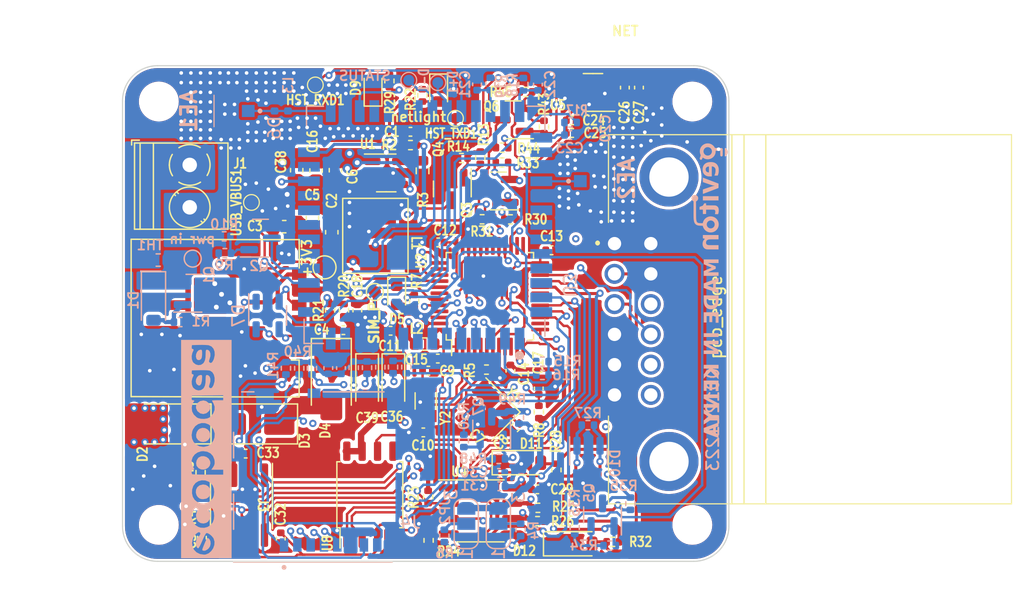
<source format=kicad_pcb>
(kicad_pcb (version 20221018) (generator pcbnew)
  (layers (0 "F.Cu" signal) (1 "In1.Cu" power) (2 "In2.Cu" power) (31 "B.Cu" signal) (34 "B.Paste" user) (35 "F.Paste" user) (36 "B.SilkS" user "B.Silkscreen") (37 "F.SilkS" user "F.Silkscreen") (38 "B.Mask" user) (39 "F.Mask" user) (44 "Edge.Cuts" user))
  (net 0 "")
  (net 1 "Net-(AE1-A)")
  (net 2 "GND")
  (net 3 "Net-(AE2-A)")
  (net 4 "+5V")
  (net 5 "+3V3")
  (net 6 "/STM32F103C8T6_MCU/xtal_in")
  (net 7 "/STM32F103C8T6_MCU/xtal_out")
  (net 8 "/STM32F103C8T6_MCU/xtal_1")
  (net 9 "/STM32F103C8T6_MCU/xtal_2")
  (net 10 "/STM32F103C8T6_MCU/3v3_stm")
  (net 11 "/STM32F103C8T6_MCU/mcu_reset")
  (net 12 "4.2V_SIMPWR")
  (net 13 "/A9G_GSM_GPRS_MODULE/VIO")
  (net 14 "/A9G_GSM_GPRS_MODULE/Sim_DIO")
  (net 15 "Net-(D1-K)")
  (net 16 "Net-(D1-A)")
  (net 17 "Net-(D2-K)")
  (net 18 "Net-(D3-K)")
  (net 19 "Net-(D5-K)")
  (net 20 "Net-(D5-A)")
  (net 21 "Net-(J3-RST)")
  (net 22 "Net-(J3-CLK)")
  (net 23 "Net-(J3-I{slash}O)")
  (net 24 "Net-(D8-A)")
  (net 25 "Net-(D10-K-Pad1)")
  (net 26 "Net-(D10-K-Pad2)")
  (net 27 "/RS485_MAX485/B")
  (net 28 "/RS485_MAX485/A")
  (net 29 "Net-(J1-Pin_1)")
  (net 31 "Net-(JP1-C)")
  (net 32 "Net-(JP2-C)")
  (net 33 "/A9G_GSM_GPRS_MODULE/Sim_CLK")
  (net 34 "Net-(Q2-G)")
  (net 35 "Net-(Q2-D)")
  (net 36 "Net-(Q3-G)")
  (net 37 "Net-(Q3-D)")
  (net 38 "Net-(Q5-S)")
  (net 39 "/STM32F103C8T6_MCU/TX1")
  (net 40 "Net-(Q6-S)")
  (net 41 "/A9G_GSM_GPRS_MODULE/Sim_RST")
  (net 42 "Net-(Q7-S)")
  (net 43 "/STM32F103C8T6_MCU/RX1")
  (net 44 "2V8")
  (net 45 "/STM32F103C8T6_MCU/TX2")
  (net 46 "/STM32F103C8T6_MCU/RX2")
  (net 47 "Net-(U1-FB)")
  (net 48 "/STM32F103C8T6_MCU/BOOT0")
  (net 49 "/STM32F103C8T6_MCU/BOOT1")
  (net 50 "Net-(U3-USB_P)")
  (net 51 "Net-(U3-USB_N)")
  (net 52 "/RS485_MAX485/RS485_~{RE}")
  (net 53 "/RS485_MAX485/RS485_DE")
  (net 54 "B_to_CANH")
  (net 55 "A_to_CANL")
  (net 57 "/FLASH_MEMORY/CS")
  (net 59 "/FLASH_MEMORY/SCK")
  (net 60 "/FLASH_MEMORY/MISO")
  (net 61 "/FLASH_MEMORY/MOSI")
  (net 64 "/STM32F103C8T6_MCU/TX3")
  (net 65 "/STM32F103C8T6_MCU/RX3")
  (net 68 "/CAN_TRANSCEIVER_ATA6561/CAN_STBY")
  (net 69 "/CAN_TRANSCEIVER_ATA6561/CAN_TX")
  (net 70 "/CAN_TRANSCEIVER_ATA6561/CAN_RX")
  (net 71 "/STM32F103C8T6_MCU/swdio")
  (net 72 "/STM32F103C8T6_MCU/swdclk")
  (net 74 "/STM32F103C8T6_MCU/SW0")
  (net 78 "Net-(U1-LX)")
  (net 79 "/A9G_GSM_GPRS_MODULE/V_Sim")
  (net 80 "Net-(D9-A)")
  (net 81 "Net-(U3-HST_TXD)")
  (net 82 "/A9G_GSM_GPRS_MODULE/TF_CARD_CONN/SD_D2")
  (net 83 "/A9G_GSM_GPRS_MODULE/TF_CARD_CONN/SD_D3")
  (net 84 "/A9G_GSM_GPRS_MODULE/TF_CARD_CONN/SD_CMD")
  (net 85 "/A9G_GSM_GPRS_MODULE/TF_CARD_CONN/SD_CLK")
  (net 86 "/A9G_GSM_GPRS_MODULE/TF_CARD_CONN/SD_D0")
  (net 87 "/A9G_GSM_GPRS_MODULE/TF_CARD_CONN/SD_D1")
  (net 88 "Net-(Q4-S)")
  (net 89 "/A9G_GSM_GPRS_MODULE/Sim_Restart")
  (net 90 "/A9G_GSM_GPRS_MODULE/IO29")
  (net 91 "/A9G_GSM_GPRS_MODULE/PWRKEY")
  (net 92 "Net-(U3-I2C2_SCL{slash}IO19)")
  (net 93 "Net-(U3-I2C2_SDA{slash}IO20)")
  (net 94 "Net-(U3-ADC0)")
  (net 95 "/A9G_GSM_GPRS_MODULE/GPRS_NET-STATUS")
  (net 96 "/A9G_GSM_GPRS_MODULE/GPS POSITION")
  (net 97 "/A9G_GSM_GPRS_MODULE/MOSFET_LOGIC_LEVEL_TRANSLATOR9/LOW_SIDE_LOGIC_SIGNAL")
  (net 98 "/A9G_GSM_GPRS_MODULE/MOSFET_LOGIC_LEVEL_TRANSLATOR6/LOW_SIDE_LOGIC_SIGNAL")
  (net 99 "/A9G_GSM_GPRS_MODULE/MOSFET_LOGIC_LEVEL_TRANSLATOR7/LOW_SIDE_LOGIC_SIGNAL")
  (net 100 "/A9G_GSM_GPRS_MODULE/MOSFET_LOGIC_LEVEL_TRANSLATOR8/LOW_SIDE_LOGIC_SIGNAL")
  (net 101 "/STM32F103C8T6_MCU/Sim_DTR")
  (net 105 "Net-(U3-VUSB_DET)")
  (net 112 "Net-(U3-HST_RXD)")
  (footprint "Crystal:Crystal_SMD_3215-2Pin_3.2x1.5mm" (layer "F.Cu") (at 248.4 93.7 -90)
    (fp_text reference "Y2")
    (fp_text value "32.678KHz")
  )
  (footprint "MountingHole:MountingHole_2.7mm" (layer "F.Cu") (at 226.35 68.96)
    (fp_text reference "H2" hide)
    (fp_text value "MountingHole")
  )
  (footprint "Capacitor_SMD:C_0402_1005Metric" (layer "F.Cu") (at 255.8 95.9 45)
    (fp_text reference "C8")
    (fp_text value "22p")
  )
  (footprint "Diode_SMD:D_SMA" (layer "F.Cu") (at 234.3 95.6 180)
    (fp_text reference "D3")
    (fp_text value "SS310")
  )
  (footprint "TestPoint:TestPoint_Pad_D1.0mm" (layer "F.Cu") (at 244.2 84.7 90)
    (fp_text reference "SIM_PWR1" hide)
    (fp_text value "TestPoint")
  )
  (footprint "TestPoint:TestPoint_Pad_D1.5mm" (layer "F.Cu") (at 240.04 82.66)
    (fp_text reference "TP2" hide)
    (fp_text value "TestPoint")
  )
  (footprint "Capacitor_SMD:C_0603_1608Metric" (layer "F.Cu") (at 237.74 74.635 -90)
    (fp_text reference "C38")
    (fp_text value "100n")
  )
  (footprint "Capacitor_SMD:C_0402_1005Metric" (layer "F.Cu") (at 260.5 70.51)
    (fp_text reference "C24")
    (fp_text value "0.1u")
  )
  (footprint "Resistor_SMD:R_0402_1005Metric" (layer "F.Cu") (at 253.42 91.11)
    (fp_text reference "R5")
    (fp_text value "1M")
  )
  (footprint "Capacitor_SMD:C_0603_1608Metric" (layer "F.Cu") (at 240.64 79.76 90)
    (fp_text reference "C2")
    (fp_text value "10n")
  )
  (footprint "Capacitor_SMD:C_0603_1608Metric" (layer "F.Cu") (at 239.04 78.6 90)
    (fp_text reference "C5")
    (fp_text value "22u")
  )
  (footprint "Capacitor_SMD:C_0402_1005Metric" (layer "F.Cu") (at 251.53 95.43 135)
    (fp_text reference "C7")
    (fp_text value "22p")
  )
  (footprint "LED_SMD:LED_0603_1608Metric" (layer "F.Cu") (at 244.05 67.850118 90)
    (fp_text reference "D9")
    (fp_text value "BLUE")
  )
  (footprint "Capacitor_SMD:C_0402_1005Metric" (layer "F.Cu") (at 229.91 105 90)
    (fp_text reference "C37")
    (fp_text value "100n")
  )
  (footprint "LED_SMD:LED_0603_1608Metric" (layer "F.Cu") (at 249.467 68.1725 -90)
    (fp_text reference "D8" hide)
    (fp_text value "ORANGE")
  )
  (footprint "Resistor_SMD:R_0402_1005Metric" (layer "F.Cu") (at 263.86 105.34 180)
    (fp_text reference "R32")
    (fp_text value "0R")
  )
  (footprint "Resistor_SMD:R_0402_1005Metric" (layer "F.Cu") (at 253.06 78.69 180)
    (fp_text reference "R31")
    (fp_text value "10K")
  )
  (footprint "Capacitor_SMD:C_0603_1608Metric" (layer "F.Cu") (at 236.71 79.3 180)
    (fp_text reference "C3")
    (fp_text value "33p")
  )
  (footprint "LED_SMD:LED_0603_1608Metric" (layer "F.Cu") (at 246 84.966072 -90)
    (fp_text reference "D5")
    (fp_text value "LED")
  )
  (footprint "Package_TO_SOT_SMD:SOT-23-5" (layer "F.Cu") (at 245.14 74.86)
    (fp_text reference "U1")
    (fp_text value "SY8089AAAC")
  )
  (footprint "Capacitor_SMD:C_0402_1005Metric" (layer "F.Cu") (at 249.4 90.2 180)
    (fp_text reference "C15")
    (fp_text value "100n")
  )
  (footprint "Resistor_SMD:R_0402_1005Metric" (layer "F.Cu") (at 259.2 99.4 90)
    (fp_text reference "R28")
    (fp_text value "0R")
  )
  (footprint "Resistor_SMD:R_0402_1005Metric" (layer "F.Cu") (at 256.6825 68.17)
    (fp_text reference "R45")
    (fp_text value "1K")
  )
  (footprint "Package_SO:SOIC-8_5.23x5.23mm_P1.27mm" (layer "F.Cu") (at 243.785 101.45 90)
    (fp_text reference "U8")
    (fp_text value "W25Q32JVSS")
  )
  (footprint "Crystal:Crystal_SMD_3225-4Pin_3.2x2.5mm" (layer "F.Cu") (at 253.621142 94.373223 135)
    (fp_text reference "Y1")
    (fp_text value "8MHz")
  )
  (footprint "Capacitor_SMD:C_0402_1005Metric" (layer "F.Cu") (at 242.75 86.23 90)
    (fp_text reference "C18")
    (fp_text value "10u")
  )
  (footprint "Diode_SMD:D_SMA" (layer "F.Cu") (at 240.6 92.05 -90)
    (fp_text reference "D4")
    (fp_text value "SS310")
  )
  (footprint "Capacitor_SMD:C_0402_1005Metric" (layer "F.Cu") (at 236.425 105.075 -90)
    (fp_text reference "C32")
    (fp_text value "100n")
  )
  (footprint "Package_TO_SOT_SMD:SOT-23" (layer "F.Cu") (at 250.6 76.18 -90)
    (fp_text reference "Q3")
    (fp_text value "BSN20")
  )
  (footprint "Resistor_SMD:R_0402_1005Metric" (layer "F.Cu") (at 245.4 67.260118 90)
    (fp_text reference "R29")
    (fp_text value "390R")
  )
  (footprint "Package_QFP:LQFP-48_7x7mm_P0.5mm" (layer "F.Cu") (at 253.7 85.05 90)
    (fp_text reference "U2")
    (fp_text value "STM32F103C8Tx")
  )
  (footprint "Package_SO:SOIC-8_3.9x4.9mm_P1.27mm" (layer "F.Cu") (at 233.175 102.31 -90)
    (fp_text reference "U7")
    (fp_text value "ATA6561-GAQW-N")
  )
  (footprint "Resistor_SMD:R_0402_1005Metric" (layer "F.Cu") (at 255.4 78.7 180)
    (fp_text reference "R30")
    (fp_text value "10K")
  )
  (footprint "Capacitor_SMD:C_0402_1005Metric" (layer "F.Cu") (at 245.5 87.9)
    (fp_text reference "C11")
    (fp_text value "10u")
  )
  (footprint "Inductor_SMD:L_0603_1608Metric" (layer "F.Cu") (at 248.3125 89)
    (fp_text reference "L2")
    (fp_text value "L_Ferrite")
  )
  (footprint "Capacitor_SMD:C_0402_1005Metric" (layer "F.Cu") (at 249.43 80.6 180)
    (fp_text reference "C12")
    (fp_text value "100n")
  )
  (footprint "Resistor_SMD:R_0402_1005Metric" (layer "F.Cu") (at 240.5 86.2 90)
    (fp_text reference "R21")
    (fp_text value "100K")
  )
  (footprint "Resistor_SMD:R_0402_1005Metric" (layer "F.Cu") (at 257.67 102.53)
    (fp_text reference "R25")
    (fp_text value "10R")
  )
  (footprint "Capacitor_SMD:C_0402_1005Metric" (layer "F.Cu") (at 241.6 87.85 180)
    (fp_text reference "C4")
    (fp_text value "1u")
  )
  (footprint "Capacitor_SMD:C_0402_1005Metric" (layer "F.Cu") (at 260.5 71.56)
    (fp_text reference "C25")
    (fp_text value "1u")
  )
  (footprint "Diode_SMD:D_SOD-123" (layer "F.Cu") (at 260.49 105.5)
    (fp_text reference "D12")
    (fp_text value "BEP0080MA")
  )
  (footprint "Resistor_SMD:R_0402_1005Metric" (layer "F.Cu") (at 247.14 72.56 180)
    (fp_text reference "R2")
    (fp_text value "180K")
  )
  (footprint "MACHADA_footprints:nano_sim_NSIM-2-C" (layer "F.Cu") (at 237.95 83.25 -90)
    (fp_text reference "J3")
    (fp_text value "nano_sim")
  )
  (footprint "Resistor_SMD:R_0402_1005Metric" (layer "F.Cu") (at 247.45 85.45 -90)
    (fp_text reference "R7")
    (fp_text value "499R")
  )
  (footprint "Resistor_SMD:R_0402_1005Metric" (layer "F.Cu") (at 257.64 103.63)
    (fp_text reference "R26")
    (fp_text value "10R")
  )
  (footprint "Package_TO_SOT_SMD:SOT-23-3" (layer "F.Cu") (at 262.22 68.21 180)
    (fp_text reference "U5")
    (fp_text value "XC6206PxxxMR")
  )
  (footprint "Capacitor_SMD:C_0402_1005Metric" (layer "F.Cu") (at 266.02 67.81 -90)
    (fp_text reference "C27")
    (fp_text value "1u")
  )
  (footprint "Capacitor_SMD:C_0402_1005Metric" (layer "F.Cu") (at 233.53 98.05)
    (fp_text reference "C33")
    (fp_text value "100n")
  )
  (footprint "Resistor_SMD:R_0402_1005Metric" (layer "F.Cu") (at 254.7 74)
    (fp_text reference "R33")
    (fp_text value "1K")
  )
  (footprint "Resistor_SMD:R_0402_1005Metric" (layer "F.Cu") (at 251.35 73.63)
    (fp_text reference "R14")
    (fp_text value "10K")
  )
  (footprint "Capacitor_Tantalum_SMD:CP_EIA-3216-18_Kemet-A" (layer "F.Cu") (at 243.56 92.12 -90)
    (fp_text reference "C39")
    (fp_text value "100u")
  )
  (footprint "TerminalBlock_Phoenix:TerminalBlock_Phoenix_PT-1,5-2-3.5-H_1x02_P3.50mm_Horizontal" (layer "F.Cu") (at 228.9 74.2 -90)
    (fp_text reference "J1")
    (fp_text value "Input")
  )
  (footprint "Resistor_SMD:R_0402_1005Metric" (layer "F.Cu") (at 248.127 68.451224 -90)
    (fp_text reference "R22")
    (fp_text value "390R")
  )
  (footprint "Capacitor_SMD:C_0402_1005Metric" (layer "F.Cu") (at 255.4 91.21 -90)
    (fp_text reference "C14")
    (fp_text value "100n")
  )
  (footprint "Capacitor_SMD:C_0402_1005Metric" (layer "F.Cu") (at 258.8 81.25)
    (fp_text reference "C13")
    (fp_text value "100n")
  )
  (footprint "Capacitor_SMD:C_0402_1005Metric" (layer "F.Cu") (at 248.62 91.2 180)
    (fp_text reference "C9")
    (fp_text value "22p")
  )
  (footprint "Capacitor_SMD:C_0402_1005Metric" (layer "F.Cu") (at 264.855 67.81 -90)
    (fp_text reference "C26")
    (fp_text value "0.1u")
  )
  (footprint "Resistor_SMD:R_0402_1005Metric" (layer "F.Cu") (at 230 103 -90)
    (fp_text reference "R47")
    (fp_text value "60R")
  )
  (footprint "Package_TO_SOT_SMD:SOT-23" (layer "F.Cu") (at 254.4 76.35 180)
    (fp_text reference "Q4")
    (fp_text value "2N7002")
  )
  (footprint "brilliant-kicad-library:TestPoint_Pad_D0.9mm" (layer "F.Cu") (at 234 77.3 90)
    (fp_text reference "USB_VBUS1")
    (fp_text value "USB_VBUS")
  )
  (footprint "Resistor_SMD:R_0402_1005Metric" (layer "F.Cu") (at 229.8 99.6 90)
    (fp_text reference "R46")
    (fp_text value "60R")
  )
  (footprint "Package_TO_SOT_SMD:SOT-23" (layer "F.Cu") (at 255.6225 70.47 180)
    (fp_text reference "Q6")
    (fp_text value "2N7002")
  )
  (footprint "greencharge-footprints:MDA5030-100M" (layer "F.Cu") (at 244.24 77.86 -90)
    (fp_text reference "L1")
    (fp_text value "2.2u")
  )
  (footprint "Capacitor_Tantalum_SMD:CP_EIA-3216-18_Kemet-A" (layer "F.Cu") (at 245.73 92.12 -90)
    (fp_text reference "C36")
    (fp_text value "100u")
  )
  (footprint "Capacitor_SMD:C_0402_1005Metric" (layer "F.Cu") (at 247.14 71.46 180)
    (fp_text reference "C1")
    (fp_text value "8.2p")
  )
  (footprint "Resistor_SMD:R_0402_1005Metric" (layer "F.Cu") (at 252.91 73.6 90)
    (fp_text reference "R13")
    (fp_text value "1k")
  )
  (footprint "Diode_SMD:D_SMA" (layer "F.Cu") (at 227.15 95.6 180)
    (fp_text reference "D2")
    (fp_text value "SS310")
  )
  (footprint "Resistor_SMD:R_0402_1005Metric" (layer "F.Cu") (at 248.6 101.63 90)
    (fp_text reference "R23")
    (fp_text value "100K")
  )
  (footprint "Resistor_SMD:R_0402_1005Metric" (layer "F.Cu") (at 254.7125 72.77 180)
    (fp_text reference "R44")
    (fp_text value "10K")
  )
  (footprint "Package_SO:SOP-8_3.9x4.9mm_P1.27mm" (layer "F.Cu") (at 252.925 102.785)
    (fp_text reference "U4")
    (fp_text value "MAX485E")
  )
  (footprint "Diode_SMD:D_SOD-123" (layer "F.Cu") (at 256.25 98.8)
    (fp_text reference "D11")
    (fp_text value "BEP0080MA")
  )
  (footprint "Capacitor_SMD:C_0603_1608Metric" (layer "F.Cu") (at 240.94 74.635 -90)
    (fp_text reference "C6")
    (fp_text value "10u")
  )
  (footprint "Resistor_SMD:R_0603_1608Metric" (layer "F.Cu") (at 248.14 74.685 -90)
    (fp_text reference "R3")
    (fp_text value "40K")
  )
  (footprint "Capacitor_SMD:C_0402_1005Metric" (layer "F.Cu") (at 257.62 101)
    (fp_text reference "C29")
    (fp_text value "100n")
  )
  (footprint "brilliant-kicad-library:TestPoint_Pad_D0.9mm" (layer "F.Cu") (at 239.28 67.59 180)
    (fp_text reference "HST_RXD1")
    (fp_text value "HST_RXD")
  )
  (footprint "Resistor_SMD:R_0402_1005Metric" (layer "F.Cu") (at 257.75 94.61 90)
    (fp_text reference "R8")
    (fp_text value "10K")
  )
  (footprint "Capacitor_SMD:C_0402_1005Metric" (layer "F.Cu") (at 248.2 96.3)
    (fp_text reference "C10")
    (fp_text value "22p")
  )
  (footprint "Capacitor_SMD:C_0603_1608Metric" (layer "F.Cu") (at 239.34 74.66 -90)
    (fp_text reference "C16")
    (fp_text value "10u")
  )
  (footprint "Resistor_SMD:R_0402_1005Metric" (layer "F.Cu") (at 241.65 86.2 -90)
    (fp_text reference "R20")
    (fp_text value "200K")
  )
  (footprint "brilliant-kicad-library:TestPoint_Pad_D0.9mm" (layer "F.Cu") (at 250.86 70.35 180)
    (fp_text reference "HST_TXD1")
    (fp_text value "HST_TXD")
  )
  (footprint "Capacitor_SMD:C_0402_1005Metric" (layer "F.Cu") (at 257.74 92.66 90)
    (fp_text reference "C17")
    (fp_text value "100n")
  )
  (footprint "Resistor_SMD:R_0402_1005Metric" (layer "F.Cu") (at 248.64 105.22 90)
    (fp_text reference "R24")
    (fp_text value "100K")
  )
  (footprint "MountingHole:MountingHole_2.7mm" (layer "F.Cu") (at 226.35 103.94)
    (fp_text reference "H1" hide)
    (fp_text value "MountingHole")
  )
  (footprint "MACHADA_footprints:auto_jae_conn_02x06_p2.5mm_MX23A12NF1" (layer "F.Cu") (at 279.65 86.95 90)
    (fp_text reference "J5" hide)
    (fp_text value "Conn_02x06_Counter_Clockwise" hide)
  )
  (footprint "Resistor_SMD:R_0402_1005Metric" (layer "F.Cu") (at 258.1725 71.06 90)
    (fp_text reference "R43")
    (fp_text value "10K")
  )
  (footprint "greencharge-footprints:UFL_COAX_CONN23370191" (layer "B.Cu") (at 232.21 69.74 -90)
    (fp_text reference "AE1")
    (fp_text value "Antenna_Shield" hide)
  )
  (footprint "Resistor_SMD:R_0402_1005Metric" (layer "B.Cu") (at 249.94 104.85 -90)
    (fp_text reference "R6")
    (fp_text value "100K")
  )
  (footprint "MACHADA_footprints:ECOBODDA_SMALL" (layer "B.Cu") (at 230.275 97.7 90)
    (fp_text reference "G***" hide)
    (fp_text value "LOGO" hide)
  )
  (footprint "Resistor_SMD:R_0402_1005Metric" (layer "B.Cu") (at 242.45 90.95 -90)
    (fp_text reference "R39" hide)
    (fp_text value "10k")
  )
  (footprint "Resistor_SMD:R_0402_1005Metric" (layer "B.Cu") (at 239 91 -90)
    (fp_text reference "R42" hide)
    (fp_text value "10k")
  )
  (footprint "Package_TO_SOT_SMD:SOT-23" (layer "B.Cu") (at 234.75 80.25)
    (fp_text reference "Q2")
    (fp_text value "BSN20")
  )
  (footprint "MountingHole:MountingHole_2.7mm" (layer "B.Cu") (at 270.43 103.94 180)
    (fp_text reference "H4" hide)
    (fp_text value "MountingHole")
  )
  (footprint "Package_TO_SOT_SMD:SOT-23" (layer "B.Cu") (at 261.85 98.3375 -90)
    (fp_text reference "D10")
    (fp_text value "ESDONCAN1LT1G")
  )
  (footprint "Resistor_SMD:R_0402_1005Metric" (layer "B.Cu") (at 258.04 91.55)
    (fp_text reference "R16")
    (fp_text value "2.2K")
  )
  (footprint "Resistor_SMD:R_0402_1005Metric" (layer "B.Cu") (at 253.74 67.51 90)
    (fp_text reference "R19")
    (fp_text value "22R")
  )
  (footprint "Capacitor_SMD:C_0402_1005Metric" (layer "B.Cu") (at 240.35 90.98 90)
    (fp_text reference "C28" hide)
    (fp_text value "0.1u")
  )
  (footprint "MACHADA_footprints:GEVITON_LOGO_small" (layer "B.Cu") (at 271.85 76.8 -90)
    (fp_text reference "G***" hide)
    (fp_text value "LOGO" hide)
  )
  (footprint "Capacitor_SMD:C_0402_1005Metric" (layer "B.Cu") (at 260.35 71.73)
    (fp_text reference "C23")
    (fp_text value "22p")
  )
  (footprint "Diode_SMD:D_0402_1005Metric" (layer "B.Cu") (at 235.91 69.255 -90)
    (fp_text reference "D6")
    (fp_text value "LXES15AAA1-153")
  )
  (footprint "Resistor_SMD:R_0402_1005Metric" (layer "B.Cu") (at 231.8025 81.49)
    (fp_text reference "R9")
    (fp_text value "1k")
  )
  (footprint "Resistor_SMD:R_0402_1005Metric" (layer "B.Cu") (at 228.1075 87.18)
    (fp_text reference "R1")
    (fp_text value "1K")
  )
  (footprint "Resistor_SMD:R_0402_1005Metric" (layer "B.Cu") (at 263.6 105.65 180)
    (fp_text reference "R34")
    (fp_text value "10K")
  )
  (footprint "TestPoint:TestPoint_Pad_D1.0mm" (layer "B.Cu") (at 229.1475 81.94 180)
    (fp_text reference "TP1" hide)
    (fp_text value "TestPoint")
  )
  (footprint "Package_TO_SOT_SMD:SOT-23" (layer "B.Cu") (at 229.25 84.8)
    (fp_text reference "Q1")
    (fp_text value "SSM3J328R-HXY")
  )
  (footprint "Resistor_SMD:R_0402_1005Metric" (layer "B.Cu") (at 260.37 70.69)
    (fp_text reference "R17")
    (fp_text value "22R")
  )
  (footprint "Jumper:SolderJumper-3_P1.3mm_Open_RoundedPad1.0x1.5mm_NumberLabels" (layer "B.Cu") (at 254.4 103.85 90)
    (fp_text reference "JP1" hide)
    (fp_text value "BOOT0")
  )
  (footprint "Capacitor_SMD:C_0402_1005Metric" (layer "B.Cu") (at 241.4 90.98 90)
    (fp_text reference "C34" hide)
    (fp_text value "1u")
  )
  (footprint "Capacitor_SMD:C_0402_1005Metric" (layer "B.Cu") (at 262.2 71.3 90)
    (fp_text reference "C20")
    (fp_text value "1u")
  )
  (footprint "Resistor_SMD:R_0402_1005Metric" (layer "B.Cu") (at 243.55 90.95 -90)
    (fp_text reference "R38" hide)
    (fp_text value "10k")
  )
  (footprint "greencharge-footprints:UFL_COAX_CONN23370191" (layer "B.Cu") (at 262.7 75.54 90)
    (fp_text reference "AE2")
    (fp_text value "Antenna_Shield" hide)
  )
  (footprint "Capacitor_SMD:C_0402_1005Metric" (layer "B.Cu") (at 254.48 100.75 180)
    (fp_text reference "C31")
    (fp_text value "10u")
  )
  (footprint "Resistor_SMD:R_0402_1005Metric" (layer "B.Cu") (at 256.47 67.53 90)
    (fp_text reference "R18")
    (fp_text value "22R")
  )
  (footprint "Diode_SMD:D_SOD-123" (layer "B.Cu") (at 225.9075 85.38 -90)
    (fp_text reference "D1")
    (fp_text value "MMSZ5232B-E3-08")
  )
  (footprint "Resistor_SMD:R_0402_1005Metric" (layer "B.Cu") (at 258.04 90.45)
    (fp_text reference "R15")
    (fp_text value "2.2K")
  )
  (footprint "Resistor_SMD:R_0402_1005Metric" (layer "B.Cu") (at 236.85 91 -90)
    (fp_text reference "R41")
    (fp_text value "10k")
  )
  (footprint "Capacitor_SMD:C_0402_1005Metric" (layer "B.Cu") (at 252.64 67.54 90)
    (fp_text reference "C21")
    (fp_text value "22p")
  )
  (footprint "Resistor_SMD:R_0402_1005Metric" (layer "B.Cu") (at 256.1 95.06 90)
    (fp_text reference "R49")
    (fp_text value "10K")
  )
  (footprint "Resistor_SMD:R_0402_1005Metric" (layer "B.Cu") (at 256.24 104.35 90)
    (fp_text reference "R4")
    (fp_text value "100K")
  )
  (footprint "Resistor_SMD:R_0402_1005Metric" (layer "B.Cu") (at 251.55 97 -90)
    (fp_text reference "R50")
    (fp_text value "1K")
  )
  (footprint "Jumper:SolderJumper-3_P1.3mm_Open_RoundedPad1.0x1.5mm_NumberLabels" (layer "B.Cu") (at 251.75 103.85 90)
    (fp_text reference "JP2")
    (fp_text value "BOOT1")
  )
  (footprint "Resistor_SMD:R_0402_1005Metric" (layer "B.Cu") (at 231.75 80.1)
    (fp_text reference "R10")
    (fp_text value "10K")
  )
  (footprint "Capacitor_SMD:C_0402_1005Metric" (layer "B.Cu") (at 254.45 99.65 180)
    (fp_text reference "C30")
    (fp_text value "100n")
  )
  (footprint "Resistor_SMD:R_0402_1005Metric" (layer "B.Cu") (at 265.31 102.19 90)
    (fp_text reference "R35")
    (fp_text value "10K")
  )
  (footprint "Package_TO_SOT_SMD:SOT-23-5" (layer "B.Cu") (at 235.34 86.64 -90)
    (fp_text reference "D7")
    (fp_text value "SP0504BAHT")
  )
  (footprint "Resistor_SMD:R_0402_1005Metric" (layer "B.Cu") (at 254.44 98.49 180)
    (fp_text reference "R48")
    (fp_text value "10K")
  )
  (footprint "brilliant-kicad-library:TestPoint_Pad_D0.9mm" (layer "B.Cu") (at 249.4 67.4 90)
    (fp_text reference "D+1")
    (fp_text value "D+")
  )
  (footprint "Resistor_SMD:R_0402_1005Metric" (layer "B.Cu") (at 246.8 90.9 -90)
    (fp_text reference "R11" hide)
    (fp_text value "10K")
  )
  (footprint "Package_TO_SOT_SMD:SOT-23" (layer "B.Cu") (at 263.01 103.1 90)
    (fp_text reference "Q5")
    (fp_text value "2N7002")
  )
  (footprint "Resistor_SMD:R_0402_1005Metric" (layer "B.Cu") (at 260.71 104.16 -90)
    (fp_text reference "R36")
    (fp_text value "1K")
  )
  (footprint "Resistor_SMD:R_0402_1005Metric" (layer "B.Cu") (at 261.8 95.7 180)
    (fp_text reference "R27")
    (fp_text value "220R")
  )
  (footprint "brilliant-kicad-library:TestPoint_Pad_D0.9mm" (layer "B.Cu") (at 247 67.2 90)
    (fp_text reference "D-1")
    (fp_text value "D-")
  )
  (footprint "Resistor_SMD:R_0402_1005Metric" (layer "B.Cu") (at 245.7 90.9 90)
    (fp_text reference "R12" hide)
    (fp_text value "1k")
  )
  (footprint "Resistor_SMD:R_0402_1005Metric" (layer "B.Cu") (at 244.65 90.91 -90)
    (fp_text reference "R37" hide)
    (fp_text value "10k")
  )
  (footprint "MountingHole:MountingHole_2.7mm" (layer "B.Cu") (at 270.43 68.96 180)
    (fp_text reference "H3" hide)
    (fp_text value "MountingHole")
  )
  (footprint "Package_TO_SOT_SMD:SOT-23" (layer "B.Cu") (at 253.85 95.94 90)
    (fp_text reference "Q7")
    (fp_text value "2N7002")
  )
  (footprint "Resistor_SMD:R_0402_1005Metric" (layer "B.Cu") (at 237.95 91 -90)
    (fp_text reference "R40")
    (fp_text value "10k")
  )
  (footprint "Inductor_SMD:L_0402_1005Metric" (layer "B.Cu") (at 237.02 69.255 -90)
    (fp_text reference "L3")
    (fp_text value "82nH")
  )
  (footprint "MACHADA_footprints:A9G_MODULE" (layer "B.Cu") (at 257.95 86.35 90)
    (fp_text reference "U3")
    (fp_text value "A9G_MODULE")
  )
  (footprint "MACHADA_footprints:MOLEX_503398-1892" (layer "B.Cu") (at 239.075 99.975)
    (fp_text reference "J4")
    (fp_text value "Micro_SD_Card")
  )
  (footprint "Fuse:Fuse_0603_1608Metric_Pad1.05x0.95mm_HandSolder" (layer "B.Cu") (at 226.2975 82.06)
    (fp_text reference "TH1")
    (fp_text value "Thermistor_PTC")
  )
  (footprint "Capacitor_SMD:C_0402_1005Metric" (layer "B.Cu") (at 257.67 67.56 90)
    (fp_text reference "C22")
    (fp_text value "22p")
  )
  (gr_arc (start 273.45 104.05) (mid 272.60061 106.10061) (end 270.55 106.95) (stroke (width 0.1)) (layer "Edge.Cuts"))
  (gr_line (start 223.35 104.05) (end 223.35 68.9) (stroke (width 0.1)) (layer "Edge.Cuts"))
  (gr_arc (start 226.25 106.95) (mid 224.19939 106.10061) (end 223.35 104.05) (stroke (width 0.1)) (layer "Edge.Cuts"))
  (gr_line (start 273.45 104.05) (end 273.45 68.9) (stroke (width 0.1)) (layer "Edge.Cuts"))
  (gr_line (start 226.25 66) (end 270.55 66) (stroke (width 0.1)) (layer "Edge.Cuts"))
  (gr_line (start 270.55 106.95) (end 226.25 106.95) (stroke (width 0.1)) (layer "Edge.Cuts"))
  (gr_arc (start 223.35 68.9) (mid 224.19939 66.84939) (end 226.25 66) (stroke (width 0.1)) (layer "Edge.Cuts"))
  (gr_arc (start 270.55 66) (mid 272.60061 66.84939) (end 273.45 68.9) (stroke (width 0.1)) (layer "Edge.Cuts"))
  (gr_text "MADE IN KENYA" (at 272.8 81.85 90) (layer "B.SilkS") (effects (font (size 1.2 1.2) (thickness 0.2) bold) (justify left bottom mirror)))
  (gr_text "001211223" (at 272.7 90.85 90) (layer "B.SilkS") (effects (font (size 1 1)) (justify left bottom mirror)))
  (gr_text "STATUS" (at 245.6 67.3) (layer "B.SilkS") (effects (font (size 0.8 0.8)) (justify left bottom mirror)))
  (gr_text "pwr in" (at 231.1 80.775) (layer "B.SilkS") (effects (font (size 0.8 0.8)) (justify left bottom mirror)))
  (gr_text "+3V3" (at 239.05 83.625 90) (layer "F.SilkS") (effects (font (size 0.8 0.8)) (justify left bottom)))
  (gr_text "SIM_P" (at 244.6 89.1 90) (layer "F.SilkS") (effects (font (size 0.8 0.8) (thickness 0.2) bold) (justify left bottom)))
  (gr_text "NET" (at 263.7 63.6) (layer "F.SilkS") (effects (font (size 0.8 0.8)) (justify left bottom)))
  (gr_text "netlight" (at 245.4 70.7) (layer "F.SilkS") (effects (font (size 0.8 0.8)) (justify left bottom)))
  (segment (start 233.735 69.74) (end 240.54 69.74) (width 0.185623) (layer "B.Cu") (net 1))
  (segment (start 240.54 69.74) (end 240.55 69.75) (width 0.185623) (layer "B.Cu") (net 1))
  (segment (start 244.93 74.86) (end 245.2 74.59) (width 0.25) (layer "F.Cu") (net 2))
  (segment (start 241.470195 84.470195) (end 237.999805 84.470195) (width 0.2) (layer "F.Cu") (net 2))
  (segment (start 254.84632 99.04632) (end 256.15368 99.04632) (width 0.35) (layer "F.Cu") (net 2))
  (segment (start 248.432783 87.3) (end 248.216392 87.083608) (width 0.2) (layer "F.Cu") (net 2))
  (segment (start 249.5375 87.3) (end 248.432783 87.3) (width 0.2) (layer "F.Cu") (net 2))
  (segment (start 240.5 86.71) (end 240.5 87.23) (width 0.35) (layer "F.Cu") (net 2))
  (segment (start 229.91 103.6) (end 230 103.51) (width 0.2) (layer "F.Cu") (net 2))
  (segment (start 254.45 89.2125) (end 254.5 89.2625) (width 0.2) (layer "F.Cu") (net 2))
  (segment (start 253.25 96.3) (end 253.797919 95.752081) (width 0.2) (layer "F.Cu") (net 2))
  (segment (start 248.216392 87.083608) (end 247.68584 86.553057) (width 0.2) (layer "F.Cu") (net 2))
  (segment (start 240.94 75.41) (end 242.790001 75.41) (width 0.25) (layer "F.Cu") (net 2))
  (segment (start 254.64 91.69) (end 254.53 91.8) (width 0.2) (layer "F.Cu") (net 2))
  (segment (start 254.285249 96.239411) (end 253.797919 95.752081) (width 0.2) (layer "F.Cu") (net 2))
  (segment (start 255.552072 104.69) (end 256.3 105.437928) (width 0.35) (layer "F.Cu") (net 2))
  (segment (start 241.12 87.85) (end 239.65 87.85) (width 0.35) (layer "F.Cu") (net 2))
  (segment (start 256.3 105.790848) (end 256.32054 105.770308) (width 0.35) (layer "F.Cu") (net 2))
  (segment (start 249.775 106.475) (end 256.3 106.475) (width 0.35) (layer "F.Cu") (net 2))
  (segment (start 229.8 99.09) (end 226.01 99.09) (width 0.35) (layer "F.Cu") (net 2))
  (segment (start 248 86.867216) (end 248 86.702274) (width 0.2) (layer "F.Cu") (net 2))
  (segment (start 256.3 106.475) (end 258.465 106.475) (width 0.35) (layer "F.Cu") (net 2))
  (segment (start 245.73 93.47) (end 247.623351 93.47) (width 0.2) (layer "F.Cu") (net 2))
  (segment (start 253.461523 95.415685) (end 253.797919 95.752081) (width 0.2) (layer "F.Cu") (net 2))
  (segment (start 245.2 76.070908) (end 245.989092 76.86) (width 0.25) (layer "F.Cu") (net 2))
  (segment (start 233.86 92.72) (end 233.86 92.41) (width 0.2) (layer "F.Cu") (net 2))
  (segment (start 254.5 89.2625) (end 254.5 91.3) (width 0.2) (layer "F.Cu") (net 2))
  (segment (start 231.87 103.37) (end 231.7 103.2) (width 0.2) (layer "F.Cu") (net 2))
  (segment (start 244.0025 74.86) (end 244.93 74.86) (width 0.25) (layer "F.Cu") (net 2))
  (segment (start 257.25 91.69) (end 257.74 92.18) (width 0.2) (layer "F.Cu") (net 2))
  (segment (start 252.8 96.3) (end 253.25 96.3) (width 0.2) (layer "F.Cu") (net 2))
  (segment (start 251.45 80.11759) (end 251.45 80.8875) (width 0.2) (layer "F.Cu") (net 2))
  (segment (start 256.15368 99.04632) (end 256.3 98.9) (width 0.35) (layer "F.Cu") (net 2))
  (segment (start 245.2 73.94) (end 245.2 73.093335) (width 0.25) (layer "F.Cu") (net 2))
  (segment (start 252.8 95.739048) (end 252.702054 95.641102) (width 0.2) (layer "F.Cu") (net 2))
  (segment (start 248.95 80.6) (end 248.1 80.6) (width 0.2) (layer "F.Cu") (net 2))
  (segment (start 247.71 76.86) (end 248.14 76.43) (width 0.25) (layer "F.Cu") (net 2))
  (segment (start 237.999805 84.470195) (end 237.95 84.52) (width 0.2) (layer "F.Cu") (net 2))
  (segment (start 253.444365 92.994365) (end 253.461523 93.011523) (width 0.2) (layer "F.Cu") (net 2))
  (segment (start 248.64 105.73) (end 249.03 105.73) (width 0.35) (layer "F.Cu") (net 2))
  (segment (start 245.989092 76.86) (end 247.71 76.86) (width 0.25) (layer "F.Cu") (net 2))
  (segment (start 259.093412 92.503021) (end 258.770391 92.18) (width 0.2) (layer "F.Cu") (net 2))
  (segment (start 247.68584 86.553057) (end 246.546943 86.553057) (width 0.2) (layer "F.Cu") (net 2))
  (segment (start 248.64 105.73) (end 246.28 105.73) (width 0.35) (layer "F.Cu") (net 2))
  (segment (start 246.28 105.73) (end 245.6 105.05) (width 0.35) (layer "F.Cu") (net 2))
  (segment (start 247.623351 93.47) (end 247.948454 93.795103) (width 0.2) (layer "F.Cu") (net 2))
  (segment (start 245.688357 87.236002) (end 245.863998 87.236002) (width 0.2) (layer "F.Cu") (net 2))
  (segment (start 252.8 96.3) (end 252.8 95.739048) (width 0.2) (layer "F.Cu") (net 2))
  (segment (start 258.5 100.6) (end 258.1 101) (width 0.2) (layer "F.Cu") (net 2))
  (segment (start 229.91 104.52) (end 229.91 103.6) (width 0.2) (layer "F.Cu") (net 2))
  (segment (start 240.5 87.23) (end 241.12 87.85) (width 0.35) (layer "F.Cu") (net 2))
  (segment (start 231.87 105.730552) (end 231.87 103.37) (width 0.2) (layer "F.Cu") (net 2))
  (segment (start 254.6 98.8) (end 254.84632 99.04632) (width 0.35) (layer "F.Cu") (net 2))
  (segment (start 258.575 100.6) (end 258.5 100.6) (width 0.2) (layer "F.Cu") (net 2))
  (segment (start 245.98 87.12) (end 245.98 87.9) (width 0.2) (layer "F.Cu") (net 2))
  (segment (start 253.461523 93.011523) (end 253.461523 95.415685) (width 0.2) (layer "F.Cu") (net 2))
  (segment (start 247.72 96.3) (end 247 96.3) (width 0.2) (layer "F.Cu") (net 2))
  (segment (start 251.869411 95.769411) (end 252.4 96.3) (width 0.2) (layer "F.Cu") (net 2))
  (segment (start 258.84 106.1) (end 258.84 105.5) (width 0.35) (layer "F.Cu") (net 2))
  (segment (start 252.4 96.3) (end 252.8 96.3) (width 0.2) (layer "F.Cu") (net 2))
  (segment (start 249.03 105.73) (end 249.775 106.475) (width 0.35) (layer "F.Cu") (net 2))
  (segment (start 248.92 91.02) (end 249.1 91.2) (width 0.2) (layer "F.Cu") (net 2))
  (segment (start 255.55 104.69) (end 255.552072 104.69) (width 0.35) (layer "F.Cu") (net 2))
  (segment (start 243.340001 74.86) (end 244.0025 74.86) (width 0.25) (layer "F.Cu") (net 2))
  (segment (start 251.9 79.66759) (end 251.45 80.11759) (width 0.2) (layer "F.Cu") (net 2))
  (segment (start 247.825 104.623529) (end 247.398529 105.05) (width 0.2) (layer "F.Cu") (net 2))
  (segment (start 248.3625 87.370283) (end 248.432783 87.3) (width 0.2) (layer "F.Cu") (net 2))
  (segment (start 253.797919 95.752081) (end 252.813033 95.752081) (width 0.2) (layer "F.Cu") (net 2))
  (segment (start 255.460589 96.239411) (end 254.285249 96.239411) (width 0.2) (layer "F.Cu") (net 2))
  (segment (start 248.3625 89.5625) (end 248.3625 87.370283) (width 0.2) (layer "F.Cu") (net 2))
  (segment (start 248.92 90.12) (end 248.3625 89.5625) (width 0.2) (layer "F.Cu") (net 2))
  (segment (start 226.01 99.09) (end 226 99.1) (width 0.35) (layer "F.Cu") (net 2))
  (segment (start 242.790001 75.41) (end 243.340001 74.86) (width 0.25) (layer "F.Cu") (net 2))
  (segment (start 245.2 73.093335) (end 245.140369 73.152966) (width 0.25) (layer "F.Cu") (net 2))
  (segment (start 247.829493 103.850984) (end 247.825 103.855477) (width 0.2) (layer "F.Cu") (net 2))
  (segment (start 256.3 105.437928) (end 256.3 106.475) (width 0.35) (layer "F.Cu") (net 2))
  (segment (start 248.216392 87.083608) (end 248 86.867216) (width 0.2) (layer "F.Cu") (net 2))
  (segment (start 245.863998 87.236002) (end 245.98 87.12) (width 0.2) (layer "F.Cu") (net 2))
  (segment (start 236.525 105.875) (end 236.2 106.2) (width 0.2) (layer "F.Cu") (net 2))
  (segment (start 255.4 91.69) (end 257.25 91.69) (width 0.2) (layer "F.Cu") (net 2))
  (segment (start 239.65 87.85) (end 239.6 87.8) (width 0.35) (layer "F.Cu") (net 2))
  (segment (start 251.9 79.5) (end 251.9 79.66759) (width 0.2) (layer "F.Cu") (net 2))
  (segment (start 240.64 78.985) (end 240.64 75.71) (width 0.25) (layer "F.Cu") (net 2))
  (segment (start 256.3 106.475) (end 256.3 105.790848) (width 0.35) (layer "F.Cu") (net 2))
  (segment (start 254.5 91.3) (end 254.89 91.69) (width 0.2) (layer "F.Cu") (net 2))
  (segment (start 248.14 76.43) (end 248.14 75.51) (width 0.25) (layer "F.Cu") (net 2))
  (segment (start 258.770391 92.18) (end 257.74 92.18) (width 0.2) (layer "F.Cu") (net 2))
  (segment (start 255.4 91.69) (end 254.64 91.69) (width 0.2) (layer "F.Cu") (net 2))
  (segment (start 245.2 73.94) (end 245.2 76.070908) (width 0.25) (layer "F.Cu") (net 2))
  (segment (start 240.64 75.71) (end 240.94 75.41) (width 0.25) (layer "F.Cu") (net 2))
  (segment (start 248.92 90.2) (end 248.92 90.12) (width 0.2) (layer "F.Cu") (net 2))
  (segment (start 254.89 91.69) (end 255.4 91.69) (width 0.2) (layer "F.Cu") (net 2))
  (segment (start 236.2 106.2) (end 232.339448 106.2) (width 0.2) (layer "F.Cu") (net 2))
  (segment (start 246.546943 86.553057) (end 245.98 87.12) (width 0.2) (layer "F.Cu") (net 2))
  (segment (start 242.75 85.75) (end 241.470195 84.470195) (width 0.2) (layer "F.Cu") (net 2))
  (segment (start 258.465 106.475) (end 258.84 106.1) (width 0.35) (layer "F.Cu") (net 2))
  (segment (start 247.398529 105.05) (end 245.6 105.05) (width 0.2) (layer "F.Cu") (net 2))
  (segment (start 232.339448 106.2) (end 231.87 105.730552) (width 0.2) (layer "F.Cu") (net 2))
  (segment (start 247.825 103.855477) (end 247.825 104.623529) (width 0.2) (layer "F.Cu") (net 2))
  (segment (start 233.86 92.41) (end 233.1 91.65) (width 0.2) (layer "F.Cu") (net 2))
  (segment (start 236.525 105.5475) (end 236.525 105.875) (width 0.2) (layer "F.Cu") (net 2))
  (segment (start 245.2 74.59) (end 245.2 73.94) (width 0.25) (layer "F.Cu") (net 2))
  (segment (start 248.92 90.2) (end 248.92 91.02) (width 0.2) (layer "F.Cu") (net 2))
  (segment (start 252.813033 95.752081) (end 252.702054 95.641102) (width 0.2) (layer "F.Cu") (net 2))
  (via (at 228.2 67.4) (size 0.6) (drill 0.3) (layers "F.Cu" "B.Cu") (net 2))
  (via (at 236.7 67.4) (size 0.6) (drill 0.3) (layers "F.Cu" "B.Cu") (net 2))
  (via (at 233.7 70.8) (size 0.6) (drill 0.3) (layers "F.Cu" "B.Cu") (net 2))
  (via (at 224.9 88.2) (size 0.6) (drill 0.3) (layers "F.Cu" "B.Cu") (net 2))
  (via (at 235.9 67.4) (size 0.6) (drill 0.3) (layers "F.Cu" "B.Cu") (net 2))
  (via (at 236 77.8) (size 0.6) (drill 0.3) (layers "F.Cu" "B.Cu") (net 2))
  (via (at 263.95 77.15) (size 0.6) (drill 0.3) (layers "F.Cu" "B.Cu") (net 2))
  (via (at 235.8 70.6) (size 0.6) (drill 0.3) (layers "F.Cu" "B.Cu") (net 2))
  (via (at 241.1 67.6) (size 0.6) (drill 0.3) (layers "F.Cu" "B.Cu") (net 2))
  (via (at 263.95 76.25) (size 0.6) (drill 0.3) (layers "F.Cu" "B.Cu") (net 2))
  (via (at 235.2 69.1) (size 0.6) (drill 0.3) (layers "F.Cu" "B.Cu") (net 2))
  (via (at 233.4 82.8) (size 0.6) (drill 0.3) (layers "F.Cu" "B.Cu") (net 2))
  (via (at 242.1 77.3) (size 0.6) (drill 0.3) (layers "F.Cu" "B.Cu") (net 2))
  (via (at 240.4 67.6) (size 0.6) (drill 0.3) (layers "F.Cu" "B.Cu") (net 2))
  (via (at 245.71 74.87) (size 0.6) (drill 0.3) (layers "F.Cu" "B.Cu") (net 2))
  (via (at 235.9 66.6) (size 0.6) (drill 0.3) (layers "F.Cu" "B.Cu") (net 2))
  (via (at 236.7 66.6) (size 0.6) (drill 0.3) (layers "F.Cu" "B.Cu") (net 2))
  (via (at 228.2 72) (size 0.6) (drill 0.3) (layers "F.Cu" "B.Cu") (net 2))
  (via (at 229.8 66.6) (size 0.6) (drill 0.3) (layers "F.Cu" "B.Cu") (net 2))
  (via (at 235.2 70.332811) (size 0.6) (drill 0.3) (layers "F.Cu" "B.Cu") (net 2))
  (via (at 264.7 76.3) (size 0.6) (drill 0.3) (layers "F.Cu" "B.Cu") (net 2))
  (via (at 260.75 73.8) (size 0.6) (drill 0.3) (layers "F.Cu" "B.Cu") (net 2))
  (via (at 237.9 69.1) (size 0.6) (drill 0.3) (layers "F.Cu" "B.Cu") (net 2))
  (via (at 236.95 76.63) (size 0.8) (drill 0.4) (layers "F.Cu" "B.Cu") (net 2))
  (via (at 248 86.702274) (size 0.6) (drill 0.3) (layers "F.Cu" "B.Cu") (net 2))
  (via (at 232.1 66.6) (size 0.6) (drill 0.3) (layers "F.Cu" "B.Cu") (net 2))
  (via (at 258.4 69.1) (size 0.6) (drill 0.3) (layers "F.Cu" "B.Cu") (net 2))
  (via (at 229 67.4) (size 0.6) (drill 0.3) (layers "F.Cu" "B.Cu") (net 2))
  (via (at 229 71.3) (size 0.6) (drill 0.3) (layers "F.Cu" "B.Cu") (net 2))
  (via (at 267.9 69.5) (size 0.6) (drill 0.3) (layers "F.Cu" "B.Cu") (net 2))
  (via (at 237.9 71.1) (size 0.6) (drill 0.3) (layers "F.Cu" "B.Cu") (net 2))
  (via (at 238.6 71.1) (size 0.6) (drill 0.3) (layers "F.Cu" "B.Cu") (net 2))
  (via (at 243.7 79.7) (size 0.6) (drill 0.3) (layers "F.Cu" "B.Cu") (net 2))
  (via (at 263.95 73.55) (size 0.6) (drill 0.3) (layers "F.Cu" "B.Cu") (net 2))
  (via (at 229.8 71.3) (size 0.6) (drill 0.3) (layers "F.Cu" "B.Cu") (net 2))
  (via (at 231.5 72.8) (size 0.6) (drill 0.3) (layers "F.Cu" "B.Cu") (net 2))
  (via (at 259.5 74.15) (size 0.6) (drill 0.3) (layers "F.Cu" "B.Cu") (net 2))
  (via (at 262.45 73.1) (size 0.6) (drill 0.3) (layers "F.Cu" "B.Cu") (net 2))
  (via (at 230.6 70.6) (size 0.6) (drill 0.3) (layers "F.Cu" "B.Cu") (net 2))
  (via (at 264.7 72.7) (size 0.6) (drill 0.3) (layers "F.Cu" "B.Cu") (net 2))
  (via (at 236.7 68.1) (size 0.6) (drill 0.3) (layers "F.Cu" "B.Cu") (net 2))
  (via (at 265.5 77.2) (size 0.6) (drill 0.3) (layers "F.Cu" "B.Cu") (net 2))
  (via (at 244 71.8) (size 0.6) (drill 0.3) (layers "F.Cu" "B.Cu") (net 2))
  (via (at 263.95 71.1) (size 0.6) (drill 0.3) (layers "F.Cu" "B.Cu") (net 2))
  (via (at 226.6 88.2) (size 0.6) (drill 0.3) (layers "F.Cu" "B.Cu") (net 2))
  (via (at 229.8 69) (size 0.6) (drill 0.3) (layers "F.Cu" "B.Cu") (net 2))
  (via (at 265.5 76.3) (size 0.6) (drill 0.3) (layers "F.Cu" "B.Cu") (net 2))
  (via (at 231.8 70) (size 0.6) (drill 0.3) (layers "F.Cu" "B.Cu") (net 2))
  (via (at 263.95 75.35) (size 0.6) (drill 0.3) (layers "F.Cu" "B.Cu") (net 2))
  (via (at 241.8 68.3) (size 0.6) (drill 0.3) (layers "F.Cu" "B.Cu") (net 2))
  (via (at 234.3 91.4) (size 0.6) (drill 0.3) (layers "F.Cu" "B.Cu") (net 2))
  (via (at 266.7 70.5) (size 0.6) (drill 0.3) (layers "F.Cu" "B.Cu") (net 2))
  (via (at 246.4 77.5) (size 0.6) (drill 0.3) (layers "F.Cu" "B.Cu") (net 2))
  (via (at 263.1 75.15) (size 0.6) (drill 0.3) (layers "F.Cu" "B.Cu") (net 2))
  (via (at 232.6 69.2) (size 0.6) (drill 0.3) (layers "F.Cu" "B.Cu") (net 2))
  (via (at 254.53 91.8) (size 0.6) (drill 0.3) (layers "F.Cu" "B.Cu") (net 2))
  (via (at 265.5 78.825) (size 0.6) (drill 0.3) (layers "F.Cu" "B.Cu") (net 2))
  (via (at 242.4 71.8) (size 0.6) (drill 0.3) (layers "F.Cu" "B.Cu") (net 2))
  (via (at 244.4 71.2) (size 0.6) (drill 0.3) (layers "F.Cu" "B.Cu") (net 2))
  (via (at 230.6 72) (size 0.6) (drill 0.3) (layers "F.Cu" "B.Cu") (net 2))
  (via (at 228.2 71.3) (size 0.6) (drill 0.3) (layers "F.Cu" "B.Cu") (net 2))
  (via (at 233 72.8) (size 0.6) (drill 0.3) (layers "F.Cu" "B.Cu") (net 2))
  (via (at 253.1 100.7) (size 0.6) (drill 0.3) (layers "F.Cu" "B.Cu") (net 2))
  (via (at 263.95 71.9) (size 0.6) (drill 0.3) (layers "F.Cu" "B.Cu") (net 2))
  (via (at 230.6 71.3) (size 0.6) (drill 0.3) (layers "F.Cu" "B.Cu") (net 2))
  (via (at 238.6 70.332811) (size 0.6) (drill 0.3) (layers "F.Cu" "B.Cu") (net 2))
  (via (at 234.548342 68.831515) (size 0.6) (drill 0.3) (layers "F.Cu" "B.Cu") (net 2))
  (via (at 233 72.1) (size 0.6) (drill 0.3) (layers "F.Cu" "B.Cu") (net 2))
  (via (at 234.4 71.5) (size 0.6) (drill 0.3) (layers "F.Cu" "B.Cu") (net 2))
  (via (at 248.1 80.6) (size 0.6) (drill 0.3) (layers "F.Cu" "B.Cu") (net 2))
  (via (at 270 72.3) (size 0.6) (drill 0.3) (layers "F.Cu" "B.Cu") (net 2))
  (via (at 230.6 67.4) (size 0.6) (drill 0.3) (layers "F.Cu" "B.Cu") (net 2))
  (via (at 260.15 74.15) (size 0.6) (drill 0.3) (layers "F.Cu" "B.Cu") (net 2))
  (via (at 264.7 75.4) (size 0.6) (drill 0.3) (layers "F.Cu" "B.Cu") (net 2))
  (via (at 229 69.8) (size 0.6) (drill 0.3) (layers "F.Cu" "B.Cu") (net 2))
  (via (at 231.5 72.1) (size 0.6) (drill 0.3) (layers "F.Cu" "B.Cu") (net 2))
  (via (at 261.6 73.15) (size 0.6) (drill 0.3) (layers "F.Cu" "B.Cu") (net 2))
  (via (at 247.948454 93.795103) (size 0.6) (drill 0.3) (layers "F.Cu" "B.Cu") (net 2))
  (via (at 253.4 100.1) (size 0.6) (drill 0.3) (layers "F.Cu" "B.Cu") (net 2))
  (via (at 263.2 76.05) (size 0.6) (drill 0.3) (layers "F.Cu" "B.Cu") (net 2))
  (via (at 266.5 71.5) (size 0.6) (drill 0.3) (layers "F.Cu" "B.Cu") (net 2))
  (via (at 267.9 70.9) (size 0.6) (drill 0.3) (layers "F.Cu" "B.Cu") (net 2))
  (via (at 256.3 98.9) (size 0.6) (drill 0.3) (layers "F.Cu" "B.Cu") (net 2))
  (via (at 262.3 75.1) (size 0.6) (drill 0.3) (layers "F.Cu" "B.Cu") (net 2))
  (via (at 263.25 73.15) (size 0.6) (drill 0.3) (layers "F.Cu" "B.Cu") (net 2))
  (via (at 241.2 71.2) (size 0.6) (drill 0.3) (layers "F.Cu" "B.Cu") (net 2))
  (via (at 230.6 69.8) (size 0.6) (drill 0.3) (layers "F.Cu" "B.Cu") (net 2))
  (via (at 229.8 69.8) (size 0.6) (drill 0.3) (layers "F.Cu" "B.Cu") (net 2))
  (via (at 234.9 78) (size 0.6) (drill 0.3) (layers "F.Cu" "B.Cu") (net 2))
  (via (at 265 69.4) (size 0.6) (drill 0.3) (layers "F.Cu" "B.Cu") (net 2))
  (via (at 229.8 72) (size 0.6) (drill 0.3) (layers "F.Cu" "B.Cu") (net 2))
  (via (at 261.4 100.5) (size 0.6) (drill 0.3) (layers "F.Cu" "B.Cu") (net 2))
  (via (at 228.5 97.3) (size 0.6) (drill 0.3) (layers "F.Cu" "B.Cu") (net 2))
  (via (at 225.1 99.9) (size 0.6) (drill 0.3) (layers "F.Cu" "B.Cu") (net 2))
  (via (at 262.9 72.5) (size 0.6) (drill 0.3) (layers "F.Cu" "B.Cu") (net 2))
  (via (at 237.1 81.6) (size 0.6) (drill 0.3) (layers "F.Cu" "B.Cu") (net 2))
  (via (at 247.829493 103.850984) (size 0.6) (drill 0.3) (layers "F.Cu" "B.Cu") (net 2))
  (via (at 253.167895 83.382111) (size 0.6) (drill 0.3) (layers "F.Cu" "B.Cu") (net 2))
  (via (at 252.702054 95.641102) (size 0.6) (drill 0.3) (layers "F.Cu" "B.Cu") (net 2))
  (via (at 241.08 104.4) (size 0.6) (drill 0.3) (layers "F.Cu" "B.Cu") (net 2))
  (via (at 229 70.6) (size 0.6) (drill 0.3) (layers "F.Cu" "B.Cu") (net 2))
  (via (at 240.798426 71.876383) (size 0.6) (drill 0.3) (layers "F.Cu" "B.Cu") (net 2))
  (via (at 231.8 69.2) (size 0.6) (drill 0.3) (layers "F.Cu" "B.Cu") (net 2))
  (via (at 231.4 66.6) (size 0.6) (drill 0.3) (layers "F.Cu" "B.Cu") (net 2))
  (via (at 242.1 78.2) (size 0.6) (drill 0.3) (layers "F.Cu" "B.Cu") (net 2))
  (via (at 224.2 101) (size 0.6) (drill 0.3) (layers "F.Cu" "B.Cu") (net 2))
  (via (at 234.4 66.6) (size 0.6) (drill 0.3) (layers "F.Cu" "B.Cu") (net 2))
  (via (at 236.5 70.6) (size 0.6) (drill 0.3) (layers "F.Cu" "B.Cu") (net 2))
  (via (at 260.75 74.5) (size 0.6) (drill 0.3) (layers "F.Cu" "B.Cu") (net 2))
  (via (at 261.05 77.5) (size 0.6) (drill 0.3) (layers "F.Cu" "B.Cu") (net 2))
  (via (at 260.2 77.75) (size 0.6) (drill 0.3) (layers "F.Cu" "B.Cu") (net 2))
  (via (at 235.1 71.5) (size 0.6) (drill 0.3) (layers "F.Cu" "B.Cu") (net 2))
  (via (at 263.95 72.65) (size 0.6) (drill 0.3) (layers "F.Cu" "B.Cu") (net 2))
  (via (at 234.3 101) (size 0.6) (drill 0.3) (layers "F.Cu" "B.Cu") (net 2))
  (via (at 229.8 68.2) (size 0.6) (drill 0.3) (layers "F.Cu" "B.Cu") (net 2))
  (via (at 256.32054 105.770308) (size 0.6) (drill 0.3) (layers "F.Cu" "B.Cu") (net 2))
  (via (at 232.8 66.6) (size 0.6) (drill 0.3) (layers "F.Cu" "B.Cu") (net 2))
  (via (at 228.1 88.3) (size 0.6) (drill 0.3) (layers "F.Cu" "B.Cu") (net 2))
  (via (at 241.6 71.8) (size 0.6) (drill 0.3) (layers "F.Cu" "B.Cu") (net 2))
  (via (at 230.6 69) (size 0.6) (drill 0.3) (layers "F.Cu" "B.Cu") (net 2))
  (via (at 261.9 69.2) (size 0.6) (drill 0.3) (layers "F.Cu" "B.Cu") (net 2))
  (via (at 267.9 71.8) (size 0.6) (drill 0.3) (layers "F.Cu" "B.Cu") (net 2))
  (via (at 229 72) (size 0.6) (drill 0.3) (layers "F.Cu" "B.Cu") (net 2))
  (via (at 232.8 67.4) (size 0.6) (drill 0.3) (layers "F.Cu" "B.Cu") (net 2))
  (via (at 237.5 67.4) (size 0.6) (drill 0.3) (layers "F.Cu" "B.Cu") (net 2))
  (via (at 260.1 73.5) (size 0.6) (drill 0.3) (layers "F.Cu" "B.Cu") (net 2))
  (via (at 237.8 70.332811) (size 0.6) (drill 0.3) (layers "F.Cu" "B.Cu") (net 2))
  (via (at 228.2 66.6) (size 0.6) (drill 0.3) (layers "F.Cu" "B.Cu") (net 2))
  (via (at 262 78) (size 0.6) (drill 0.3) (layers "F.Cu" "B.Cu") (net 2))
  (via (at 235.8 72) (size 0.6) (drill 0.3) (layers "F.Cu" "B.Cu") (net 2))
  (via (at 227.3 100.7) (size 0.6) (drill 0.3) (layers "F.Cu" "B.Cu") (net 2))
  (via (at 263.95 78.1) (size 0.6) (drill 0.3) (layers "F.Cu" "B.Cu") (net 2))
  (via (at 233.7 72.2) (size 0.6) (drill 0.3) (layers "F.Cu" "B.Cu") (net 2))
  (via (at 251.7 66.8) (size 0.6) (drill 0.3) (layers "F.Cu" "B.Cu") (net 2))
  (via (at 265.8 70) (size 0.6) (drill 0.3) (layers "F.Cu" "B.Cu") (net 2))
  (via (at 262.9 78.9) (size 0.6) (drill 0.3) (layers "F.Cu" "B.Cu") (net 2))
  (via (at 260.95 76.55) (size 0.6) (drill 0.3) (layers "F.Cu" "B.Cu") (net 2))
  (via (at 242 71.2) (size 0.6) (drill 0.3) (layers "F.Cu" "B.Cu") (net 2))
  (via (at 230.6 68.2) (size 0.6) (drill 0.3) (layers "F.Cu" "B.Cu") (net 2))
  (via (at 234.85 94.2) (size 0.6) (drill 0.3) (layers "F.Cu" "B.Cu") (net 2))
  (via (at 245.140369 73.152966) (size 0.8) (drill 0.4) (layers "F.Cu" "B.Cu") (net 2))
  (via (at 259.45 76.85) (size 0.6) (drill 0.3) (layers "F.Cu" "B.Cu") (net 2))
  (via (at 230.6 66.6) (size 0.6) (drill 0.3) (layers "F.Cu" "B.Cu") (net 2))
  (via (at 225.6 91.2) (size 0.6) (drill 0.3) (layers "F.Cu" "B.Cu") (net 2))
  (via (at 239.6 87.8) (size 0.6) (drill 0.3) (layers "F.Cu" "B.Cu") (net 2))
  (via (at 235.2 67.4) (size 0.6) (drill 0.3) (layers "F.Cu" "B.Cu") (net 2))
  (via (at 241.8 67.6) (size 0.6) (drill 0.3) (layers "F.Cu" "B.Cu") (net 2))
  (via (at 234.4 67.4) (size 0.6) (drill 0.3) (layers "F.Cu" "B.Cu") (net 2))
  (via (at 234.4 75.7) (size 0.6) (drill 0.3) (layers "F.Cu" "B.Cu") (net 2))
  (via (at 263.75 78.825) (size 0.6) (drill 0.3) (layers "F.Cu" "B.Cu") (net 2))
  (via (at 266.2 72.6) (size 0.6) (drill 0.3) (layers "F.Cu" "B.Cu") (net 2))
  (via (at 248.8 71.5) (size 0.6) (drill 0.3) (layers "F.Cu" "B.Cu") (net 2))
  (via (at 239.7 71) (size 0.6) (drill 0.3) (layers "F.Cu" "B.Cu") (net 2))
  (via (at 233.7 71.5) (size 0.6) (drill 0.3) (layers "F.Cu" "B.Cu") (net 2))
  (via (at 233.1 91.65) (size 0.6) (drill 0.3) (layers "F.Cu" "B.Cu") (net 2))
  (via (at 248.775 98.275) (size 0.6) (drill 0.3) (layers "F.Cu" "B.Cu") (net 2))
  (via (at 234.537351 70.656026) (size 0.6) (drill 0.3) (layers "F.Cu" "B.Cu") (net 2))
  (via (at 240.1 72) (size 0.6) (drill 0.3) (layers "F.Cu" "B.Cu") (net 2))
  (via (at 231.4 67.4) (size 0.6) (drill 0.3) (layers "F.Cu" "B.Cu") (net 2))
  (via (at 265.5 72.7) (size 0.6) (drill 0.3) (layers "F.Cu" "B.Cu") (net 2))
  (via (at 240.5 71.2) (size 0.6) (drill 0.3) (layers "F.Cu" "B.Cu") (net 2))
  (via (at 233.25 101) (size 0.6) (drill 0.3) (layers "F.Cu" "B.Cu") (net 2))
  (via (at 239.3 69.1) (size 0.6) (drill 0.3) (layers "F.Cu" "B.Cu") (net 2))
  (via (at 251.9 79.5) (size 0.6) (drill 0.3) (layers "F.Cu" "B.Cu") (net 2))
  (via (at 243.6 71.2) (size 0.6) (drill 0.3) (layers "F.Cu" "B.Cu") (net 2))
  (via (at 258.8 66.7) (size 0.6) (drill 0.3) (layers "F.Cu" "B.Cu") (net 2))
  (via (at 226 99.1) (size 0.6) (drill 0.3) (layers "F.Cu" "B.Cu") (net 2))
  (via (at 229 66.6) (size 0.6) (drill 0.3) (layers "F.Cu" "B.Cu") (net 2))
  (via (at 228.2 70.6) (size 0.6) (drill 0.3) (layers "F.Cu" "B.Cu") (net 2))
  (via (at 237.5 66.6) (size 0.6) (drill 0.3) (layers "F.Cu" "B.Cu") (net 2))
  (via (at 264.7 71.95) (size 0.6) (drill 0.3) (layers "F.Cu" "B.Cu") (net 2))
  (via (at 242.8 71.2) (size 0.6) (drill 0.3) (layers "F.Cu" "B.Cu") (net 2))
  (via (at 242.1 76.4) (size 0.6) (drill 0.3) (layers "F.Cu" "B.Cu") (net 2))
  (via (at 243.2 71.8) (size 0.6) (drill 0.3) (layers "F.Cu" "B.Cu") (net 2))
  (via (at 263.2 68.3) (size 0.6) (drill 0.3) (layers "F.Cu" "B.Cu") (net 2))
  (via (at 267.2 70) (size 0.6) (drill 0.3) (layers "F.Cu" "B.Cu") (net 2))
  (via (at 265.5 73.6) (size 0.6) (drill 0.3) (layers "F.Cu" "B.Cu") (net 2))
  (via (at 237.2 71.3) (size 0.6) (drill 0.3) (layers "F.Cu" "B.Cu") (net 2))
  (via (at 238.2 67.8) (size 0.6) (drill 0.3) (layers "F.Cu" "B.Cu") (net 2))
  (via (at 239.3 70.332811) (size 0.6) (drill 0.3) (layers "F.Cu" "B.Cu") (net 2))
  (via (at 235.4 76.2) (size 0.6) (drill 0.3) (layers "F.Cu" "B.Cu") (net 2))
  (via (at 233.2 88) (size 0.6) (drill 0.3) (layers "F.Cu" "B.Cu") (net 2))
  (via (at 233.6 67.4) (size 0.6) (drill 0.3) (layers "F.Cu" "B.Cu") (net 2))
  (via (at 238.5 68.4) (size 0.6) (drill 0.3) (layers "F.Cu" "B.Cu") (net 2))
  (via (at 265.5 71.15) (size 0.6) (drill 0.3) (layers "F.Cu" "B.Cu") (net 2))
  (via (at 235.2 68.1) (size 0.6) (drill 0.3) (layers "F.Cu" "B.Cu") (net 2))
  (via (at 233.7 68.739998) (size 0.6) (drill 0.3) (layers "F.Cu" "B.Cu") (net 2))
  (via (at 235.2 66.6) (size 0.6) (drill 0.3) (layers "F.Cu" "B.Cu") (net 2))
  (via (at 264.7 74.55) (size 0.6) (drill 0.3) (layers "F.Cu" "B.Cu") (net 2))
  (via (at 237.2 70.6) (size 0.6) (drill 0.3) (layers "F.Cu" "B.Cu") (net 2))
  (via (at 265.1 70.5) (size 0.6) (drill 0.3) (layers "F.Cu" "B.Cu") (net 2))
  (via (at 235.1 72.2) (size 0.6) (drill 0.3) (layers "F.Cu" "B.Cu") (net 2))
  (via (at 231.7 103.2) (size 0.6) (drill 0.3) (layers "F.Cu" "B.Cu") (net 2))
  (via (at 259.9 68.7) (size 0.6) (drill 0.3) (layers "F.Cu" "B.Cu") (net 2))
  (via (at 235.9 68.1) (size 0.6) (drill 0.3) (layers "F.Cu" "B.Cu") (net 2))
  (via (at 265.5 71.95) (size 0.6) (drill 0.3) (layers "F.Cu" "B.Cu") (net 2))
  (via (at 233.6 66.6) (size 0.6) (drill 0.3) (layers "F.Cu" "B.Cu") (net 2))
  (via (at 229 68.2) (size 0.6) (drill 0.3) (layers "F.Cu" "B.Cu") (net 2))
  (via (at 260.2 77) (size 0.6) (drill 0.3) (layers "F.Cu" "B.Cu") (net 2))
  (via (at 265.5 78.15) (size 0.6) (drill 0.3) (layers "F.Cu" "B.Cu") (net 2))
  (via (at 235.8 71.3) (size 0.6) (drill 0.3) (layers "F.Cu" "B.Cu") (net 2))
  (via (at 250.7 67.9) (size 0.6) (drill 0.3) (layers "F.Cu" "B.Cu") (net 2))
  (via (at 233.5 90.8) (size 0.6) (drill 0.3) (layers "F.Cu" "B.Cu") (net 2))
  (via (at 263.95 74.5) (size 0.6) (drill 0.3) (layers "F.Cu" "B.Cu") (net 2))
  (via (at 234.4 68.1) (size 0.6) (drill 0.3) (layers "F.Cu" "B.Cu") (net 2))
  (via (at 229.8 67.4) (size 0.6) (drill 0.3) (layers "F.Cu" "B.Cu") (net 2))
  (via (at 241.1 68.3) (size 0.6) (drill 0.3) (layers "F.Cu" "B.Cu") (net 2))
  (via (at 242.1 79.3) (size 0.6) (drill 0.3) (layers "F.Cu" "B.Cu") (net 2))
  (via (at 237.5 68.1) (size 0.6) (drill 0.3) (layers "F.Cu" "B.Cu") (net 2))
  (via (at 259.45 77.6) (size 0.6) (drill 0.3) (layers "F.Cu" "B.Cu") (net 2))
  (via (at 260.2 76.35) (size 0.6) (drill 0.3) (layers "F.Cu" "B.Cu") (net 2))
  (via (at 265.5 75.4) (size 0.6) (drill 0.3) (layers "F.Cu" "B.Cu") (net 2))
  (via (at 264.7 77.2) (size 0.6) (drill 0.3) (layers "F.Cu" "B.Cu") (net 2))
  (via (at 264.7 71.15) (size 0.6) (drill 0.3) (layers "F.Cu" "B.Cu") (net 2))
  (via (at 233.5 75.8) (size 0.6) (drill 0.3) (layers "F.Cu" "B.Cu") (net 2))
  (via (at 236.5 81.5) (size 0.6) (drill 0.3) (layers "F.Cu" "B.Cu") (net 2))
  (via (at 236.5 72) (size 0.6) (drill 0.3) (layers "F.Cu" "B.Cu") (net 2))
  (via (at 237 77.6) (size 0.6) (drill 0.3) (layers "F.Cu" "B.Cu") (net 2))
  (via (at 232.3 72.1) (size 0.6) (drill 0.3) (layers "F.Cu" "B.Cu") (net 2))
  (via (at 229.8 70.6) (size 0.6) (drill 0.3) (layers "F.Cu" "B.Cu") (net 2))
  (via (at 260.15 74.9) (size 0.6) (drill 0.3) (layers "F.Cu" "B.Cu") (net 2))
  (via (at 266.6 69.5) (size 0.6) (drill 0.3) (layers "F.Cu" "B.Cu") (net 2))
  (via (at 262.016014 72.56) (size 0.6) (drill 0.3) (layers "F.Cu" "B.Cu") (net 2))
  (via (at 239.7 68.5) (size 0.6) (drill 0.3) (layers "F.Cu" "B.Cu") (net 2))
  (via (at 262.4 76) (size 0.6) (drill 0.3) (layers "F.Cu" "B.Cu") (net 2))
  (via (at 264.7 73.6) (size 0.6) (drill 0.3) (layers "F.Cu" "B.Cu") (net 2))
  (via (at 258.6 67.9) (size 0.6) (drill 0.3) (layers "F.Cu" "B.Cu") (net 2))
  (via (at 232.1 67.4) (size 0.6) (drill 0.3) (layers "F.Cu" "B.Cu") (net 2))
  (via (at 259.5 74.9) (size 0.6) (drill 0.3) (layers "F.Cu" "B.Cu") (net 2))
  (via (at 272.6 72.9) (size 0.6) (drill 0.3) (layers "F.Cu" "B.Cu") (net 2))
  (via (at 233.6 68.1) (size 0.6) (drill 0.3) (layers "F.Cu" "B.Cu") (net 2))
  (via (at 262.9 78.1) (size 0.6) (drill 0.3) (layers "F.Cu" "B.Cu") (net 2))
  (via (at 247 96.3) (size 0.6) (drill 0.3) (layers "F.Cu" "B.Cu") (net 2))
  (via (at 228.5 103.9) (size 0.6) (drill 0.3) (layers "F.Cu" "B.Cu") (net 2))
  (via (at 258.575 100.6) (size 0.6) (drill 0.3) (layers "F.Cu" "B.Cu") (net 2))
  (via (at 260.7 73.1) (size 0.6) (drill 0.3) (layers "F.Cu" "B.Cu") (net 2))
  (via (at 229 69) (size 0.6) (drill 0.3) (layers "F.Cu" "B.Cu") (net 2))
  (via (at 227.6 91.1) (size 0.6) (drill 0.3) (layers "F.Cu" "B.Cu") (net 2))
  (via (at 232.6 70) (size 0.6) (drill 0.3) (layers "F.Cu" "B.Cu") (net 2))
  (via (at 245.688357 87.236002) (size 0.6) (drill 0.3) (layers "F.Cu" "B.Cu") (net 2))
  (via (at 237.2 72) (size 0.6) (drill 0.3) (layers "F.Cu" "B.Cu") (net 2))
  (via (at 240.4 68.3) (size 0.6) (drill 0.3) (layers "F.Cu" "B.Cu") (net 2))
  (via (at 264.7 78.15) (size 0.6) (drill 0.3) (layers "F.Cu" "B.Cu") (net 2))
  (via (at 238.6 69.1) (size 0.6) (drill 0.3) (layers "F.Cu" "B.Cu") (net 2))
  (via (at 267 72.2) (size 0.6) (drill 0.3) (layers "F.Cu" "B.Cu") (net 2))
  (via (at 242.5 67.6) (size 0.6) (drill 0.3) (layers "F.Cu" "B.Cu") (net 2))
  (via (at 232.3 72.8) (size 0.6) (drill 0.3) (layers "F.Cu" "B.Cu") (net 2))
  (via (at 236.5 71.3) (size 0.6) (drill 0.3) (layers "F.Cu" "B.Cu") (net 2))
  (via (at 259.45 76.15) (size 0.6) (drill 0.3) (layers "F.Cu" "B.Cu") (net 2))
  (via (at 234.4 72.2) (size 0.6) (drill 0.3) (layers "F.Cu" "B.Cu") (net 2))
  (via (at 265.5 74.55) (size 0.6) (drill 0.3) (layers "F.Cu" "B.Cu") (net 2))
  (via (at 264.7 78.825) (size 0.6) (drill 0.3) (layers "F.Cu" "B.Cu") (net 2))
  (via (at 259.093412 92.503021) (size 0.6) (drill 0.3) (layers "F.Cu" "B.Cu") (net 2))
  (segment (start 241.08 104.4) (end 241.745 104.4) (width 0.2) (layer "B.Cu") (net 2))
  (segment (start 234.905 94.145) (end 234.905 93.16) (width 0.2) (layer "B.Cu") (net 2))
  (segment (start 261.85 100.05) (end 261.4 100.5) (width 0.2) (layer "B.Cu") (net 2))
  (segment (start 245.35 87.574359) (end 245.688357 87.236002) (width 0.2) (layer "B.Cu") (net 2))
  (segment (start 261.85 99.275) (end 261.85 100.05) (width 0.2) (layer "B.Cu") (net 2))
  (segment (start 245.35 88.55) (end 245.35 87.574359) (width 0.2) (layer "B.Cu") (net 2))
  (segment (start 242.195 104.85) (end 242.195 105.6) (width 0.2) (layer "B.Cu") (net 2))
  (segment (start 241.745 104.4) (end 242.195 104.85) (width 0.2) (layer "B.Cu") (net 2))
  (segment (start 253.85 99.65) (end 253.97 99.65) (width 0.25) (layer "B.Cu") (net 2))
  (segment (start 254 100.75) (end 253.15 100.75) (width 0.25) (layer "B.Cu") (net 2))
  (segment (start 253.4 100.1) (end 253.85 99.65) (width 0.25) (layer "B.Cu") (net 2))
  (segment (start 253.15 100.75) (end 253.1 100.7) (width 0.25) (layer "B.Cu") (net 2))
  (segment (start 234.85 94.2) (end 234.905 94.145) (width 0.2) (layer "B.Cu") (net 2))
  (segment (start 261.165 75.55) (end 261.175 75.54) (width 0.185623) (layer "B.Cu") (net 3))
  (segment (start 257.95 75.55) (end 261.165 75.55) (width 0.185623) (layer "B.Cu") (net 3))
  (segment (start 257.96 75.54) (end 257.95 75.55) (width 0.185623) (layer "B.Cu") (net 3))
  (segment (start 232.4 98.05) (end 233.05 98.05) (width 0.35) (layer "F.Cu") (net 4))
  (segment (start 246.2775 75.81) (end 246.73 75.81) (width 0.25) (layer "F.Cu") (net 4))
  (segment (start 226.7 96.9) (end 227.85 98.05) (width 0.35) (layer "F.Cu") (net 4))
  (segment (start 246.73 75.81) (end 247.11 76.19) (width 0.25) (layer "F.Cu") (net 4))
  (segment (start 232.54 98.19) (end 232.4 98.05) (width 0.35) (layer "F.Cu") (net 4))
  (segment (start 227.85 98.05) (end 232.4 98.05) (width 0.35) (layer "F.Cu") (net 4))
  (segment (start 232.54 98.19) (end 232.54 99.835) (width 0.35) (layer "F.Cu") (net 4))
  (via (at 224.3 97.1) (size 0.6) (drill 0.3) (layers "F.Cu" "B.Cu") (net 4))
  (via (at 242.11 73.25) (size 0.8) (drill 0.4) (layers "F.Cu" "B.Cu") (net 4))
  (via (at 226.8 96.1) (size 0.6) (drill 0.3) (layers "F.Cu" "B.Cu") (net 4))
  (via (at 224.3 94.3) (size 0.6) (drill 0.3) (layers "F.Cu" "B.Cu") (net 4))
  (via (at 247.11 76.19) (size 0.6) (drill 0.3) (layers "F.Cu" "B.Cu") (net 4))
  (via (at 226 97.1) (size 0.6) (drill 0.3) (layers "F.Cu" "B.Cu") (net 4))
  (via (at 242.74 74.01) (size 0.8) (drill 0.4) (layers "F.Cu" "B.Cu") (net 4))
  (via (at 232.22 85.59) (size 0.8) (drill 0.4) (layers "F.Cu" "B.Cu") (net 4))
  (via (at 230.97 84.01) (size 0.8) (drill 0.4) (layers "F.Cu" "B.Cu") (net 4))
  (via (at 231.53 84.89) (size 0.8) (drill 0.4) (layers "F.Cu" "B.Cu") (net 4))
  (via (at 231.1 85.95) (size 0.8) (drill 0.4) (layers "F.Cu" "B.Cu") (net 4))
  (via (at 226.7 96.9) (size 0.6) (drill 0.3) (layers "F.Cu" "B.Cu") (net 4))
  (via (at 225.9 94.3) (size 0.6) (drill 0.3) (layers "F.Cu" "B.Cu") (net 4))
  (via (at 225.2 97.1) (size 0.6) (drill 0.3) (layers "F.Cu" "B.Cu") (net 4))
  (via (at 236.56 74.01) (size 0.8) (drill 0.4) (layers "F.Cu" "B.Cu") (net 4))
  (via (at 241.93 74.49) (size 0.8) (drill 0.4) (layers "F.Cu" "B.Cu") (net 4))
  (via (at 225.2 94.3) (size 0.6) (drill 0.3) (layers "F.Cu" "B.Cu") (net 4))
  (via (at 226.7 95.2) (size 0.6) (drill 0.3) (layers "F.Cu" "B.Cu") (net 4))
  (via (at 226.7 94.3) (size 0.6) (drill 0.3) (layers "F.Cu" "B.Cu") (net 4))
  (segment (start 247.11 75.18) (end 245.94 74.01) (width 0.25) (layer "B.Cu") (net 4))
  (segment (start 247.11 76.19) (end 247.11 75.18) (width 0.25) (layer "B.Cu") (net 4))
  (segment (start 245.94 74.01) (end 242.74 74.01) (width 0.25) (layer "B.Cu") (net 4))
  (segment (start 243.06 96.44) (end 244.2 95.3) (width 0.525) (layer "F.Cu") (net 5))
  (segment (start 243.06 97.85) (end 241.79 97.85) (width 0.525) (layer "F.Cu") (net 5))
  (segment (start 246.55 104.375) (end 247.225 104.375) (width 0.2) (layer "F.Cu") (net 5))
  (segment (start 247.525 89) (end 247.005216 88.480216) (width 0.35) (layer "F.Cu") (net 5))
  (segment (start 244.33 105.05) (end 244.33 104.250001) (width 0.2) (layer "F.Cu") (net 5))
  (segment (start 248.16 72.56) (end 248.25 72.65) (width 0.35) (layer "F.Cu") (net 5))
  (segment (start 240.04 82.66) (end 240.5 82.2) (width 0.2) (layer "F.Cu") (net 5))
  (segment (start 244.2 95.3) (end 246.5 95.3) (width 0.525) (layer "F.Cu") (net 5))
  (segment (start 246.681372 95.481372) (end 246.5 95.3) (width 0.35) (layer "F.Cu") (net 5))
  (segment (start 263.878858 102.7) (end 260.7 102.7) (width 0.25) (layer "F.Cu") (net 5))
  (segment (start 242.4 82.2) (end 244.18 82.2) (width 0.35) (layer "F.Cu") (net 5))
  (segment (start 236.525 104.695) (end 236.525 104.5875) (width 0.2) (layer "F.Cu") (net 5))
  (segment (start 238.23 106.4) (end 236.525 104.695) (width 0.2) (layer "F.Cu") (net 5))
  (segment (start 248.6 100) (end 247.7 99.1) (width 0.35) (layer "F.Cu") (net 5))
  (segment (start 244 106.4) (end 238.4 106.4) (width 0.2) (layer "F.Cu") (net 5))
  (segment (start 247.65 72.56) (end 248.16 72.56) (width 0.35) (layer "F.Cu") (net 5))
  (segment (start 230.52 105.48) (end 230.6 105.4) (width 0.25) (layer "F.Cu") (net 5))
  (segment (start 260.7 102.7) (end 260.6 102.6) (width 0.25) (layer "F.Cu") (net 5))
  (segment (start 238.4 106.4) (end 238.23 106.4) (width 0.2) (layer "F.Cu") (net 5))
  (segment (start 244.24 80.79) (end 244.24 82.26) (width 0.35) (layer "F.Cu") (net 5))
  (segment (start 257.14 101) (end 256.5 101) (width 0.35) (layer "F.Cu") (net 5))
  (segment (start 230.6 105.4) (end 230.655 105.4) (width 0.25) (layer "F.Cu") (net 5))
  (segment (start 231.9 106.6) (end 231.27 105.97) (width 0.2) (layer "F.Cu") (net 5))
  (segment (start 253.3 78.42) (end 253.57 78.69) (width 0.2) (layer "F.Cu") (net 5))
  (segment (start 231.27 105.97) (end 231.27 104.785) (width 0.2) (layer "F.Cu") (net 5))
  (segment (start 246.7 95.481372) (end 246.681372 95.481372) (width 0.35) (layer "F.Cu") (net 5))
  (segment (start 253.398499 77.442422) (end 253.3 77.540921) (width 0.2) (layer "F.Cu") (net 5))
  (segment (start 247.005216 88.480216) (end 247.005216 87.153057) (width 0.35) (layer "F.Cu") (net 5))
  (segment (start 255.67 101) (end 255.55 100.88) (width 0.35) (layer "F.Cu") (net 5))
  (segment (start 230.655 105.4) (end 231.27 104.785) (width 0.25) (layer "F.Cu") (net 5))
  (segment (start 244.18 82.2) (end 244.24 82.26) (width 0.35) (layer "F.Cu") (net 5))
  (segment (start 256.5 101) (end 255.67 101) (width 0.35) (layer "F.Cu") (net 5))
  (segment (start 251.154099 78.78) (end 248.25 78.78) (width 0.2) (layer "F.Cu") (net 5))
  (segment (start 244.33 104.250001) (end 244.655001 103.925) (width 0.2) (layer "F.Cu") (net 5))
  (segment (start 251.95 77.984099) (end 251.154099 78.78) (width 0.2) (layer "F.Cu") (net 5))
  (segment (start 237.8 106.4) (end 237.6 106.6) (width 0.2) (layer "F.Cu") (net 5))
  (segment (start 244.33 106.07) (end 244 106.4) (width 0.2) (layer "F.Cu") (net 5))
  (segment (start 264.273858 102.305) (end 263.878858 102.7) (width 0.25) (layer "F.Cu") (net 5))
  (segment (start 255.2225 72.77) (end 254.9225 72.47) (width 0.2) (layer "F.Cu") (net 5))
  (segment (start 240.64 80.535) (end 240.64 82.06) (width 0.2) (layer "F.Cu") (net 5))
  (segment (start 247.62 71.46) (end 247.62 72.53) (width 0.35) (layer "F.Cu") (net 5))
  (segment (start 247.62 72.53) (end 247.65 72.56) (width 0.35) (layer "F.Cu") (net 5))
  (segment (start 253.3 77.540921) (end 253.3 78.42) (width 0.2) (layer "F.Cu") (net 5))
  (segment (start 248.6 101.12) (end 248.6 100) (width 0.35) (layer "F.Cu") (net 5))
  (segment (start 243.06 97.85) (end 243.06 96.44) (width 0.525) (layer "F.Cu") (net 5))
  (segment (start 256.5 101) (end 256.5 100.4) (width 0.35) (layer "F.Cu") (net 5))
  (segment (start 244.33 105.05) (end 244.33 106.07) (width 0.2) (layer "F.Cu") (net 5))
  (segment (start 244.655001 103.925) (end 246.1 103.925) (width 0.2) (layer "F.Cu") (net 5))
  (segment (start 256.5 100.4) (end 256.3 100.2) (width 0.35) (layer "F.Cu") (net 5))
  (segment (start 238.4 106.4) (end 237.8 106.4) (width 0.2) (layer "F.Cu") (net 5))
  (segment (start 254.9225 72.47) (end 254.9225 72) (width 0.2) (layer "F.Cu") (net 5))
  (segment (start 229.91 105.48) (end 230.52 105.48) (width 0.25) (layer "F.Cu") (net 5))
  (segment (start 240.64 82.06) (end 240.04 82.66) (width 0.2) (layer "F.Cu") (net 5))
  (segment (start 240.5 82.2) (end 242.4 82.2) (width 0.2) (layer "F.Cu") (net 5))
  (segment (start 237.6 106.6) (end 231.9 106.6) (width 0.2) (layer "F.Cu") (net 5))
  (segment (start 246.1 103.925) (end 246.55 104.375) (width 0.2) (layer "F.Cu") (net 5))
  (via (at 254.9225 72) (size 0.6) (drill 0.3) (layers "F.Cu" "B.Cu") (net 5))
  (via (at 247.7 99.1) (size 0.6) (drill 0.3) (layers "F.Cu" "B.Cu") (net 5))
  (via (at 248.25 72.65) (size 0.6) (drill 0.3) (layers "F.Cu" "B.Cu") (net 5))
  (via (at 247.225 104.375) (size 0.6) (drill 0.3) (layers "F.Cu" "B.Cu") (net 5))
  (via (at 248.25 78.78) (size 0.6) (drill 0.3) (layers "F.Cu" "B.Cu") (net 5))
  (via (at 264.273858 102.305) (size 0.6) (drill 0.3) (layers "F.Cu" "B.Cu") (net 5))
  (via (at 244.24 80.79) (size 0.6) (drill 0.3) (layers "F.Cu" "B.Cu") (net 5))
  (via (at 256.3 100.2) (size 0.6) (drill 0.3) (layers "F.Cu" "B.Cu") (net 5))
  (via (at 257.100325 95.989727) (size 0.6) (drill 0.3) (layers "F.Cu" "B.Cu") (net 5))
  (via (at 247.005216 87.153057) (size 0.6) (drill 0.3) (layers "F.Cu" "B.Cu") (net 5))
  (via (at 246.7 95.481372) (size 0.6) (drill 0.3) (layers "F.Cu" "B.Cu") (net 5))
  (via (at 260.6 102.6) (size 0.6) (drill 0.3) (layers "F.Cu" "B.Cu") (net 5))
  (via (at 242.4 82.2) (size 0.6) (drill 0.3) (layers "F.Cu" "B.Cu") (net 5))
  (via (at 251.95 77.984099) (size 0.6) (drill 0.3) (layers "F.Cu" "B.Cu") (net 5))
  (via (at 253.398499 77.442422) (size 0.6) (drill 0.3) (layers "F.Cu" "B.Cu") (net 5))
  (segment (start 253.398499 77.442422) (end 252.491677 77.442422) (width 0.2) (layer "B.Cu") (net 5))
  (segment (start 254.93 100.72) (end 254.96 100.75) (width 0.35) (layer "B.Cu") (net 5))
  (segment (start 245.53 79.2) (end 244.24 80.49) (width 0.35) (layer "B.Cu") (net 5))
  (segment (start 264.273858 102.305) (end 264.668858 102.7) (width 0.25) (layer "B.Cu") (net 5))
  (segment (start 257.100325 95.900325) (end 257.100325 95.989727) (width 0.35) (layer "B.Cu") (net 5))
  (segment (start 244.24 80.49) (end 244.24 80.79) (width 0.35) (layer "B.Cu") (net 5))
  (segment (start 248.25 78.78) (end 247.83 79.2) (width 0.35) (layer "B.Cu") (net 5))
  (segment (start 256.1 95.57) (end 256.77 95.57) (width 0.35) (layer "B.Cu") (net 5))
  (segment (start 256.9 95.7) (end 257.100325 95.900325) (width 0.35) (layer "B.Cu") (net 5))
  (segment (start 252.491677 77.442422) (end 251.95 77.984099) (width 0.2) (layer "B.Cu") (net 5))
  (segment (start 256.77 95.57) (end 256.9 95.7) (width 0.35) (layer "B.Cu") (net 5))
  (segment (start 264.668858 102.7) (end 265.31 102.7) (width 0.25) (layer "B.Cu") (net 5))
  (segment (start 247.83 79.2) (end 245.53 79.2) (width 0.35) (layer "B.Cu") (net 5))
  (segment (start 255.75 100.75) (end 256.3 100.2) (width 0.35) (layer "B.Cu") (net 5))
  (segment (start 248.25 72.65) (end 248.25 78.78) (width 0.35) (layer "B.Cu") (net 5))
  (segment (start 254.96 100.75) (end 255.75 100.75) (width 0.35) (layer "B.Cu") (net 5))
  (segment (start 254.93 99.65) (end 254.93 100.72) (width 0.35) (layer "B.Cu") (net 5))
  (segment (start 251.747309 93.701471) (end 251.747309 92.852691) (width 0.2) (layer "F.Cu") (net 6))
  (segment (start 251.747309 92.852691) (end 252.91 91.69) (width 0.2) (layer "F.Cu") (net 6))
  (segment (start 252.242284 94.196446) (end 251.747309 93.701471) (width 0.2) (layer "F.Cu") (net 6))
  (segment (start 251.190589 95.090589) (end 251.348141 95.090589) (width 0.2) (layer "F.Cu") (net 6))
  (segment (start 251.348141 95.090589) (end 252.242284 94.196446) (width 0.2) (layer "F.Cu") (net 6))
  (segment (start 252.91 91.69) (end 252.91 91.11) (width 0.2) (layer "F.Cu") (net 6))
  (segment (start 252.95 89.2125) (end 252.95 91.07) (width 0.2) (layer "F.Cu") (net 6))
  (segment (start 252.95 91.07) (end 252.91 91.11) (width 0.2) (layer "F.Cu") (net 6))
  (segment (start 253.93 90.73) (end 253.93 91.11) (width 0.2) (layer "F.Cu") (net 7))
  (segment (start 255 93.2) (end 253.93 92.13) (width 0.2) (layer "F.Cu") (net 7))
  (segment (start 255 94.55) (end 255 93.2) (width 0.2) (layer "F.Cu") (net 7))
  (segment (start 253.93 92.13) (end 253.93 91.11) (width 0.2) (layer "F.Cu") (net 7))
  (segment (start 256.111142 95.703223) (end 256.111142 95.661142) (width 0.2) (layer "F.Cu") (net 7))
  (segment (start 256.111142 95.661142) (end 255 94.55) (width 0.2) (layer "F.Cu") (net 7))
  (segment (start 253.45 89.2125) (end 253.45 90.25) (width 0.2) (layer "F.Cu") (net 7))
  (segment (start 253.45 90.25) (end 253.93 90.73) (width 0.2) (layer "F.Cu") (net 7))
  (segment (start 250.947309 92.521319) (end 250.947309 93.287005) (width 0.2) (layer "F.Cu") (net 8))
  (segment (start 251.95 90.56539) (end 251.4 91.115391) (width 0.2) (layer "F.Cu") (net 8))
  (segment (start 248.14 92.19) (end 248.4 92.45) (width 0.2) (layer "F.Cu") (net 8))
  (segment (start 250.734314 93.5) (end 248.5 93.5) (width 0.2) (layer "F.Cu") (net 8))
  (segment (start 248.14 91.2) (end 248.14 92.19) (width 0.2) (layer "F.Cu") (net 8))
  (segment (start 250.947309 93.287005) (end 250.734314 93.5) (width 0.2) (layer "F.Cu") (net 8))
  (segment (start 251.4 92.068628) (end 250.947309 92.521319) (width 0.2) (layer "F.Cu") (net 8))
  (segment (start 251.95 89.2125) (end 251.95 90.56539) (width 0.2) (layer "F.Cu") (net 8))
  (segment (start 248.5 93.5) (end 248.4 93.4) (width 0.2) (layer "F.Cu") (net 8))
  (segment (start 251.4 91.115391) (end 251.4 92.068628) (width 0.2) (layer "F.Cu") (net 8))
  (segment (start 248.4 93.4) (end 248.4 92.45) (width 0.2) (layer "F.Cu") (net 8))
  (segment (start 251.347309 93.452691) (end 250.8 94) (width 0.2) (layer "F.Cu") (net 9))
  (segment (start 250.8 94) (end 248.8 94) (width 0.2) (layer "F.Cu") (net 9))
  (segment (start 251.8 91.281076) (end 251.8 92.234314) (width 0.2) (layer "F.Cu") (net 9))
  (segment (start 248.8 94) (end 248.4 94.4) (width 0.2) (layer "F.Cu") (net 9))
  (segment (start 252.45 89.2125) (end 252.45 90.631076) (width 0.2) (layer "F.Cu") (net 9))
  (segment (start 252.45 90.631076) (end 251.8 91.281076) (width 0.2) (layer "F.Cu") (net 9))
  (segment (start 251.347309 92.687005) (end 251.347309 93.452691) (width 0.2) (layer "F.Cu") (net 9))
  (segment (start 248.4 94.4) (end 248.4 94.95) (width 0.2) (layer "F.Cu") (net 9))
  (segment (start 248.68 96.3) (end 248.68 95.23) (width 0.2) (layer "F.Cu") (net 9))
  (segment (start 248.68 95.23) (end 248.4 94.95) (width 0.2) (layer "F.Cu") (net 9))
  (segment (start 251.8 92.234314) (end 251.347309 92.687005) (width 0.2) (layer "F.Cu") (net 9))
  (segment (start 255.1 85.16152) (end 255.1 83.3) (width 0.2) (layer "F.Cu") (net 10))
  (segment (start 254.97 90.73) (end 255.4 90.73) (width 0.2) (layer "F.Cu") (net 10))
  (segment (start 249.91 80.6) (end 250.6625 80.6) (width 0.2) (layer "F.Cu") (net 10))
  (segment (start 247.101675 84.94) (end 247.45 84.94) (width 0.2) (layer "F.Cu") (net 10))
  (segment (start 256 82.4) (end 256.1 82.3) (width 0.2) (layer "F.Cu") (net 10))
  (segment (start 250.775 83.370535) (end 250.95 83.195535) (width 0.2) (layer "F.Cu") (net 10))
  (segment (start 250.6625 80.6) (end 250.95 80.8875) (width 0.2) (layer "F.Cu") (net 10))
  (segment (start 254.95 88.44259) (end 254.95 89.2125) (width 0.2) (layer "F.Cu") (net 10))
  (segment (start 251.8 87.248529) (end 250.95 88.098529) (width 0.2) (layer "F.Cu") (net 10))
  (segment (start 251.8 86.8) (end 251.8 87.248529) (width 0.2) (layer "F.Cu") (net 10))
  (segment (start 256 85.6) (end 255.53848 85.6) (width 0.2) (layer "F.Cu") (net 10))
  (segment (start 252.160699 86.439301) (end 251.8 86.8) (width 0.2) (layer "F.Cu") (net 10))
  (segment (start 255.925 88.175) (end 255.21759 88.175) (width 0.2) (layer "F.Cu") (net 10))
  (segment (start 257.8625 81.7075) (end 258.32 81.25) (width 0.2) (layer "F.Cu") (net 10))
  (segment (start 249.88 90.2) (end 249.88 89.2925) (width 0.2) (layer "F.Cu") (net 10))
  (segment (start 249.8 89.2125) (end 249.3125 89.2125) (width 0.2) (layer "F.Cu") (net 10))
  (segment (start 255.4822 90.73) (end 255.4 90.73) (width 0.35) (layer "F.Cu") (net 10))
  (segment (start 249.2 88.1375) (end 249.2 88.2) (width 0.2) (layer "F.Cu") (net 10))
  (segment (start 249.88 89.2925) (end 249.8 89.2125) (width 0.2) (layer "F.Cu") (net 10))
  (segment (start 249.5375 87.8) (end 249.2 88.1375) (width 0.2) (layer "F.Cu") (net 10))
  (segment (start 258.256708 95.626708) (end 257.75 95.12) (width 0.525) (layer "F.Cu") (net 10))
  (segment (start 254.95 89.2125) (end 254.95 90.71) (width 0.2) (layer "F.Cu") (net 10))
  (segment (start 250.95 83.195535) (end 250.95 80.8875) (width 0.2) (layer "F.Cu") (net 10))
  (segment (start 255.21759 88.175) (end 254.95 88.44259) (width 0.2) (layer "F.Cu") (net 10))
  (segment (start 254.719277 86.439301) (end 252.160699 86.439301) (width 0.2) (layer "F.Cu") (net 10))
  (segment (start 257.75 95.12) (end 258.28 95.12) (width 0.35) (layer "F.Cu") (net 10))
  (segment (start 250.95 89.2125) (end 249.8 89.2125) (width 0.2) (layer "F.Cu") (net 10))
  (segment (start 254.95 90.71) (end 254.97 90.73) (width 0.2) (layer "F.Cu") (net 10))
  (segment (start 255.8522 91.1) (end 255.4822 90.73) (width 0.35) (layer "F.Cu") (net 10))
  (segment (start 250.95 88.098529) (end 250.95 89.2125) (width 0.2) (layer "F.Cu") (net 10))
  (segment (start 258.28 95.12) (end 259.825 93.575) (width 0.35) (layer "F.Cu") (net 10))
  (segment (start 256 85.6) (end 256.549998 86.149998) (width 0.2) (layer "F.Cu") (net 10))
  (segment (start 249.88 88.1425) (end 249.5375 87.8) (width 0.2) (layer "F.Cu") (net 10))
  (segment (start 246.879307 85.162368) (end 247.101675 84.94) (width 0.2) (layer "F.Cu") (net 10))
  (segment (start 249.1 88.3) (end 249.1 89) (width 0.2) (layer "F.Cu") (net 10))
  (segment (start 258.3 95.626708) (end 258.256708 95.626708) (width 0.525) (layer "F.Cu") (net 10))
  (segment (start 255.53848 85.6) (end 255.1 85.16152) (width 0.2) (layer "F.Cu") (net 10))
  (segment (start 255.1 83.3) (end 256 82.4) (width 0.2) (layer "F.Cu") (net 10))
  (segment (start 259.6 91.1) (end 255.8522 91.1) (width 0.35) (layer "F.Cu") (net 10))
  (segment (start 249.3125 89.2125) (end 249.1 89) (width 0.2) (layer "F.Cu") (net 10))
  (segment (start 257.8625 82.3) (end 257.8625 81.7075) (width 0.2) (layer "F.Cu") (net 10))
  (segment (start 256.1 82.3) (end 257.8625 82.3) (width 0.2) (layer "F.Cu") (net 10))
  (segment (start 256.549998 86.149998) (end 256.549998 87.550002) (width 0.2) (layer "F.Cu") (net 10))
  (segment (start 255.558578 85.6) (end 254.719277 86.439301) (width 0.2) (layer "F.Cu") (net 10))
  (segment (start 259.825 91.325) (end 259.6 91.1) (width 0.35) (layer "F.Cu") (net 10))
  (segment (start 256 85.6) (end 255.558578 85.6) (width 0.2) (layer "F.Cu") (net 10))
  (segment (start 249.88 89.2925) (end 249.88 88.1425) (width 0.2) (layer "F.Cu") (net 10))
  (segment (start 249.2 88.2) (end 249.1 88.3) (width 0.2) (layer "F.Cu") (net 10))
  (segment (start 259.825 93.575) (end 259.825 91.325) (width 0.35) (layer "F.Cu") (net 10))
  (segment (start 256.549998 87.550002) (end 255.925 88.175) (width 0.2) (layer "F.Cu") (net 10))
  (via (at 258.3 95.626708) (size 0.6) (drill 0.3) (layers "F.Cu" "B.Cu") (net 10))
  (via (at 256 82.4) (size 0.6) (drill 0.3) (layers "F.Cu" "B.Cu") (net 10))
  (via (at 250.775 83.370535) (size 0.6) (drill 0.3) (layers "F.Cu" "B.Cu") (net 10))
  (via (at 246.879307 85.162368) (size 0.6) (drill 0.3) (layers "F.Cu" "B.Cu") (net 10))
  (segment (start 257.858808 96.0679) (end 257.858808 98.925354) (width 0.525) (layer "B.Cu") (net 10))
  (segment (start 257.2 100.378338) (end 256.615838 100.9625) (width 0.525) (layer "B.Cu") (net 10))
  (segment (start 246.941675 85.1) (end 246.879307 85.162368) (width 0.2) (layer "B.Cu") (net 10))
  (segment (start 254.4 102.55) (end 251.75 102.55) (width 0.525) (layer "B.Cu") (net 10))
  (segment (start 250.775 83.825) (end 250.7 83.9) (width 0.2) (layer "B.Cu") (net 10))
  (segment (start 258.3 95.626708) (end 257.858808 96.0679) (width 0.525) (layer "B.Cu") (net 10))
  (segment (start 256 82.4) (end 256 82.033004) (width 0.2) (layer "B.Cu") (net 10))
  (segment (start 250.775 83.370535) (end 250.775 83.825) (width 0.2) (layer "B.Cu") (net 10))
  (segment (start 254.851562 102.55) (end 254.4 102.55) (width 0.525) (layer "B.Cu") (net 10))
  (segment (start 250.7 83.9) (end 249.5 85.1) (width 0.2) (layer "B.Cu") (net 10))
  (segment (start 251.2 83.4) (end 250.7 83.9) (width 0.2) (layer "B.Cu") (net 10))
  (segment (start 249.5 85.1) (end 246.941675 85.1) (width 0.2) (layer "B.Cu") (net 10))
  (segment (start 255.366996 81.4) (end 251.502006 81.4) (width 0.2) (layer "B.Cu") (net 10))
  (segment (start 257.858808 98.925354) (end 257.2 99.584162) (width 0.525) (layer "B.Cu") (net 10))
  (segment (start 256.615838 100.9625) (end 256.439062 100.9625) (width 0.525) (layer "B.Cu") (net 10))
  (segment (start 251.2 81.702006) (end 251.2 83.4) (width 0.2) (layer "B.Cu") (net 10))
  (segment (start 256 82.033004) (end 255.366996 81.4) (width 0.2) (layer "B.Cu") (net 10))
  (segment (start 257.2 99.584162) (end 257.2 100.378338) (width 0.525) (layer "B.Cu") (net 10))
  (segment (start 251.502006 81.4) (end 251.2 81.702006) (width 0.2) (layer "B.Cu") (net 10))
  (segment (start 256.439062 100.9625) (end 254.851562 102.55) (width 0.525) (layer "B.Cu") (net 10))
  (segment (start 255.8 87) (end 255.39259 87) (width 0.2) (layer "F.Cu") (net 11))
  (segment (start 257.75 93.15) (end 257.74 93.14) (width 0.2) (layer "F.Cu") (net 11))
  (segment (start 257.24 93.14) (end 257.74 93.14) (width 0.2) (layer "F.Cu") (net 11))
  (segment (start 257.75 94.1) (end 257.75 93.15) (width 0.2) (layer "F.Cu") (net 11))
  (segment (start 255.39259 87) (end 253.95 88.44259) (width 0.2) (layer "F.Cu") (net 11))
  (segment (start 253.95 88.44259) (end 253.95 89.2125) (width 0.2) (layer "F.Cu") (net 11))
  (segment (start 256.7 92.6) (end 257.24 93.14) (width 0.2) (layer "F.Cu") (net 11))
  (via (at 255.8 87) (size 0.6) (drill 0.3) (layers "F.Cu" "B.Cu") (net 11))
  (via (at 256.7 92.6) (size 0.6) (drill 0.3) (layers "F.Cu" "B.Cu") (net 11))
  (segment (start 260.02 70.51) (end 259.79 70.51) (width 0.2) (layer "F.Cu") (net 12))
  (segment (start 260.02 70.9) (end 260.02 70.51) (width 0.2) (layer "F.Cu") (net 12))
  (segment (start 260.02 70.28) (end 260.65 69.65) (width 0.2) (layer "F.Cu") (net 12))
  (segment (start 257.08 74.5) (end 260.02 71.56) (width 0.2) (layer "F.Cu") (net 12))
  (segment (start 260.02 70.9) (end 260.02 70.28) (width 0.2) (layer "F.Cu") (net 12))
  (segment (start 260.02 71.56) (end 260.02 70.9) (width 0.2) (layer "F.Cu") (net 12))
  (segment (start 260.65 69.65) (end 261.0825 69.2175) (width 0.2) (layer "F.Cu") (net 12))
  (segment (start 244.2 84.7) (end 244.2 86.8) (width 0.35) (layer "F.Cu") (net 12))
  (segment (start 256.020802 74.5) (end 257.08 74.5) (width 0.2) (layer "F.Cu") (net 12))
  (segment (start 261.0825 69.2175) (end 261.0825 68.21) (width 0.2) (layer "F.Cu") (net 12))
  (segment (start 255.938597 74.417795) (end 256.020802 74.5) (width 0.2) (layer "F.Cu") (net 12))
  (via (at 255.938597 74.417795) (size 0.6) (drill 0.3) (layers "F.Cu" "B.Cu") (net 12))
  (via (at 243.4 86.8) (size 0.6) (drill 0.3) (layers "F.Cu" "B.Cu") (net 12))
  (via (at 243.6 87.6) (size 0.6) (drill 0.3) (layers "F.Cu" "B.Cu") (net 12))
  (via (at 242.8 87.4) (size 0.6) (drill 0.3) (layers "F.Cu" "B.Cu") (net 12))
  (via (at 244.2 86.8) (size 0.6) (drill 0.3) (layers "F.Cu" "B.Cu") (net 12))
  (via (at 244.9 87.1) (size 0.6) (drill 0.3) (layers "F.Cu" "B.Cu") (net 12))
  (segment (start 244.2 85.3) (end 244.2 86.8) (width 0.2) (layer "B.Cu") (net 12))
  (segment (start 255.938597 74.417795) (end 255.720802 74.2) (width 0.2) (layer "B.Cu") (net 12))
  (segment (start 246.1 84.9) (end 244.6 84.9) (width 0.2) (layer "B.Cu") (net 12))
  (segment (start 251.3 74.8) (end 251.3 79.7) (width 0.2) (layer "B.Cu") (net 12))
  (segment (start 250.2 82.957716) (end 248.557716 84.6) (width 0.2) (layer "B.Cu") (net 12))
  (segment (start 251.9 74.2) (end 251.3 74.8) (width 0.2) (layer "B.Cu") (net 12))
  (segment (start 248.557716 84.6) (end 247.4 84.6) (width 0.2) (layer "B.Cu") (net 12))
  (segment (start 247.4 84.6) (end 247.362368 84.562368) (width 0.2) (layer "B.Cu") (net 12))
  (segment (start 244.6 84.9) (end 244.2 85.3) (width 0.2) (layer "B.Cu") (net 12))
  (segment (start 251.3 79.7) (end 251.3 79.9) (width 0.2) (layer "B.Cu") (net 12))
  (segment (start 251.3 79.9) (end 250.2 81) (width 0.2) (layer "B.Cu") (net 12))
  (segment (start 246.437632 84.562368) (end 246.1 84.9) (width 0.2) (layer "B.Cu") (net 12))
  (segment (start 255.720802 74.2) (end 251.9 74.2) (width 0.2) (layer "B.Cu") (net 12))
  (segment (start 250.2 81) (end 250.2 82.957716) (width 0.2) (layer "B.Cu") (net 12))
  (segment (start 247.362368 84.562368) (end 246.437632 84.562368) (width 0.2) (layer "B.Cu") (net 12))
  (via (at 260.8 80.3) (size 0.6) (drill 0.3) (layers "F.Cu" "B.Cu") (net 13))
  (via (at 255.7 84.5) (size 0.6) (drill 0.3) (layers "F.Cu" "B.Cu") (net 13))
  (via (at 256.3925 72.856442) (size 0.6) (drill 0.3) (layers "F.Cu" "B.Cu") (net 13))
  (segment (start 259.6 72.5) (end 260.996134 72.5) (width 0.2) (layer "B.Cu") (net 13))
  (segment (start 255.548349 86.2) (end 256.1 86.2) (width 0.2) (layer "B.Cu") (net 13))
  (segment (start 246.8 91.41) (end 251.19 91.41) (width 0.2) (layer "B.Cu") (net 13))
  (segment (start 254.934314 92.4) (end 255.384314 91.95) (width 0.2) (layer "B.Cu") (net 13))
  (segment (start 256.75 86.85) (end 256.75 87.25) (width 0.2) (layer "B.Cu") (net 13))
  (segment (start 256.1 86.2) (end 256.75 86.85) (width 0.2) (layer "B.Cu") (net 13))
  (segment (start 255.384314 91.95) (end 256.991076 91.95) (width 0.2) (layer "B.Cu") (net 13))
  (segment (start 256.991076 91.95) (end 257.211076 92.17) (width 0.2) (layer "B.Cu") (net 13))
  (segment (start 257.656442 72.856442) (end 256.3925 72.856442) (width 0.2) (layer "B.Cu") (net 13))
  (segment (start 258.55 90.45) (end 258.55 91.55) (width 0.2) (layer "B.Cu") (net 13))
  (segment (start 258.95 73.15) (end 259.6 72.5) (width 0.2) (layer "B.Cu") (net 13))
  (segment (start 261.716134 71.78) (end 262.2 71.78) (width 0.2) (layer "B.Cu") (net 13))
  (segment (start 258.33 92.17) (end 258.55 91.95) (width 0.2) (layer "B.Cu") (net 13))
  (segment (start 257.211076 92.17) (end 258.33 92.17) (width 0.2) (layer "B.Cu") (net 13))
  (segment (start 258.55 91.95) (end 258.55 91.55) (width 0.2) (layer "B.Cu") (net 13))
  (segment (start 258.55 89.05) (end 258.55 90.45) (width 0.2) (layer "B.Cu") (net 13))
  (segment (start 252.18 92.4) (end 254.934314 92.4) (width 0.2) (layer "B.Cu") (net 13))
  (segment (start 251.19 91.41) (end 252.18 92.4) (width 0.2) (layer "B.Cu") (net 13))
  (segment (start 255.7 84.5) (end 255.4 84.8) (width 0.2) (layer "B.Cu") (net 13))
  (segment (start 256.75 87.25) (end 258.55 89.05) (width 0.2) (layer "B.Cu") (net 13))
  (segment (start 260.996134 72.5) (end 261.716134 71.78) (width 0.2) (layer "B.Cu") (net 13))
  (segment (start 255.4 86.051651) (end 255.548349 86.2) (width 0.2) (layer "B.Cu") (net 13))
  (segment (start 257.95 73.15) (end 258.95 73.15) (width 0.2) (layer "B.Cu") (net 13))
  (segment (start 257.95 73.15) (end 257.656442 72.856442) (width 0.2) (layer "B.Cu") (net 13))
  (segment (start 255.4 84.8) (end 255.4 86.051651) (width 0.2) (layer "B.Cu") (net 13))
  (segment (start 252.64 68.02) (end 253.74 68.02) (width 0.2) (layer "B.Cu") (net 14))
  (segment (start 253.75 69.75) (end 253.75 68.03) (width 0.2) (layer "B.Cu") (net 14))
  (segment (start 253.75 68.03) (end 253.74 68.02) (width 0.2) (layer "B.Cu") (net 14))
  (segment (start 228.3125 85.75) (end 227.5975 86.465) (width 0.35) (layer "B.Cu") (net 16))
  (segment (start 227.5975 86.465) (end 227.5975 87.18) (width 0.35) (layer "B.Cu") (net 16))
  (segment (start 225.9075 87.03) (end 226.755 87.03) (width 0.35) (layer "B.Cu") (net 16))
  (segment (start 226.905 87.18) (end 227.5975 87.18) (width 0.35) (layer "B.Cu") (net 16))
  (segment (start 226.755 87.03) (end 226.905 87.18) (width 0.35) (layer "B.Cu") (net 16))
  (segment (start 232.3 95.6) (end 229.15 95.6) (width 1.5) (layer "F.Cu") (net 17))
  (segment (start 237.85 94.05) (end 236.3 95.6) (width 1.5) (layer "F.Cu") (net 18))
  (segment (start 240.6 94.05) (end 237.85 94.05) (width 1.5) (layer "F.Cu") (net 18))
  (segment (start 248.748924 85.3) (end 247.627496 84.178572) (width 0.2) (layer "F.Cu") (net 19))
  (segment (start 249.5375 85.3) (end 248.748924 85.3) (width 0.2) (layer "F.Cu") (net 19))
  (segment (start 247.627496 84.178572) (end 246 84.178572) (width 0.2) (layer "F.Cu") (net 19))
  (segment (start 246.553572 85.753572) (end 246.8 86) (width 0.35) (layer "F.Cu") (net 20))
  (segment (start 246.8 86) (end 247.41 86) (width 0.35) (layer "F.Cu") (net 20))
  (segment (start 246 85.753572) (end 246.553572 85.753572) (width 0.35) (layer "F.Cu") (net 20))
  (segment (start 247.41 86) (end 247.45 85.96) (width 0.35) (layer "F.Cu") (net 20))
  (segment (start 237.57 85.79) (end 237.95 85.79) (width 0.2) (layer "F.Cu") (net 21))
  (segment (start 237.05 85.27) (end 237.57 85.79) (width 0.2) (layer "F.Cu") (net 21))
  (segment (start 237.05 84.675002) (end 237.05 85.27) (width 0.2) (layer "F.Cu") (net 21))
  (segment (start 236.849998 84.475) (end 237.05 84.675002) (width 0.2) (layer "F.Cu") (net 21))
  (via (at 236.849998 84.475) (size 0.6) (drill 0.3) (layers "F.Cu" "B.Cu") (net 21))
  (segment (start 250.8 79.743504) (end 250.8 74) (width 0.2) (layer "B.Cu") (net 21))
  (segment (start 250.8 74) (end 251.125 73.675) (width 0.2) (layer "B.Cu") (net 21))
  (segment (start 240.2 87.2) (end 241.969362 85.430638) (width 0.2) (layer "B.Cu") (net 21))
  (segment (start 251.125 73.675) (end 254.125 73.675) (width 0.2) (layer "B.Cu") (net 21))
  (segment (start 241.969362 85.430638) (end 243.469362 85.430638) (width 0.2) (layer "B.Cu") (net 21))
  (segment (start 249.75 82.842031) (end 249.75 80.793504) (width 0.2) (layer "B.Cu") (net 21))
  (segment (start 260.19 70) (end 260.88 70.69) (width 0.2) (layer "B.Cu") (net 21))
  (segment (start 254.125 73.675) (end 256.55 71.25) (width 0.2) (layer "B.Cu") (net 21))
  (segment (start 248.442033 84.15) (end 249.75 82.842031) (width 0.2) (layer "B.Cu") (net 21))
  (segment (start 236.849998 84.475) (end 236.29 85.034998) (width 0.2) (layer "B.Cu") (net 21))
  (segment (start 245.659188 84.350001) (end 245.859189 84.15) (width 0.2) (layer "B.Cu") (net 21))
  (segment (start 258 70) (end 260.19 70) (width 0.2) (layer "B.Cu") (net 21))
  (segment (start 237.7 87.2) (end 240.2 87.2) (width 0.2) (layer "B.Cu") (net 21))
  (segment (start 245.859189 84.15) (end 248.442033 84.15) (width 0.2) (layer "B.Cu") (net 21))
  (segment (start 236.29 85.034998) (end 236.29 85.5025) (width 0.2) (layer "B.Cu") (net 21))
  (segment (start 256.75 71.25) (end 258 70) (width 0.2) (layer "B.Cu") (net 21))
  (segment (start 249.75 80.793504) (end 250.8 79.743504) (width 0.2) (layer "B.Cu") (net 21))
  (segment (start 256.55 71.25) (end 256.75 71.25) (width 0.2) (layer "B.Cu") (net 21))
  (segment (start 243.469362 85.430638) (end 244.549999 84.350001) (width 0.2) (layer "B.Cu") (net 21))
  (segment (start 236.29 85.5025) (end 236.29 85.79) (width 0.2) (layer "B.Cu") (net 21))
  (segment (start 236.29 85.79) (end 237.7 87.2) (width 0.2) (layer "B.Cu") (net 21))
  (segment (start 244.549999 84.350001) (end 245.659188 84.350001) (width 0.2) (layer "B.Cu") (net 21))
  (segment (start 253.758949 71.204454) (end 253.758949 71.4) (width 0.2) (layer "F.Cu") (net 22))
  (segment (start 236.995 88.33) (end 237.95 88.33) (width 0.2) (layer "F.Cu") (net 22))
  (segment (start 236.825 88.5) (end 236.995 88.33) (width 0.2) (layer "F.Cu") (net 22))
  (segment (start 253.758949 71.4) (end 253.758949 71.701512) (width 0.2) (layer "F.Cu") (net 22))
  (segment (start 255.4 67.2) (end 254.717157 67.882843) (width 0.2) (layer "F.Cu") (net 22))
  (segment (start 253.6475 68.118186) (end 253.6475 71.093005) (width 0.2) (layer "F.Cu") (net 22))
  (segment (start 254.717157 67.882843) (end 253.882843 67.882843) (width 0.2) (layer "F.Cu") (net 22))
  (segment (start 253.758949 71.701512) (end 253.206734 72.253727) (width 0.2) (layer "F.Cu") (net 22))
  (segment (start 253.882843 67.882843) (end 253.6475 68.118186) (width 0.2) (layer "F.Cu") (net 22))
  (segment (start 253.206734 72.253727) (end 253.20453 72.253727) (width 0.2) (layer "F.Cu") (net 22))
  (segment (start 253.6475 71.093005) (end 253.758949 71.204454) (width 0.2) (layer "F.Cu") (net 22))
  (via (at 255.4 67.2) (size 0.6) (drill 0.3) (layers "F.Cu" "B.Cu") (net 22))
  (via (at 253.20453 72.253727) (size 0.6) (drill 0.3) (layers "F.Cu" "B.Cu") (net 22))
  (via (at 236.825 88.5) (size 0.6) (drill 0.3) (layers "F.Cu" "B.Cu") (net 22))
  (via (at 242.652435 84.000964) (size 0.6) (drill 0.3) (layers "F.Cu" "B.Cu") (net 22))
  (segment (start 255.58 67.02) (end 255.4 67.2) (width 0.2) (layer "B.Cu") (net 22))
  (segment (start 248.048529 83.2) (end 248.8 82.448529) (width 0.2) (layer "B.Cu") (net 22))
  (segment (start 249.8 79.4) (end 249.8 72.565686) (width 0.2) (layer "B.Cu") (net 22))
  (segment (start 242.851471 84.2) (end 243.356496 84.2) (width 0.2) (layer "B.Cu") (net 22))
  (segment (start 242.652435 84.000964) (end 242.851471 84.2) (width 0.2) (layer "B.Cu") (net 22))
  (segment (start 248.8 82.448529) (end 248.8 80.4) (width 0.2) (layer "B.Cu") (net 22))
  (segment (start 245.465686 83.2) (end 248.048529 83.2) (width 0.2) (layer "B.Cu") (net 22))
  (segment (start 250.111959 72.253727) (end 253.20453 72.253727) (width 0.2) (layer "B.Cu") (net 22))
  (segment (start 256.47 67.02) (end 255.58 67.02) (width 0.2) (layer "B.Cu") (net 22))
  (segment (start 249.8 72.565686) (end 250.111959 72.253727) (width 0.2) (layer "B.Cu") (net 22))
  (segment (start 243.356496 84.2) (end 244.156496 83.400001) (width 0.2) (layer "B.Cu") (net 22))
  (segment (start 244.156496 83.400001) (end 245.265686 83.4) (width 0.2) (layer "B.Cu") (net 22))
  (segment (start 236.29 87.965) (end 236.29 87.7775) (width 0.2) (layer "B.Cu") (net 22))
  (segment (start 248.8 80.4) (end 249.8 79.4) (width 0.2) (layer "B.Cu") (net 22))
  (segment (start 236.825 88.5) (end 236.29 87.965) (width 0.2) (layer "B.Cu") (net 22))
  (segment (start 245.265686 83.4) (end 245.465686 83.2) (width 0.2) (layer "B.Cu") (net 22))
  (segment (start 235.4625 88.1625) (end 235.5375 88.1625) (width 0.2) (layer "F.Cu") (net 23))
  (segment (start 254.2 67) (end 253.6 67.6) (width 0.2) (layer "F.Cu") (net 23))
  (segment (start 235.5375 88.1625) (end 236.975 89.6) (width 0.2) (layer "F.Cu") (net 23))
  (segment (start 253.6 67.6) (end 253.158949 68.041051) (width 0.2) (layer "F.Cu") (net 23))
  (segment (start 254.4 67) (end 254.2 67) (width 0.2) (layer "F.Cu") (net 23))
  (segment (start 253.158949 68.041051) (end 253.158949 71.452983) (width 0.2) (layer "F.Cu") (net 23))
  (segment (start 236.975 89.6) (end 237.95 89.6) (width 0.2) (layer "F.Cu") (net 23))
  (via (at 235.4625 88.1625) (size 0.6) (drill 0.3) (layers "F.Cu" "B.Cu") (net 23))
  (via (at 254.4 67) (size 0.6) (drill 0.3) (layers "F.Cu" "B.Cu") (net 23))
  (via (at 242.077637 83.426167) (size 0.6) (drill 0.3) (layers "F.Cu" "B.Cu") (net 23))
  (via (at 253.158949 71.452983) (size 0.6) (drill 0.3) (layers "F.Cu" "B.Cu") (net 23))
  (segment (start 235.0775 87.7775) (end 234.39 87.7775) (width 0.2) (layer "B.Cu") (net 23))
  (segment (start 249.1 78.8) (end 249.1 72.7) (width 0.2) (layer "B.Cu") (net 23))
  (segment (start 244.84 82.6) (end 244.84 80.561752) (width 0.2) (layer "B.Cu") (net 23))
  (segment (start 249.1 72.7) (end 250 71.8) (width 0.2) (layer "B.Cu") (net 23))
  (segment (start 252.811932 71.8) (end 253.158949 71.452983) (width 0.2) (layer "B.Cu") (net 23))
  (segment (start 250 71.8) (end 252.811932 71.8) (width 0.2) (layer "B.Cu") (net 23))
  (segment (start 253.74 67) (end 254.4 67) (width 0.2) (layer "B.Cu") (net 23))
  (segment (start 242.503804 83) (end 244.44 83) (width 0.2) (layer "B.Cu") (net 23))
  (segment (start 242.077637 83.426167) (end 242.503804 83) (width 0.2) (layer "B.Cu") (net 23))
  (segment (start 248.225 79.675) (end 249.1 78.8) (width 0.2) (layer "B.Cu") (net 23))
  (segment (start 244.84 80.561752) (end 245.726752 79.675) (width 0.2) (layer "B.Cu") (net 23))
  (segment (start 244.44 83) (end 244.84 82.6) (width 0.2) (layer "B.Cu") (net 23))
  (segment (start 245.726752 79.675) (end 248.225 79.675) (width 0.2) (layer "B.Cu") (net 23))
  (segment (start 235.4625 88.1625) (end 235.0775 87.7775) (width 0.2) (layer "B.Cu") (net 23))
  (segment (start 248.128224 68.96) (end 248.127 68.961224) (width 0.2) (layer "F.Cu") (net 24))
  (segment (start 249.467 68.96) (end 248.128224 68.96) (width 0.2) (layer "F.Cu") (net 24))
  (segment (start 259.2 102.13) (end 258.8 102.53) (width 0.25) (layer "F.Cu") (net 25))
  (segment (start 259.2 99.91) (end 260.49 99.91) (width 0.25) (layer "F.Cu") (net 25))
  (segment (start 260.8 98.9) (end 260.9 98.8) (width 0.25) (layer "F.Cu") (net 25))
  (segment (start 258.8 102.53) (end 258.18 102.53) (width 0.25) (layer "F.Cu") (net 25))
  (segment (start 259.2 99.91) (end 259.2 102.13) (width 0.25) (layer "F.Cu") (net 25))
  (segment (start 260.8 99.6) (end 260.8 98.9) (width 0.25) (layer "F.Cu") (net 25))
  (segment (start 260.49 99.91) (end 260.8 99.6) (width 0.25) (layer "F.Cu") (net 25))
  (via (at 260.9 98.8) (size 0.6) (drill 0.3) (layers "F.Cu" "B.Cu") (net 25))
  (segment (start 261.29 95.7) (end 261.29 96.01) (width 0.25) (layer "B.Cu") (net 25))
  (segment (start 261.29 96.01) (end 260.9 96.4) (width 0.25) (layer "B.Cu") (net 25))
  (segment (start 260.9 96.4) (end 260.9 97.4) (width 0.25) (layer "B.Cu") (net 25))
  (segment (start 260.9 98.8) (end 260.9 97.4) (width 0.25) (layer "B.Cu") (net 25))
  (segment (start 259.8 101.4) (end 259.8 103.1) (width 0.25) (layer "F.Cu") (net 26))
  (segment (start 259.5 103.63) (end 259.8 103.63) (width 0.25) (layer "F.Cu") (net 26))
  (segment (start 262.8 98.7) (end 262.8 100.2) (width 0.25) (layer "F.Cu") (net 26))
  (segment (start 263.83 103.63) (end 264.37 104.17) (width 0.25) (layer "F.Cu") (net 26))
  (segment (start 259.8 103.1) (end 259.8 103.63) (width 0.25) (layer "F.Cu") (net 26))
  (segment (start 259.8 103.63) (end 263.83 103.63) (width 0.25) (layer "F.Cu") (net 26))
  (segment (start 262.8 100.2) (end 261.8 101.2) (width 0.25) (layer "F.Cu") (net 26))
  (segment (start 264.37 104.17) (end 264.37 105.34) (width 0.25) (layer "F.Cu") (net 26))
  (segment (start 259.8 103.1) (end 259.8 103.33) (width 0.25) (layer "F.Cu") (net 26))
  (segment (start 259.8 103.33) (end 259.5 103.63) (width 0.25) (layer "F.Cu") (net 26))
  (segment (start 258.15 103.63) (end 259.5 103.63) (width 0.25) (layer "F.Cu") (net 26))
  (segment (start 260 101.2) (end 259.8 101.4) (width 0.25) (layer "F.Cu") (net 26))
  (segment (start 261.8 101.2) (end 260 101.2) (width 0.25) (layer "F.Cu") (net 26))
  (via (at 262.8 98.7) (size 0.6) (drill 0.3) (layers "F.Cu" "B.Cu") (net 26))
  (segment (start 262.8 97.4) (end 262.8 98.7) (width 0.25) (layer "B.Cu") (net 26))
  (segment (start 262.31 96.11) (end 262.8 96.6) (width 0.25) (layer "B.Cu") (net 26))
  (segment (start 262.31 95.7) (end 262.31 96.11) (width 0.25) (layer "B.Cu") (net 26))
  (segment (start 262.8 96.6) (end 262.8 97.4) (width 0.25) (layer "B.Cu") (net 26))
  (segment (start 264 85.7) (end 265.166726 85.7) (width 0.25) (layer "F.Cu") (net 27))
  (segment (start 260.39 97.7) (end 259.2 98.89) (width 0.25) (layer "F.Cu") (net 27))
  (segment (start 265.166726 85.7) (end 265.35 85.883274) (width 0.25) (layer "F.Cu") (net 27))
  (segment (start 257.99 98.89) (end 257.9 98.8) (width 0.25) (layer "F.Cu") (net 27))
  (segment (start 259.2 98.89) (end 257.99 98.89) (width 0.25) (layer "F.Cu") (net 27))
  (segment (start 265.35 86.2) (end 265.2875 86.2625) (width 0.25) (layer "F.Cu") (net 27))
  (segment (start 265.2875 97.4125) (end 265 97.7) (width 0.25) (layer "F.Cu") (net 27))
  (segment (start 265 97.7) (end 260.39 97.7) (width 0.25) (layer "F.Cu") (net 27))
  (segment (start 265.35 85.883274) (end 265.35 86.2) (width 0.25) (layer "F.Cu") (net 27))
  (segment (start 265.2875 86.2625) (end 265.2875 97.4125) (width 0.25) (layer "F.Cu") (net 27))
  (segment (start 263.6 106.1) (end 264.6 106.1) (width 0.25) (layer "F.Cu") (net 28))
  (segment (start 263.35 105.85) (end 263.6 106.1) (width 0.25) (layer "F.Cu") (net 28))
  (segment (start 263.35 105.34) (end 262.3 105.34) (width 0.25) (layer "F.Cu") (net 28))
  (segment (start 265.8 83.9) (end 265.1 83.2) (width 0.25) (layer "F.Cu") (net 28))
  (segment (start 265.7375 97.555735) (end 265.8 97.493235) (width 0.25) (layer "F.Cu") (net 28))
  (segment (start 265.7375 99.844265) (end 265.7375 97.555735) (width 0.25) (layer "F.Cu") (net 28))
  (segment (start 262.3 105.34) (end 262.14 105.5) (width 0.25) (layer "F.Cu") (net 28))
  (segment (start 265.8 105.3) (end 265.8 99.906765) (width 0.25) (layer "F.Cu") (net 28))
  (segment (start 265.1 83.2) (end 264 83.2) (width 0.25) (layer "F.Cu") (net 28))
  (segment (start 265.8 99.906765) (end 265.7375 99.844265) (width 0.25) (layer "F.Cu") (net 28))
  (segment (start 263.35 105.34) (end 263.35 105.85) (width 0.25) (layer "F.Cu") (net 28))
  (segment (start 264.6 106.1) (end 264.8 106.3) (width 0.25) (layer "F.Cu") (net 28))
  (segment (start 265.8 97.493235) (end 265.8 83.9) (width 0.25) (layer "F.Cu") (net 28))
  (segment (start 264.8 106.3) (end 265.8 105.3) (width 0.25) (layer "F.Cu") (net 28))
  (segment (start 254.41 103.84) (end 254.4 103.85) (width 0.2) (layer "B.Cu") (net 31))
  (segment (start 256.24 103.84) (end 254.41 103.84) (width 0.2) (layer "B.Cu") (net 31))
  (segment (start 250.43 103.85) (end 249.94 104.34) (width 0.25) (layer "B.Cu") (net 32))
  (segment (start 251.75 103.85) (end 250.43 103.85) (width 0.25) (layer "B.Cu") (net 32))
  (segment (start 256.15 69.75) (end 256.15 68.36) (width 0.2) (layer "B.Cu") (net 33))
  (segment (start 256.47 68.04) (end 257.67 68.04) (width 0.2) (layer "B.Cu") (net 33))
  (segment (start 256.15 68.36) (end 256.47 68.04) (width 0.2) (layer "B.Cu") (net 33))
  (segment (start 232.3125 81.49) (end 232.535 81.49) (width 0.2) (layer "B.Cu") (net 34))
  (segment (start 232.535 81.49) (end 232.825 81.2) (width 0.2) (layer "B.Cu") (net 34))
  (segment (start 232.26 81.4375) (end 232.3125 81.49) (width 0.2) (layer "B.Cu") (net 34))
  (segment (start 232.26 80.1) (end 232.26 81.4375) (width 0.2) (layer "B.Cu") (net 34))
  (segment (start 232.825 81.2) (end 233.8125 81.2) (width 0.2) (layer "B.Cu") (net 34))
  (segment (start 235.6875 80.25) (end 235.6875 82.0625) (width 0.2) (layer "B.Cu") (net 35))
  (segment (start 235.6875 82.0625) (end 236.375 82.75) (width 0.2) (layer "B.Cu") (net 35))
  (segment (start 236.375 82.75) (end 238.75 82.75) (width 0.2) (layer "B.Cu") (net 35))
  (segment (start 251.55 74.45) (end 251.86 74.14) (width 0.2) (layer "F.Cu") (net 36))
  (segment (start 251.55 75.2425) (end 251.55 74.45) (width 0.2) (layer "F.Cu") (net 36))
  (segment (start 252.91 73.09) (end 252.4 73.09) (width 0.2) (layer "F.Cu") (net 36))
  (segment (start 252.4 73.09) (end 251.86 73.63) (width 0.2) (layer "F.Cu") (net 36))
  (segment (start 251.86 74.14) (end 251.86 73.63) (width 0.2) (layer "F.Cu") (net 36))
  (segment (start 249.9175 77.8) (end 250.6 77.1175) (width 0.2) (layer "F.Cu") (net 37))
  (segment (start 247.7 77.8) (end 249.9175 77.8) (width 0.2) (layer "F.Cu") (net 37))
  (segment (start 246.9 78.3) (end 247.2 78.3) (width 0.2) (layer "F.Cu") (net 37))
  (segment (start 247.2 78.3) (end 247.7 77.8) (width 0.2) (layer "F.Cu") (net 37))
  (via (at 245.025416 85.5) (size 0.6) (drill 0.3) (layers "F.Cu" "B.Cu") (net 37))
  (via (at 246.9 78.3) (size 0.6) (drill 0.3) (layers "F.Cu" "B.Cu") (net 37))
  (segment (start 245.025416 85.525416) (end 246.288357 86.788357) (width 0.2) (layer "B.Cu") (net 37))
  (segment (start 245.025416 85.5) (end 245.025416 85.525416) (width 0.2) (layer "B.Cu") (net 37))
  (segment (start 246.288357 86.788357) (end 246.288357 88.288357) (width 0.2) (layer "B.Cu") (net 37))
  (segment (start 246.8 90) (end 246.8 90.39) (width 0.2) (layer "B.Cu") (net 37))
  (segment (start 246.55 89.75) (end 246.8 90) (width 0.2) (layer "B.Cu") (net 37))
  (segment (start 245.7 90.39) (end 246.8 90.39) (width 0.2) (layer "B.Cu") (net 37))
  (segment (start 246.55 88.55) (end 246.55 89.75) (width 0.2) (layer "B.Cu") (net 37))
  (segment (start 246.288357 88.288357) (end 246.55 88.55) (width 0.2) (layer "B.Cu") (net 37))
  (segment (start 260.71 105.21) (end 261.15 105.65) (width 0.25) (layer "B.Cu") (net 38))
  (segment (start 261.9 105.65) (end 263.09 105.65) (width 0.25) (layer "B.Cu") (net 38))
  (segment (start 262.06 105.49) (end 261.9 105.65) (width 0.25) (layer "B.Cu") (net 38))
  (segment (start 260.71 104.67) (end 260.71 105.21) (width 0.25) (layer "B.Cu") (net 38))
  (segment (start 261.15 105.65) (end 261.9 105.65) (width 0.25) (layer "B.Cu") (net 38))
  (segment (start 262.06 104.0375) (end 262.06 105.49) (width 0.25) (layer "B.Cu") (net 38))
  (segment (start 253.95 80.051904) (end 253.95 80.8875) (width 0.2) (layer "F.Cu") (net 39))
  (segment (start 253.72831 79.830214) (end 253.95 80.051904) (width 0.2) (layer "F.Cu") (net 39))
  (segment (start 253.72831 79.54737) (end 253.72831 79.830214) (width 0.2) (layer "F.Cu") (net 39))
  (via (at 253.72831 79.54737) (size 0.6) (drill 0.3) (layers "F.Cu" "B.Cu") (net 39))
  (via (at 256.8 94.6) (size 0.6) (drill 0.3) (layers "F.Cu" "B.Cu") (net 39))
  (segment (start 254.1525 94.7) (end 253.85 95.0025) (width 0.525) (layer "B.Cu") (net 39))
  (segment (start 255 94.7) (end 254.1525 94.7) (width 0.525) (layer "B.Cu") (net 39))
  (segment (start 256.1 94.55) (end 256.75 94.55) (width 0.525) (layer "B.Cu") (net 39))
  (segment (start 256.1 94.55) (end 255.15 94.55) (width 0.525) (layer "B.Cu") (net 39))
  (segment (start 255.15 94.55) (end 255 94.7) (width 0.525) (layer "B.Cu") (net 39))
  (segment (start 256.75 94.55) (end 256.8 94.6) (width 0.525) (layer "B.Cu") (net 39))
  (segment (start 257 69.96) (end 256.56 69.52) (width 0.2) (layer "F.Cu") (net 40))
  (segment (start 256.56 68.8025) (end 257.1925 68.17) (width 0.2) (layer "F.Cu") (net 40))
  (segment (start 258.1725 70.55) (end 257.25 70.55) (width 0.2) (layer "F.Cu") (net 40))
  (segment (start 257.25 70.55) (end 257 70.3) (width 0.2) (layer "F.Cu") (net 40))
  (segment (start 257 70.3) (end 257 69.96) (width 0.2) (layer "F.Cu") (net 40))
  (segment (start 256.56 69.52) (end 256.56 68.8025) (width 0.2) (layer "F.Cu") (net 40))
  (segment (start 259.27 71.73) (end 259.87 71.73) (width 0.2) (layer "B.Cu") (net 41))
  (segment (start 259.86 71.72) (end 259.87 71.73) (width 0.2) (layer "B.Cu") (net 41))
  (segment (start 257.95 71.95) (end 259.05 71.95) (width 0.2) (layer "B.Cu") (net 41))
  (segment (start 259.86 70.69) (end 259.86 71.72) (width 0.2) (layer "B.Cu") (net 41))
  (segment (start 259.05 71.95) (end 259.27 71.73) (width 0.2) (layer "B.Cu") (net 41))
  (segment (start 253.93 98.49) (end 253.09 98.49) (width 0.25) (layer "B.Cu") (net 42))
  (segment (start 253.09 98.49) (end 252.9 98.3) (width 0.25) (layer "B.Cu") (net 42))
  (segment (start 251.55 97.51) (end 252.71 97.51) (width 0.25) (layer "B.Cu") (net 42))
  (segment (start 252.71 97.51) (end 252.9 97.7) (width 0.25) (layer "B.Cu") (net 42))
  (segment (start 252.9 97.7) (end 252.9 96.8775) (width 0.25) (layer "B.Cu") (net 42))
  (segment (start 252.9 98.3) (end 252.9 97.7) (width 0.25) (layer "B.Cu") (net 42))
  (segment (start 252.8 77.0125) (end 253.4625 76.35) (width 0.2) (layer "F.Cu") (net 43))
  (segment (start 252.8 77.4) (end 252.8 77.0125) (width 0.2) (layer "F.Cu") (net 43))
  (segment (start 253.18241 79.85) (end 253.45 80.11759) (width 0.2) (layer "F.Cu") (net 43))
  (segment (start 252.55 78.69) (end 252.55 77.65) (width 0.2) (layer "F.Cu") (net 43))
  (segment (start 252.8 79.6) (end 252.9 79.6) (width 0.2) (layer "F.Cu") (net 43))
  (segment (start 253.15 79.85) (end 253.18241 79.85) (width 0.2) (layer "F.Cu") (net 43))
  (segment (start 252.9 79.6) (end 253.15 79.85) (width 0.2) (layer "F.Cu") (net 43))
  (segment (start 253.45 80.11759) (end 253.45 80.8875) (width 0.2) (layer "F.Cu") (net 43))
  (segment (start 252.55 78.69) (end 252.55 79.35) (width 0.2) (layer "F.Cu") (net 43))
  (segment (start 252.55 79.35) (end 252.8 79.6) (width 0.2) (layer "F.Cu") (net 43))
  (segment (start 252.55 77.65) (end 252.8 77.4) (width 0.2) (layer "F.Cu") (net 43))
  (segment (start 259.2 69.2) (end 259.2 67.8) (width 0.2) (layer "F.Cu") (net 44))
  (segment (start 259.015183 104.308058) (end 263.146942 104.308058) (width 0.25) (layer "F.Cu") (net 44))
  (segment (start 255.3375 77.3) (end 255.3375 77.7375) (width 0.2) (layer "F.Cu") (net 44))
  (segment (start 265.95 67.26) (end 266.02 67.33) (width 0.2) (layer "F.Cu") (net 44))
  (segment (start 258.0225 71.42) (end 258.1725 71.57) (width 0.2) (layer "F.Cu") (net 44))
  (segment (start 255.3375 77.3) (end 255.3375 76.88603) (width 0.2) (layer "F.Cu") (net 44))
  (segment (start 258.93 71.57) (end 259.2 71.3) (width 0.2) (layer "F.Cu") (net 44))
  (segment (start 258.1725 71.57) (end 258.93 71.57) (width 0.2) (layer "F.Cu") (net 44))
  (segment (start 258.962125 104.255) (end 259.015183 104.308058) (width 0.25) (layer "F.Cu") (net 44))
  (segment (start 255.3375 77.7375) (end 255.91 78.31) (width 0.2) (layer "F.Cu") (net 44))
  (segment (start 256.56 71.42) (end 258.0225 71.42) (width 0.2) (layer "F.Cu") (net 44))
  (segment (start 255.91 78.31) (end 255.91 78.7) (width 0.2) (layer "F.Cu") (net 44))
  (segment (start 259.74 67.26) (end 263.3575 67.26) (width 0.2) (layer "F.Cu") (net 44))
  (segment (start 259.2 67.8) (end 259.74 67.26) (width 0.2) (layer "F.Cu") (net 44))
  (segment (start 255.3375 76.88603) (end 255.175735 76.724265) (width 0.2) (layer "F.Cu") (net 44))
  (segment (start 263.3575 67.26) (end 265.95 67.26) (width 0.2) (layer "F.Cu") (net 44))
  (segment (start 259.2 71.3) (end 259.2 69.2) (width 0.2) (layer "F.Cu") (net 44))
  (segment (start 263.146942 104.308058) (end 263.2 104.255) (width 0.25) (layer "F.Cu") (net 44))
  (via (at 263.2 104.255) (size 0.6) (drill 0.3) (layers "F.Cu" "B.Cu") (net 44))
  (via (at 255.6 98.37132) (size 0.6) (drill 0.3) (layers "F.Cu" "B.Cu") (net 44))
  (via (at 258.962125 104.255) (size 0.6) (drill 0.3) (layers "F.Cu" "B.Cu") (net 44))
  (via (at 263.274265 95.825735) (size 0.6) (drill 0.3) (layers "F.Cu" "B.Cu") (net 44))
  (via (at 259.2 69.2) (size 0.6) (drill 0.3) (layers "F.Cu" "B.Cu") (net 44))
  (via (at 255.175735 76.724265) (size 0.6) (drill 0.3) (layers "F.Cu" "B.Cu") (net 44))
  (via (at 239.164265 104.569998) (size 0.6) (drill 0.3) (layers "F.Cu" "B.Cu") (net 44))
  (via (at 235.25 91.007871) (size 0.6) (drill 0.3) (layers "F.Cu" "B.Cu") (net 44))
  (segment (start 242.485 90.475) (end 244.65 90.475) (width 0.35) (layer "B.Cu") (net 44))
  (segment (start 254.8 97.9) (end 254.8 96.8775) (width 0.25) (layer "B.Cu") (net 44))
  (segment (start 236.85 90.49) (end 236.61 90.49) (width 0.35) (layer "B.Cu") (net 44))
  (segment (start 254.95 98.05) (end 254.8 97.9) (width 0.25) (layer "B.Cu") (net 44))
  (segment (start 239.02499 90.49) (end 239 90.49) (width 0.35) (layer "B.Cu") (net 44))
  (segment (start 254.95 98.49) (end 254.95 98.05) (width 0.25) (layer "B.Cu") (net 44))
  (segment (start 239.299998 104.569998) (end 239.995 105.265) (width 0.2) (layer "B.Cu") (net 44))
  (segment (start 240.35 91.46) (end 241.4 91.46) (width 0.35) (layer "B.Cu") (net 44))
  (segment (start 242.45 90.44) (end 242.485 90.475) (width 0.35) (layer "B.Cu") (net 44))
  (segment (start 263.96 104.0375) (end 263.4175 104.0375) (width 0.25) (layer "B.Cu") (net 44))
  (segment (start 255.6 98.37132) (end 255.48132 98.49) (width 0.25) (layer "B.Cu") (net 44))
  (segment (start 263.96 104.0375) (end 263.96 105.5) (width 0.25) (layer "B.Cu") (net 44))
  (segment (start 255.48132 98.49) (end 254.95 98.49) (width 0.25) (layer "B.Cu") (net 44))
  (segment (start 239.164265 104.569998) (end 239.299998 104.569998) (width 0.2) (layer "B.Cu") (net 44))
  (segment (start 236.61 90.49) (end 236.092129 91.007871) (width 0.35) (layer "B.Cu") (net 44))
  (segment (start 242.42 90.44) (end 241.4 91.46) (width 0.2) (layer "B.Cu") (net 44))
  (segment (start 263.4175 104.0375) (end 263.2 104.255) (width 0.25) (layer "B.Cu") (net 44))
  (segment (start 242.45 90.44) (end 242.42 90.44) (width 0.2) (layer "B.Cu") (net 44))
  (segment (start 240.35 91.46) (end 239.99499 91.46) (width 0.35) (layer "B.Cu") (net 44))
  (segment (start 263.96 105.5) (end 264.11 105.65) (width 0.25) (layer "B.Cu") (net 44))
  (segment (start 239 90.49) (end 236.85 90.49) (width 0.35) (layer "B.Cu") (net 44))
  (segment (start 236.092129 91.007871) (end 235.25 91.007871) (width 0.35) (layer "B.Cu") (net 44))
  (segment (start 239.99499 91.46) (end 239.02499 90.49) (width 0.35) (layer "B.Cu") (net 44))
  (segment (start 253.5 75.2) (end 253.5 74.54) (width 0.2) (layer "F.Cu") (net 45))
  (segment (start 257.834315 89) (end 258.6 89) (width 0.2) (layer "F.Cu") (net 45))
  (segment (start 254.14 78.321076) (end 254 78.181076) (width 0.2) (layer "F.Cu") (net 45))
  (segment (start 253.5 74.54) (end 253.62 74.42) (width 0.2) (layer "F.Cu") (net 45))
  (segment (start 258.6 89) (end 259 89.4) (width 0.2) (layer "F.Cu") (net 45))
  (segment (start 253.62 73.18) (end 254.03 72.77) (width 0.2) (layer "F.Cu") (net 45))
  (segment (start 254.5 79.3) (end 254.4 79.3) (width 0.2) (layer "F.Cu") (net 45))
  (segment (start 257.734314 88.9) (end 257.834315 89) (width 0.2) (layer "F.Cu") (net 45))
  (segment (start 254.2025 72.77) (end 254.2025 70.9525) (width 0.2) (layer "F.Cu") (net 45))
  (segment (start 256.7625 88.9) (end 257.734314 88.9) (width 0.2) (layer "F.Cu") (net 45))
  (segment (start 253.62 74.42) (end 253.62 73.18) (width 0.2) (layer "F.Cu") (net 45))
  (segment (start 256.45 89.2125) (end 256.7625 88.9) (width 0.2) (layer "F.Cu") (net 45))
  (segment (start 254.14 79.04) (end 254.14 78.321076) (width 0.2) (layer "F.Cu") (net 45))
  (segment (start 254.4 79.3) (end 254.14 79.04) (width 0.2) (layer "F.Cu") (net 45))
  (segment (start 254.5 76.009448) (end 254.240552 75.75) (width 0.2) (layer "F.Cu") (net 45))
  (segment (start 254 77.190552) (end 254.5 76.690552) (width 0.2) (layer "F.Cu") (net 45))
  (segment (start 254.5 79.589952) (end 254.5 79.3) (width 0.2) (layer "F.Cu") (net 45))
  (segment (start 254.05 75.75) (end 253.5 75.2) (width 0.2) (layer "F.Cu") (net 45))
  (segment (start 254 78.181076) (end 254 77.190552) (width 0.2) (layer "F.Cu") (net 45))
  (segment (start 254.03 72.77) (end 254.2025 72.77) (width 0.2) (layer "F.Cu") (net 45))
  (segment (start 254.2025 70.9525) (end 254.685 70.47) (width 0.2) (layer "F.Cu") (net 45))
  (segment (start 259 89.4) (end 259.6 89.4) (width 0.2) (layer "F.Cu") (net 45))
  (segment (start 254.5 76.690552) (end 254.5 76.009448) (width 0.2) (layer "F.Cu") (net 45))
  (segment (start 254.240552 75.75) (end 254.05 75.75) (width 0.2) (layer "F.Cu") (net 45))
  (segment (start 254.560859 79.650811) (end 254.5 79.589952) (width 0.2) (layer "F.Cu") (net 45))
  (via (at 259.6 89.4) (size 0.6) (drill 0.3) (layers "F.Cu" "B.Cu") (net 45))
  (via (at 254.560859 79.650811) (size 0.6) (drill 0.3) (layers "F.Cu" "B.Cu") (net 45))
  (segment (start 258 88.6) (end 257.8625 88.4625) (width 0.2) (layer "F.Cu") (net 46))
  (segment (start 257.8625 88.4625) (end 257.8625 87.8) (width 0.2) (layer "F.Cu") (net 46))
  (segment (start 259.2 88.6) (end 258 88.6) (width 0.2) (layer "F.Cu") (net 46))
  (via (at 259.2 88.6) (size 0.6) (drill 0.3) (layers "F.Cu" "B.Cu") (net 46))
  (via (at 263.425 99.758058) (size 0.6) (drill 0.3) (layers "F.Cu" "B.Cu") (net 46))
  (segment (start 263.3375 102.1625) (end 263.82 101.68) (width 0.25) (layer "B.Cu") (net 46))
  (segment (start 263.82 101.68) (end 265.31 101.68) (width 0.25) (layer "B.Cu") (net 46))
  (segment (start 263.01 102.1625) (end 263.3375 102.1625) (width 0.25) (layer "B.Cu") (net 46))
  (segment (start 263.425 99.758058) (end 265.31 101.643058) (width 0.25) (layer "B.Cu") (net 46))
  (segment (start 265.31 101.643058) (end 265.31 101.68) (width 0.25) (layer "B.Cu") (net 46))
  (segment (start 246.66 71.46) (end 246.66 73.5275) (width 0.525) (layer "F.Cu") (net 47))
  (segment (start 246.3275 73.86) (end 246.2775 73.91) (width 0.525) (layer "F.Cu") (net 47))
  (segment (start 248.14 73.86) (end 246.3275 73.86) (width 0.525) (layer "F.Cu") (net 47))
  (segment (start 246.66 73.5275) (end 246.2775 73.91) (width 0.525) (layer "F.Cu") (net 47))
  (segment (start 248.4 85.8) (end 249.5375 85.8) (width 0.2) (layer "F.Cu") (net 48))
  (segment (start 248.3 85.9) (end 248.4 85.8) (width 0.2) (layer "F.Cu") (net 48))
  (via (at 255.533041 105.625564) (size 0.6) (drill 0.3) (layers "F.Cu" "B.Cu") (net 48))
  (via (at 248.3 85.9) (size 0.6) (drill 0.3) (layers "F.Cu" "B.Cu") (net 48))
  (segment (start 256.24 104.918605) (end 256.24 104.86) (width 0.2) (layer "B.Cu") (net 48))
  (segment (start 255.533041 105.625564) (end 256.24 104.918605) (width 0.2) (layer "B.Cu") (net 48))
  (segment (start 257.925 104.275) (end 256.775 104.275) (width 0.25) (layer "F.Cu") (net 49))
  (segment (start 258.1 104.45) (end 257.925 104.275) (width 0.25) (layer "F.Cu") (net 49))
  (segment (start 256.775 104.275) (end 256.565 104.065) (width 0.25) (layer "F.Cu") (net 49))
  (segment (start 259.1 84.3) (end 257.8625 84.3) (width 0.25) (layer "F.Cu") (net 49))
  (segment (start 254.53604 104.065) (end 252.80104 105.8) (width 0.25) (layer "F.Cu") (net 49))
  (segment (start 262.8 84.8) (end 262.774997 84.825003) (width 0.25) (layer "F.Cu") (net 49))
  (segment (start 259.625003 84.825003) (end 259.1 84.3) (width 0.25) (layer "F.Cu") (net 49))
  (segment (start 256.565 104.065) (end 254.53604 104.065) (width 0.25) (layer "F.Cu") (net 49))
  (segment (start 262.774997 84.825003) (end 259.625003 84.825003) (width 0.25) (layer "F.Cu") (net 49))
  (segment (start 252.80104 105.8) (end 250.7 105.8) (width 0.25) (layer "F.Cu") (net 49))
  (via (at 250.7 105.8) (size 0.6) (drill 0.3) (layers "F.Cu" "B.Cu") (net 49))
  (via (at 258.1 104.45) (size 0.6) (drill 0.3) (layers "F.Cu" "B.Cu") (net 49))
  (via (at 262.8 84.8) (size 0.6) (drill 0.3) (layers "F.Cu" "B.Cu") (net 49))
  (segment (start 259.359299 104.88) (end 259.641116 104.598183) (width 0.25) (layer "B.Cu") (net 49))
  (segment (start 259.975 104.25) (end 259.975 101.3) (width 0.25) (layer "B.Cu") (net 49))
  (segment (start 250.7 105.8) (end 250.38 105.8) (width 0.25) (layer "B.Cu") (net 49))
  (segment (start 258.53 104.88) (end 259.359299 104.88) (width 0.25) (layer "B.Cu") (net 49))
  (segment (start 262.5 85.1) (end 262.8 84.8) (width 0.25) (layer "B.Cu") (net 49))
  (segment (start 259.975 101.3) (end 260.2 101.075) (width 0.25) (layer "B.Cu") (net 49))
  (segment (start 258.1 104.45) (end 258.53 104.88) (width 0.25) (layer "B.Cu") (net 49))
  (segment (start 259.641116 104.583884) (end 259.975 104.25) (width 0.25) (layer "B.Cu") (net 49))
  (segment (start 259.641116 104.598183) (end 259.641116 104.583884) (width 0.25) (layer "B.Cu") (net 49))
  (segment (start 260.2 95.5) (end 262.5 93.2) (width 0.25) (layer "B.Cu") (net 49))
  (segment (start 262.5 93.2) (end 262.5 85.1) (width 0.25) (layer "B.Cu") (net 49))
  (segment (start 250.38 105.8) (end 249.94 105.36) (width 0.25) (layer "B.Cu") (net 49))
  (segment (start 260.2 101.075) (end 260.2 95.5) (width 0.25) (layer "B.Cu") (net 49))
  (segment (start 250.15 68.95) (end 249.4 68.2) (width 0.2) (layer "B.Cu") (net 50))
  (segment (start 249.4 68.2) (end 249.4 67.4) (width 0.2) (layer "B.Cu") (net 50))
  (segment (start 250.15 69.75) (end 250.15 68.95) (width 0.2) (layer "B.Cu") (net 50))
  (segment (start 248.95 68.55) (end 248.4 68) (width 0.2) (layer "B.Cu") (net 51))
  (segment (start 247.8 68) (end 247 67.2) (width 0.2) (layer "B.Cu") (net 51))
  (segment (start 248.4 68) (end 247.8 68) (width 0.2) (layer "B.Cu") (net 51))
  (segment (start 248.95 69.75) (end 248.95 68.55) (width 0.2) (layer "B.Cu") (net 51))
  (segment (start 250.3 102.15) (end 248.61 102.15) (width 0.2) (layer "F.Cu") (net 52))
  (segment (start 247.70466 101.24466) (end 248.6 102.14) (width 0.2) (layer "F.Cu") (net 52))
  (segment (start 249.8 91.674852) (end 251.45 90.024852) (width 0.2) (layer "F.Cu") (net 52))
  (segment (start 248.61 102.15) (end 248.6 102.14) (width 0.2) (layer "F.Cu") (net 52))
  (segment (start 249.8 92.8) (end 249.8 91.674852) (width 0.2) (layer "F.Cu") (net 52))
  (segment (start 251.45 90.024852) (end 251.45 89.2125) (width 0.2) (layer "F.Cu") (net 52))
  (segment (start 247.70466 101.136381) (end 247.70466 101.24466) (width 0.2) (layer "F.Cu") (net 52))
  (via (at 249.8 92.8) (size 0.6) (drill 0.3) (layers "F.Cu" "B.Cu") (net 52))
  (via (at 247.70466 101.136381) (size 0.6) (drill 0.3) (layers "F.Cu" "B.Cu") (net 52))
  (segment (start 249.5 100.253942) (end 249.5 93.1) (width 0.2) (layer "B.Cu") (net 52))
  (segment (start 249.127762 100.62618) (end 249.5 100.253942) (width 0.2) (layer "B.Cu") (net 52))
  (segment (start 247.70466 101.136381) (end 248.214861 100.62618) (width 0.2) (layer "B.Cu") (net 52))
  (segment (start 248.214861 100.62618) (end 249.127762 100.62618) (width 0.2) (layer "B.Cu") (net 52))
  (segment (start 249.5 93.1) (end 249.8 92.8) (width 0.2) (layer "B.Cu") (net 52))
  (segment (start 255.912609 79.654981) (end 255.45 80.11759) (width 0.2) (layer "F.Cu") (net 53))
  (segment (start 255.45 80.11759) (end 255.45 80.8875) (width 0.2) (layer "F.Cu") (net 53))
  (segment (start 249 103.42) (end 250.3 103.42) (width 0.2) (layer "F.Cu") (net 53))
  (segment (start 248.64 103.78) (end 249 103.42) (width 0.2) (layer "F.Cu") (net 53))
  (segment (start 252.969998 103.42) (end 253.149998 103.6) (width 0.2) (layer "F.Cu") (net 53))
  (segment (start 256.15 79.654981) (end 255.912609 79.654981) (width 0.2) (layer "F.Cu") (net 53))
  (segment (start 248.64 104.71) (end 248.64 103.78) (width 0.2) (layer "F.Cu") (net 53))
  (segment (start 250.3 103.42) (end 252.969998 103.42) (width 0.2) (layer "F.Cu") (net 53))
  (via (at 253.149998 103.6) (size 0.6) (drill 0.3) (layers "F.Cu" "B.Cu") (net 53))
  (via (at 256.15 79.654981) (size 0.6) (drill 0.3) (layers "F.Cu" "B.Cu") (net 53))
  (segment (start 228.6 102.4) (end 229.91 102.4) (width 0.2) (layer "F.Cu") (net 54))
  (segment (start 233.2 102.7) (end 234.1 102.7) (width 0.2) (layer "F.Cu") (net 54))
  (segment (start 256.78 102.15) (end 257.16 102.53) (width 0.35) (layer "F.Cu") (net 54))
  (segment (start 233.2 103.18) (end 233.81 103.79) (width 0.2) (layer "F.Cu") (net 54))
  (segment (start 235.261924 102.4) (end 235.961924 101.7) (width 0.2) (layer "F.Cu") (net 54))
  (segment (start 234.1 102.7) (end 234.4 102.4) (width 0.2) (layer "F.Cu") (net 54))
  (segment (start 255.55 102.15) (end 256.78 102.15) (width 0.35) (layer "F.Cu") (net 54))
  (segment (start 257.1 102.47) (end 257.16 102.53) (width 0.2) (layer "F.Cu") (net 54))
  (segment (start 235.961924 101.7) (end 246.1 101.7) (width 0.2) (layer "F.Cu") (net 54))
  (segment (start 246.1 101.7) (end 246.868628 100.931372) (width 0.2) (layer "F.Cu") (net 54))
  (segment (start 233.81 103.79) (end 233.81 104.785) (width 0.2) (layer "F.Cu") (net 54))
  (segment (start 234.4 102.4) (end 235.261924 102.4) (width 0.2) (layer "F.Cu") (net 54))
  (segment (start 229.91 102.4) (end 230 102.49) (width 0.2) (layer "F.Cu") (net 54))
  (segment (start 257.1 101.81) (end 257.1 102.47) (width 0.2) (layer "F.Cu") (net 54))
  (segment (start 246.868628 100.931372) (end 246.931372 100.931372) (width 0.2) (layer "F.Cu") (net 54))
  (segment (start 233.2 102.7) (end 233.2 103.18) (width 0.2) (layer "F.Cu") (net 54))
  (via (at 257.1 101.81) (size 0.6) (drill 0.3) (layers "F.Cu" "B.Cu") (net 54))
  (via (at 246.931372 100.931372) (size 0.6) (drill 0.3) (layers "F.Cu" "B.Cu") (net 54))
  (via (at 233.2 102.7) (size 0.6) (drill 0.3) (layers "F.Cu" "B.Cu") (net 54))
  (via (at 228.6 102.4) (size 0.6) (drill 0.3) (layers "F.Cu" "B.Cu") (net 54))
  (segment (start 233.2 102.7) (end 232.9 102.4) (width 0.2) (layer "B.Cu") (net 54))
  (segment (start 232.9 102.4) (end 228.6 102.4) (width 0.2) (layer "B.Cu") (net 54))
  (segment (start 245.714215 101.3) (end 247.115687 99.898528) (width 0.2) (layer "F.Cu") (net 55))
  (segment (start 232.6 102) (end 234.2 102) (width 0.2) (layer "F.Cu") (net 55))
  (segment (start 232.54 102.14) (end 232.4 102) (width 0.2) (layer "F.Cu") (net 55))
  (segment (start 232.6 103.4) (end 232.6 102) (width 0.2) (layer "F.Cu") (net 55))
  (segment (start 232.54 104.785) (end 232.54 102.14) (width 0.2) (layer "F.Cu") (net 55))
  (segment (start 232.4 102) (end 230.8 102) (width 0.2) (layer "F.Cu") (net 55))
  (segment (start 255.55 103.42) (end 256.92 103.42) (width 0.35) (layer "F.Cu") (net 55))
  (segment (start 232.54 103.46) (end 232.6 103.4) (width 0.2) (layer "F.Cu") (net 55))
  (segment (start 235.796238 101.3) (end 245.714215 101.3) (width 0.2) (layer "F.Cu") (net 55))
  (segment (start 229.8 101) (end 229.8 100.11) (width 0.2) (layer "F.Cu") (net 55))
  (segment (start 235.096238 102) (end 235.796238 101.3) (width 0.2) (layer "F.Cu") (net 55))
  (segment (start 234.2 102) (end 232.4 102) (width 0.2) (layer "F.Cu") (net 55))
  (segment (start 230.8 102) (end 229.8 101) (width 0.2) (layer "F.Cu") (net 55))
  (segment (start 234.2 102) (end 235.096238 102) (width 0.2) (layer "F.Cu") (net 55))
  (segment (start 232.54 104.785) (end 232.54 103.46) (width 0.2) (layer "F.Cu") (net 55))
  (segment (start 247.115687 99.898528) (end 247.39853 99.898528) (width 0.2) (layer "F.Cu") (net 55))
  (segment (start 256.425616 102.925616) (end 257.13 103.63) (width 0.2) (layer "F.Cu") (net 55))
  (segment (start 256.92 103.42) (end 257.13 103.63) (width 0.35) (layer "F.Cu") (net 55))
  (segment (start 256.407766 102.925616) (end 256.425616 102.925616) (width 0.2) (layer "F.Cu") (net 55))
  (via (at 256.407766 102.925616) (size 0.6) (drill 0.3) (layers "F.Cu" "B.Cu") (net 55))
  (via (at 247.39853 99.898528) (size 0.6) (drill 0.3) (layers "F.Cu" "B.Cu") (net 55))
  (segment (start 241.88 105.05) (end 241.79 105.05) (width 0.2) (layer "F.Cu") (net 57))
  (segment (start 246.354984 102.576387) (end 246.278597 102.5) (width 0.2) (layer "F.Cu") (net 57))
  (segment (start 256.187648 90.419998) (end 256.026132 90.419998) (width 0.2) (layer "F.Cu") (net 57))
  (segment (start 256.026132 90.419998) (end 255.95 90.343866) (width 0.2) (layer "F.Cu") (net 57))
  (segment (start 241.9 103.05) (end 241.9 105.03) (width 0.2) (layer "F.Cu") (net 57))
  (segment (start 246.278597 102.5) (end 242.45 102.5) (width 0.2) (layer "F.Cu") (net 57))
  (segment (start 255.95 90.343866) (end 255.95 89.2125) (width 0.2) (layer "F.Cu") (net 57))
  (segment (start 241.9 105.03) (end 241.88 105.05) (width 0.2) (layer "F.Cu") (net 57))
  (segment (start 242.45 102.5) (end 241.9 103.05) (width 0.2) (layer "F.Cu") (net 57))
  (segment (start 246.919385 102.576387) (end 246.354984 102.576387) (width 0.2) (layer "F.Cu") (net 57))
  (via (at 255.7 92.55) (size 0.6) (drill 0.3) (layers "F.Cu" "B.Cu") (net 57))
  (via (at 246.919385 102.576387) (size 0.6) (drill 0.3) (layers "F.Cu" "B.Cu") (net 57))
  (via (at 256.187648 90.419998) (size 0.6) (drill 0.3) (layers "F.Cu" "B.Cu") (net 57))
  (segment (start 247.666725 102.4) (end 248.485312 102.4) (width 0.2) (layer "B.Cu") (net 57))
  (segment (start 250.3 94) (end 250.3 98.5) (width 0.2) (layer "B.Cu") (net 57))
  (segment (start 247.490337 102.576387) (end 247.666725 102.4) (width 0.2) (layer "B.Cu") (net 57))
  (segment (start 246.919385 102.576387) (end 247.490337 102.576387) (width 0.2) (layer "B.Cu") (net 57))
  (segment (start 251.5 92.8) (end 250.3 94) (width 0.2) (layer "B.Cu") (net 57))
  (segment (start 248.485312 102.4) (end 250.3 100.585312) (width 0.2) (layer "B.Cu") (net 57))
  (segment (start 250.3 100.585312) (end 250.3 98.5) (width 0.2) (layer "B.Cu") (net 57))
  (segment (start 255.7 92.55) (end 255.45 92.8) (width 0.2) (layer "B.Cu") (net 57))
  (segment (start 255.45 92.8) (end 251.5 92.8) (width 0.2) (layer "B.Cu") (net 57))
  (segment (start 253.522308 96.97132) (end 255.59135 96.97132) (width 0.2) (layer "F.Cu") (net 59))
  (segment (start 246.761471 96.91) (end 253.460988 96.91) (width 0.2) (layer "F.Cu") (net 59))
  (segment (start 259.2 95.6) (end 259.2 95) (width 0.2) (layer "F.Cu") (net 59))
  (segment (start 260.1 87.5) (end 259.8 87.5) (width 0.2) (layer "F.Cu") (net 59))
  (segment (start 257.351471 96.8) (end 258 96.8) (width 0.2) (layer "F.Cu") (net 59))
  (segment (start 258 96.8) (end 259.2 95.6) (width 0.2) (layer "F.Cu") (net 59))
  (segment (start 244.33 97.85) (end 244.33 96.97) (width 0.2) (layer "F.Cu") (net 59))
  (segment (start 255.86267 96.7) (end 257.251471 96.7) (width 0.2) (layer "F.Cu") (net 59))
  (segment (start 244.33 96.97) (end 244.775 96.525) (width 0.2) (layer "F.Cu") (net 59))
  (segment (start 253.460988 96.91) (end 253.522308 96.97132) (width 0.2) (layer "F.Cu") (net 59))
  (segment (start 244.775 96.525) (end 246.376471 96.525) (width 0.2) (layer "F.Cu") (net 59))
  (segment (start 260.3 87.7) (end 260.1 87.5) (width 0.2) (layer "F.Cu") (net 59))
  (segment (start 259.8 87.5) (end 259.1 86.8) (width 0.2) (layer "F.Cu") (net 59))
  (segment (start 246.376471 96.525) (end 246.761471 96.91) (width 0.2) (layer "F.Cu") (net 59))
  (segment (start 257.251471 96.7) (end 257.351471 96.8) (width 0.2) (layer "F.Cu") (net 59))
  (segment (start 260.3 93.9) (end 260.3 87.7) (width 0.2) (layer "F.Cu") (net 59))
  (segment (start 259.1 86.8) (end 257.8625 86.8) (width 0.2) (layer "F.Cu") (net 59))
  (segment (start 259.2 95) (end 260.3 93.9) (width 0.2) (layer "F.Cu") (net 59))
  (segment (start 255.59135 96.97132) (end 255.86267 96.7) (width 0.2) (layer "F.Cu") (net 59))
  (segment (start 243.06 105.05) (end 243.06 104.785) (width 0.2) (layer "F.Cu") (net 60))
  (segment (start 242.3 103.215686) (end 242.615686 102.9) (width 0.2) (layer "F.Cu") (net 60))
  (segment (start 242.615686 102.9) (end 246 102.9) (width 0.2) (layer "F.Cu") (net 60))
  (segment (start 260.035234 86.691036) (end 259.644198 86.3) (width 0.2) (layer "F.Cu") (net 60))
  (segment (start 243.06 104.785) (end 242.3 104.025) (width 0.2) (layer "F.Cu") (net 60))
  (segment (start 246 102.9) (end 246.722151 103.622151) (width 0.2) (layer "F.Cu") (net 60))
  (segment (start 242.3 104.025) (end 242.3 103.215686) (width 0.2) (layer "F.Cu") (net 60))
  (segment (start 259.644198 86.3) (end 257.8625 86.3) (width 0.2) (layer "F.Cu") (net 60))
  (via (at 246.722151 103.622151) (size 0.6) (drill 0.3) (layers "F.Cu" "B.Cu") (net 60))
  (via (at 260.035234 86.691036) (size 0.6) (drill 0.3) (layers "F.Cu" "B.Cu") (net 60))
  (segment (start 251.9 93.2) (end 259.244962 93.2) (width 0.2) (layer "B.Cu") (net 60))
  (segment (start 260.2 92.244962) (end 260.2 88.551471) (width 0.2) (layer "B.Cu") (net 60))
  (segment (start 246.722151 103.622151) (end 247.222151 103.122151) (width 0.2) (layer "B.Cu") (net 60))
  (segment (start 247.222151 103.122151) (end 247.510259 103.122151) (width 0.2) (layer "B.Cu") (net 60))
  (segment (start 248.8 102.8) (end 250.7 100.9) (width 0.2) (layer "B.Cu") (net 60))
  (segment (start 259.3 87.65147) (end 259.3 87.1) (width 0.2) (layer "B.Cu") (net 60))
  (segment (start 259.708964 86.691036) (end 260.035234 86.691036) (width 0.2) (layer "B.Cu") (net 60))
  (segment (start 250.7 100.9) (end 250.7 94.4) (width 0.2) (layer "B.Cu") (net 60))
  (segment (start 247.510259 103.122151) (end 247.83241 102.8) (width 0.2) (layer "B.Cu") (net 60))
  (segment (start 259.3 87.1) (end 259.708964 86.691036) (width 0.2) (layer "B.Cu") (net 60))
  (segment (start 247.83241 102.8) (end 248.8 102.8) (width 0.2) (layer "B.Cu") (net 60))
  (segment (start 250.7 94.4) (end 251.9 93.2) (width 0.2) (layer "B.Cu") (net 60))
  (segment (start 259.244962 93.2) (end 260.2 92.244962) (width 0.2) (layer "B.Cu") (net 60))
  (segment (start 260.2 88.551471) (end 259.3 87.65147) (width 0.2) (layer "B.Cu") (net 60))
  (segment (start 255.048696 99.7) (end 255.148696 99.6) (width 0.2) (layer "F.Cu") (net 61))
  (segment (start 246.225 97.85) (end 245.6 97.85) (width 0.2) (layer "F.Cu") (net 61))
  (segment (start 251.325 99.425) (end 251.325 98.125) (width 0.2) (layer "F.Cu") (net 61))
  (segment (start 251.325 98.125) (end 250.51 97.31) (width 0.2) (layer "F.Cu") (net 61))
  (segment (start 253.216226 99.29205) (end 253.743354 99.29205) (width 0.2) (layer "F.Cu") (net 61))
  (segment (start 253.743354 99.29205) (end 254.151304 99.7) (width 0.2) (layer "F.Cu") (net 61))
  (segment (start 251.360033 99.460033) (end 251.325 99.425) (width 0.2) (layer "F.Cu") (net 61))
  (segment (start 246.765 97.31) (end 246.225 97.85) (width 0.2) (layer "F.Cu") (net 61))
  (segment (start 250.51 97.31) (end 246.765 97.31) (width 0.2) (layer "F.Cu") (net 61))
  (segment (start 260.706815 85.450003) (end 260.556818 85.6) (width 0.2) (layer "F.Cu") (net 61))
  (segment (start 259.751471 85.6) (end 259.551471 85.8) (width 0.2) (layer "F.Cu") (net 61))
  (segment (start 256.848529 99.9) (end 257.9625 99.9) (width 0.2) (layer "F.Cu") (net 61))
  (segment (start 260.556818 85.6) (end 259.751471 85.6) (width 0.2) (layer "F.Cu") (net 61))
  (segment (start 255.148696 99.6) (end 256.548529 99.6) (width 0.2) (layer "F.Cu") (net 61))
  (segment (start 254.151304 99.7) (end 255.048696 99.7) (width 0.2) (layer "F.Cu") (net 61))
  (segment (start 259.551471 85.8) (end 257.8625 85.8) (width 0.2) (layer "F.Cu") (net 61))
  (segment (start 256.548529 99.6) (end 256.848529 99.9) (width 0.2) (layer "F.Cu") (net 61))
  (via (at 260.706815 85.450003) (size 0.6) (drill 0.3) (layers "F.Cu" "B.Cu") (net 61))
  (via (at 253.216226 99.29205) (size 0.6) (drill 0.3) (layers "F.Cu" "B.Cu") (net 61))
  (via (at 251.360033 99.460033) (size 0.6) (drill 0.3) (layers "F.Cu" "B.Cu") (net 61))
  (via (at 257.9625 99.9) (size 0.6) (drill 0.3) (layers "F.Cu" "B.Cu") (net 61))
  (segment (start 258.9 98.9625) (end 257.9625 99.9) (width 0.2) (layer "B.Cu") (net 61))
  (segment (start 258.54948 96.849524) (end 258.9 97.200044) (width 0.2) (layer "B.Cu") (net 61))
  (segment (start 252.268595 99.4) (end 252.379871 99.288724) (width 0.2) (layer "B.Cu") (net 61))
  (segment (start 253.2129 99.288724) (end 253.216226 99.29205) (width 0.2) (layer "B.Cu") (net 61))
  (segment (start 258.9 95.067588) (end 258.9 96.001946) (width 0.2) (layer "B.Cu") (net 61))
  (segment (start 258.54948 96.352466) (end 258.54948 96.849524) (width 0.2) (layer "B.Cu") (net 61))
  (segment (start 251.360033 99.460033) (end 251.420066 99.4) (width 0.2) (layer "B.Cu") (net 61))
  (segment (start 258.9 97.200044) (end 258.9 98.9625) (width 0.2) (layer "B.Cu") (net 61))
  (segment (start 252.379871 99.288724) (end 253.2129 99.288724) (width 0.2) (layer "B.Cu") (net 61))
  (segment (start 260.706815 85.450003) (end 261.1 85.843188) (width 0.2) (layer "B.Cu") (net 61))
  (segment (start 261.1 92.867588) (end 258.9 95.067588) (width 0.2) (layer "B.Cu") (net 61))
  (segment (start 261.1 85.843188) (end 261.1 92.867588) (width 0.2) (layer "B.Cu") (net 61))
  (segment (start 258.9 96.001946) (end 258.54948 96.352466) (width 0.2) (layer "B.Cu") (net 61))
  (segment (start 251.420066 99.4) (end 252.268595 99.4) (width 0.2) (layer "B.Cu") (net 61))
  (segment (start 259.6 84) (end 260.199997 84) (width 0.2) (layer "F.Cu") (net 64))
  (segment (start 257.085785 97.1) (end 256.028356 97.1) (width 0.2) (layer "F.Cu") (net 64))
  (segment (start 257.185785 97.2) (end 257.085785 97.1) (width 0.2) (layer "F.Cu") (net 64))
  (segment (start 250.788595 100.88) (end 250.3 100.88) (width 0.2) (layer "F.Cu") (net 64))
  (segment (start 258.850476 96.600995) (end 258.251471 97.2) (width 0.2) (layer "F.Cu") (net 64))
  (segment (start 253.687995 97.37132) (end 252.1 98.959315) (width 0.2) (layer "F.Cu") (net 64))
  (segment (start 257.8625 83.8) (end 259.4 83.8) (width 0.2) (layer "F.Cu") (net 64))
  (segment (start 255.757035 97.37132) (end 253.687995 97.37132) (width 0.2) (layer "F.Cu") (net 64))
  (segment (start 259.14948 96.600995) (end 258.850476 96.600995) (width 0.2) (layer "F.Cu") (net 64))
  (segment (start 259.4 83.8) (end 259.6 84) (width 0.2) (layer "F.Cu") (net 64))
  (segment (start 252.1 99.568595) (end 250.788595 100.88) (width 0.2) (layer "F.Cu") (net 64))
  (segment (start 260.199997 84) (end 260.4 84.200003) (width 0.2) (layer "F.Cu") (net 64))
  (segment (start 252.1 98.959315) (end 252.1 99.568595) (width 0.2) (layer "F.Cu") (net 64))
  (segment (start 258.251471 97.2) (end 257.185785 97.2) (width 0.2) (layer "F.Cu") (net 64))
  (segment (start 256.028356 97.1) (end 255.757035 97.37132) (width 0.2) (layer "F.Cu") (net 64))
  (via (at 259.14948 96.600995) (size 0.6) (drill 0.3) (layers "F.Cu" "B.Cu") (net 64))
  (via (at 260.4 84.200003) (size 0.6) (drill 0.3) (layers "F.Cu" "B.Cu") (net 64))
  (segment (start 261.525 85.325003) (end 260.4 84.200003) (width 0.2) (layer "B.Cu") (net 64))
  (segment (start 259.14948 96.600995) (end 259.34948 96.400995) (width 0.2) (layer "B.Cu") (net 64))
  (segment (start 259.34948 95.183794) (end 261.525 93.008274) (width 0.2) (layer "B.Cu") (net 64))
  (segment (start 261.525 93.008274) (end 261.525 85.325003) (width 0.2) (layer "B.Cu") (net 64))
  (segment (start 259.34948 96.400995) (end 259.34948 95.183794) (width 0.2) (layer "B.Cu") (net 64))
  (segment (start 253.85368 97.77132) (end 252.5 99.125) (width 0.2) (layer "F.Cu") (net 65))
  (segment (start 257.8625 83.3) (end 260.3 83.3) (width 0.2) (layer "F.Cu") (net 65))
  (segment (start 252.5 101.5) (end 253 102) (width 0.2) (layer "F.Cu") (net 65))
  (segment (start 259.375 97.6) (end 257.020099 97.6) (width 0.2) (layer "F.Cu") (net 65))
  (segment (start 253 102) (end 253.6 102) (width 0.2) (layer "F.Cu") (net 65))
  (segment (start 255.92272 97.77132) (end 253.85368 97.77132) (width 0.2) (layer "F.Cu") (net 65))
  (segment (start 256.194041 97.5) (end 255.92272 97.77132) (width 0.2) (layer "F.Cu") (net 65))
  (segment (start 257.020099 97.6) (end 256.920099 97.5) (width 0.2) (layer "F.Cu") (net 65))
  (segment (start 253.6 102) (end 253.8 102.2) (width 0.2) (layer "F.Cu") (net 65))
  (segment (start 256.920099 97.5) (end 256.194041 97.5) (width 0.2) (layer "F.Cu") (net 65))
  (segment (start 253.31 104.69) (end 250.3 104.69) (width 0.2) (layer "F.Cu") (net 65))
  (segment (start 253.8 104.2) (end 253.31 104.69) (width 0.2) (layer "F.Cu") (net 65))
  (segment (start 260.3 83.3) (end 260.4 83.4) (width 0.2) (layer "F.Cu") (net 65))
  (segment (start 259.575 97.4) (end 259.375 97.6) (width 0.2) (layer "F.Cu") (net 65))
  (segment (start 253.8 102.2) (end 253.8 104.2) (width 0.2) (layer "F.Cu") (net 65))
  (segment (start 252.5 99.125) (end 252.5 101.5) (width 0.2) (layer "F.Cu") (net 65))
  (via (at 259.575 97.4) (size 0.6) (drill 0.3) (layers "F.Cu" "B.Cu") (net 65))
  (via (at 260.4 83.4) (size 0.6) (drill 0.3) (layers "F.Cu" "B.Cu") (net 65))
  (segment (start 259.74948 95.34948) (end 261.950521 93.148439) (width 0.2) (layer "B.Cu") (net 65))
  (segment (start 260.448526 83.4) (end 260.4 83.4) (width 0.2) (layer "B.Cu") (net 65))
  (segment (start 259.575 97.4) (end 259.74948 97.22552) (width 0.2) (layer "B.Cu") (net 65))
  (segment (start 259.74948 97.22552) (end 259.74948 95.34948) (width 0.2) (layer "B.Cu") (net 65))
  (segment (start 261.950521 93.148439) (end 261.950521 84.901995) (width 0.2) (layer "B.Cu") (net 65))
  (segment (start 261.950521 84.901995) (end 260.448526 83.4) (width 0.2) (layer "B.Cu") (net 65))
  (segment (start 254.7 85.610049) (end 254.7 82.9) (width 0.2) (layer "F.Cu") (net 68))
  (segment (start 235.4 102.8) (end 235.08 103.12) (width 0.2) (layer "F.Cu") (net 68))
  (segment (start 254.7 82.9) (end 254.45 82.65) (width 0.2) (layer "F.Cu") (net 68))
  (segment (start 235.42761 102.8) (end 235.4 102.8) (width 0.2) (layer "F.Cu") (net 68))
  (segment (start 254.45 82.65) (end 254.45 80.8875) (width 0.2) (layer "F.Cu") (net 68))
  (segment (start 236.12761 102.1) (end 235.42761 102.8) (width 0.2) (layer "F.Cu") (net 68))
  (segment (start 246.265685 102.1) (end 236.12761 102.1) (width 0.2) (layer "F.Cu") (net 68))
  (segment (start 246.549173 101.816513) (end 246.265685 102.1) (width 0.2) (layer "F.Cu") (net 68))
  (segment (start 235.08 103.12) (end 235.08 104.785) (width 0.2) (layer "F.Cu") (net 68))
  (segment (start 247.262368 101.816513) (end 246.549173 101.816513) (width 0.2) (layer "F.Cu") (net 68))
  (via (at 250.404163 92.01) (size 0.6) (drill 0.3) (layers "F.Cu" "B.Cu") (net 68))
  (via (at 254.7 85.610049) (size 0.6) (drill 0.3) (layers "F.Cu" "B.Cu") (net 68))
  (via (at 247.262368 101.816513) (size 0.6) (drill 0.3) (layers "F.Cu" "B.Cu") (net 68))
  (segment (start 250.4 92.014163) (end 250.404163 92.01) (width 0.2) (layer "B.Cu") (net 68))
  (segment (start 249.9 100.419627) (end 249.9 93.8) (width 0.2) (layer "B.Cu") (net 68))
  (segment (start 250.4 93.3) (end 250.4 92.014163) (width 0.2) (layer "B.Cu") (net 68))
  (segment (start 248.387216 101.93241) (end 249.9 100.419627) (width 0.2) (layer "B.Cu") (net 68))
  (segment (start 249.9 93.8) (end 250.4 93.3) (width 0.2) (layer "B.Cu") (net 68))
  (segment (start 247.378265 101.93241) (end 248.387216 101.93241) (width 0.2) (layer "B.Cu") (net 68))
  (segment (start 247.262368 101.816513) (end 247.378265 101.93241) (width 0.2) (layer "B.Cu") (net 68))
  (segment (start 252.85821 85.383689) (end 252.175 84.700479) (width 0.2) (layer "F.Cu") (net 69))
  (segment (start 246.245966 99.154034) (end 244.975 100.425) (width 0.2) (layer "F.Cu") (net 69))
  (segment (start 252.175 84.700479) (end 252.175 82.775) (width 0.2) (layer "F.Cu") (net 69))
  (segment (start 235.67 100.425) (end 235.08 99.835) (width 0.2) (layer "F.Cu") (net 69))
  (segment (start 252.95 82) (end 252.95 80.8875) (width 0.2) (layer "F.Cu") (net 69))
  (segment (start 252.175 82.775) (end 252.95 82) (width 0.2) (layer "F.Cu") (net 69))
  (segment (start 246.245966 99.102563) (end 246.245966 99.154034) (width 0.2) (layer "F.Cu") (net 69))
  (segment (start 252.85821 85.6) (end 252.85821 85.383689) (width 0.2) (layer "F.Cu") (net 69))
  (segment (start 244.975 100.425) (end 235.67 100.425) (width 0.2) (layer "F.Cu") (net 69))
  (via (at 252.85821 85.6) (size 0.6) (drill 0.3) (layers "F.Cu" "B.Cu") (net 69))
  (via (at 246.245966 99.102563) (size 0.6) (drill 0.3) (layers "F.Cu" "B.Cu") (net 69))
  (segment (start 245.065686 100.9) (end 235.630552 100.9) (width 0.2) (layer "F.Cu") (net 70))
  (segment (start 231.67 101.6) (end 231.27 101.2) (width 0.2) (layer "F.Cu") (net 70))
  (segment (start 251.775 82.475) (end 251.775 85.149008) (width 0.2) (layer "F.Cu") (net 70))
  (segment (start 252.45 80.8875) (end 252.45 81.8) (width 0.2) (layer "F.Cu") (net 70))
  (segment (start 245.965686 100) (end 245.065686 100.9) (width 0.2) (layer "F.Cu") (net 70))
  (segment (start 247 99.448529) (end 246.448529 100) (width 0.2) (layer "F.Cu") (net 70))
  (segment (start 234.930552 101.6) (end 231.67 101.6) (width 0.2) (layer "F.Cu") (net 70))
  (segment (start 231.27 101.2) (end 231.27 99.835) (width 0.2) (layer "F.Cu") (net 70))
  (segment (start 235.630552 100.9) (end 234.930552 101.6) (width 0.2) (layer "F.Cu") (net 70))
  (segment (start 246.448529 100) (end 245.965686 100) (width 0.2) (layer "F.Cu") (net 70))
  (segment (start 251.775 85.149008) (end 252 85.374008) (width 0.2) (layer "F.Cu") (net 70))
  (segment (start 252.45 81.8) (end 251.775 82.475) (width 0.2) (layer "F.Cu") (net 70))
  (segment (start 247 98.45) (end 247 99.448529) (width 0.2) (layer "F.Cu") (net 70))
  (via (at 252 85.374008) (size 0.6) (drill 0.3) (layers "F.Cu" "B.Cu") (net 70))
  (via (at 247 98.45) (size 0.6) (drill 0.3) (layers "F.Cu" "B.Cu") (net 70))
  (segment (start 251.95 81.734314) (end 251.95 80.8875) (width 0.2) (layer "F.Cu") (net 71))
  (segment (start 251.375 82.309315) (end 251.95 81.734314) (width 0.2) (layer "F.Cu") (net 71))
  (segment (start 251 84.8) (end 251.375 84.425) (width 0.2) (layer "F.Cu") (net 71))
  (segment (start 251.375 84.425) (end 251.375 82.309315) (width 0.2) (layer "F.Cu") (net 71))
  (via (at 261.2 82.7) (size 0.6) (drill 0.3) (layers "F.Cu" "B.Cu") (net 71))
  (via (at 251 84.8) (size 0.6) (drill 0.3) (layers "F.Cu" "B.Cu") (net 71))
  (segment (start 263.3 84.2) (end 262.7 84.2) (width 0.2) (layer "B.Cu") (net 71))
  (segment (start 267 88.2) (end 265.3 86.5) (width 0.2) (layer "B.Cu") (net 71))
  (segment (start 263.651471 84.551471) (end 263.3 84.2) (width 0.2) (layer "B.Cu") (net 71))
  (segment (start 262.7 84.2) (end 261.2 82.7) (width 0.2) (layer "B.Cu") (net 71))
  (segment (start 265.3 86.5) (end 265.3 84.9) (width 0.2) (layer "B.Cu") (net 71))
  (segment (start 264.951471 84.551471) (end 263.651471 84.551471) (width 0.2) (layer "B.Cu") (net 71))
  (segment (start 265.3 84.9) (end 264.951471 84.551471) (width 0.2) (layer "B.Cu") (net 71))
  (segment (start 248.642368 81.404868) (end 249.5375 82.3) (width 0.2) (layer "F.Cu") (net 72))
  (segment (start 248.11185 81.404868) (end 248.642368 81.404868) (width 0.2) (layer "F.Cu") (net 72))
  (via (at 248.11185 81.404868) (size 0.6) (drill 0.3) (layers "F.Cu" "B.Cu") (net 72))
  (segment (start 248.2 82.9) (end 248.2 82.2) (width 0.2) (layer "F.Cu") (net 74))
  (segment (start 249.5375 83.3) (end 248.6 83.3) (width 0.2) (layer "F.Cu") (net 74))
  (segment (start 248.6 83.3) (end 248.2 82.9) (width 0.2) (layer "F.Cu") (net 74))
  (via (at 248.2 82.2) (size 0.6) (drill 0.3) (layers "F.Cu" "B.Cu") (net 74))
  (segment (start 244.0025 75.81) (end 244.0025 77.6225) (width 0.25) (layer "F.Cu") (net 78))
  (segment (start 244.0025 77.6225) (end 244.24 77.86) (width 0.25) (layer "F.Cu") (net 78))
  (segment (start 233.425 85.55) (end 235.75 85.55) (width 0.35) (layer "F.Cu") (net 79))
  (segment (start 235.75 85.55) (end 236.174998 85.125002) (width 0.35) (layer "F.Cu") (net 79))
  (segment (start 236.174998 85.125002) (end 236.174998 84.100002) (width 0.35) (layer "F.Cu") (net 79))
  (segment (start 236.174998 84.100002) (end 237.025 83.25) (width 0.35) (layer "F.Cu") (net 79))
  (segment (start 237.025 83.25) (end 237.95 83.25) (width 0.35) (layer "F.Cu") (net 79))
  (via (at 233.425 85.55) (size 0.6) (drill 0.3) (layers "F.Cu" "B.Cu") (net 79))
  (via (at 242.925 84.8) (size 0.6) (drill 0.3) (layers "F.Cu" "B.Cu") (net 79))
  (segment (start 248.245281 83.675) (end 249.275 82.64528) (width 0.35) (layer "B.Cu") (net 79))
  (segment (start 244.353248 83.875001) (end 245.462437 83.875) (width 0.35) (layer "B.Cu") (net 79))
  (segment (start 242.925 84.8) (end 243.05 84.675) (width 0.35) (layer "B.Cu") (net 79))
  (segment (start 250.275 79.596751) (end 250.275 73.525) (width 0.35) (layer "B.Cu") (net 79))
  (segment (start 250.275 73.525) (end 250.6 73.2) (width 0.35) (layer "B.Cu") (net 79))
  (segment (start 254.112852 71.687148) (end 254.95 70.85) (width 0.35) (layer "B.Cu") (net 79))
  (segment (start 233.4725 85.5025) (end 233.425 85.55) (width 0.35) (layer "B.Cu") (net 79))
  (segment (start 243.05 84.675) (end 243.553248 84.675) (width 0.35) (layer "B.Cu") (net 79))
  (segment (start 249.275 80.596752) (end 250.275 79.596751) (width 0.35) (layer "B.Cu") (net 79))
  (segment (start 245.662438 83.675) (end 248.245281 83.675) (width 0.35) (layer "B.Cu") (net 79))
  (segment (start 243.553248 84.675) (end 244.353248 83.875001) (width 0.35) (layer "B.Cu") (net 79))
  (segment (start 253.212852 73.2) (end 254.112852 72.3) (width 0.35) (layer "B.Cu") (net 79))
  (segment (start 234.39 85.5025) (end 233.4725 85.5025) (width 0.35) (layer "B.Cu") (net 79))
  (segment (start 250.6 73.2) (end 253.212852 73.2) (width 0.35) (layer "B.Cu") (net 79))
  (segment (start 254.95 70.85) (end 254.95 69.75) (width 0.35) (layer "B.Cu") (net 79))
  (segment (start 254.112852 72.3) (end 254.112852 71.687148) (width 0.35) (layer "B.Cu") (net 79))
  (segment (start 249.275 82.64528) (end 249.275 80.596752) (width 0.35) (layer "B.Cu") (net 79))
  (segment (start 245.462437 83.875) (end 245.662438 83.675) (width 0.35) (layer "B.Cu") (net 79))
  (segment (start 244.3625 66.750118) (end 244.05 67.062618) (width 0.2) (layer "F.Cu") (net 80))
  (segment (start 245.4 66.750118) (end 244.3625 66.750118) (width 0.2) (layer "F.Cu") (net 80))
  (segment (start 240.4 66.8) (end 240.07 66.8) (width 0.2) (layer "F.Cu") (net 81))
  (segment (start 240.07 66.8) (end 239.28 67.59) (width 0.2) (layer "F.Cu") (net 81))
  (via (at 240.4 66.8) (size 0.6) (drill 0.3) (layers "F.Cu" "B.Cu") (net 81))
  (segment (start 251.2 67.2) (end 250.4 66.4) (width 0.2) (layer "B.Cu") (net 81))
  (segment (start 251.35 67.35) (end 251.2 67.2) (width 0.2) (layer "B.Cu") (net 81))
  (segment (start 240.8 66.4) (end 240.4 66.8) (width 0.2) (layer "B.Cu") (net 81))
  (segment (start 251.35 69.75) (end 251.35 67.35) (width 0.2) (layer "B.Cu") (net 81))
  (segment (start 250.4 66.4) (end 240.8 66.4) (width 0.2) (layer "B.Cu") (net 81))
  (via (at 244.815533 92.156894) (size 0.6) (drill 0.3) (layers "F.Cu" "B.Cu") (net 82))
  (via (at 238.296384 95.371384) (size 0.6) (drill 0.3) (layers "F.Cu" "B.Cu") (net 82))
  (via (at 252.4 87.2) (size 0.6) (drill 0.3) (layers "F.Cu" "B.Cu") (net 82))
  (segment (start 235.15 95.525) (end 234.575 96.1) (width 0.2) (layer "B.Cu") (net 82))
  (segment (start 244.65 91.991361) (end 244.815533 92.156894) (width 0.2) (layer "B.Cu") (net 82))
  (segment (start 238.05 95.125) (end 236.640686 95.125) (width 0.2) (layer "B.Cu") (net 82))
  (segment (start 244.65 91.42) (end 244.65 91.991361) (width 0.2) (layer "B.Cu") (net 82))
  (segment (start 234.375 99.634313) (end 235.35 100.609315) (width 0.2) (layer "B.Cu") (net 82))
  (segment (start 236.640686 95.125) (end 236.240686 95.525) (width 0.2) (layer "B.Cu") (net 82))
  (segment (start 235.35 104.525) (end 236.45 105.625) (width 0.2) (layer "B.Cu") (net 82))
  (segment (start 238.296384 95.371384) (end 238.05 95.125) (width 0.2) (layer "B.Cu") (net 82))
  (segment (start 234 97.175) (end 234.375 97.55) (width 0.2) (layer "B.Cu") (net 82))
  (segment (start 236.240686 95.525) (end 235.15 95.525) (width 0.2) (layer "B.Cu") (net 82))
  (segment (start 236.45 105.625) (end 236.695 105.625) (width 0.2) (layer "B.Cu") (net 82))
  (segment (start 234.575 96.1) (end 234.556372 96.1) (width 0.2) (layer "B.Cu") (net 82))
  (segment (start 234 96.656372) (end 234 97.175) (width 0.2) (layer "B.Cu") (net 82))
  (segment (start 234.556372 96.1) (end 234 96.656372) (width 0.2) (layer "B.Cu") (net 82))
  (segment (start 252.55 88.55) (end 252.55 87.35) (width 0.2) (layer "B.Cu") (net 82))
  (segment (start 235.35 100.609315) (end 235.35 104.525) (width 0.2) (layer "B.Cu") (net 82))
  (segment (start 252.55 87.35) (end 252.4 87.2) (width 0.2) (layer "B.Cu") (net 82))
  (segment (start 234.375 97.55) (end 234.375 99.634313) (width 0.2) (layer "B.Cu") (net 82))
  (via (at 237.234999 104.450098) (size 0.6) (drill 0.3) (layers "F.Cu" "B.Cu") (net 83))
  (via (at 243.4 92.27) (size 0.6) (drill 0.3) (layers "F.Cu" "B.Cu") (net 83))
  (via (at 253.200003 87.2) (size 0.6) (drill 0.3) (layers "F.Cu" "B.Cu") (net 83))
  (segment (start 237.64 105.265) (end 237.795 105.265) (width 0.2) (layer "B.Cu") (net 83))
  (segment (start 237.345 104.97) (end 237.64 105.265) (width 0.2) (layer "B.Cu") (net 83))
  (segment (start 253.75 87.749997) (end 253.75 88.55) (width 0.2) (layer "B.Cu") (net 83))
  (segment (start 253.200003 87.2) (end 253.75 87.749997) (width 0.2) (layer "B.Cu") (net 83))
  (segment (start 237.234999 104.450098) (end 237.234999 104.75) (width 0.2) (layer "B.Cu") (net 83))
  (segment (start 237.234999 104.75) (end 237.345 104.860001) (width 0.2) (layer "B.Cu") (net 83))
  (segment (start 243.4 92.27) (end 243.55 92.12) (width 0.2) (layer "B.Cu") (net 83))
  (segment (start 243.55 92.12) (end 243.55 91.46) (width 0.2) (layer "B.Cu") (net 83))
  (segment (start 237.345 104.860001) (end 237.345 104.97) (width 0.2) (layer "B.Cu") (net 83))
  (via (at 238.035001 104.449968) (size 0.6) (drill 0.3) (layers "F.Cu" "B.Cu") (net 84))
  (via (at 242.45 92.4) (size 0.6) (drill 0.3) (layers "F.Cu" "B.Cu") (net 84))
  (via (at 251 85.6) (size 0.6) (drill 0.3) (layers "F.Cu" "B.Cu") (net 84))
  (segment (start 249.6 86.4) (end 250.4 85.6) (width 0.2) (layer "B.Cu") (net 84))
  (segment (start 250.4 85.6) (end 251 85.6) (width 0.2) (layer "B.Cu") (net 84))
  (segment (start 238.035001 104.449968) (end 238.079968 104.449968) (width 0.2) (layer "B.Cu") (net 84))
  (segment (start 242.45 91.46) (end 242.45 92.4) (width 0.2) (layer "B.Cu") (net 84))
  (segment (start 248.95 87.05) (end 249.6 86.4) (width 0.2) (layer "B.Cu") (net 84))
  (segment (start 238.079968 104.449968) (end 238.895 105.265) (width 0.2) (layer "B.Cu") (net 84))
  (segment (start 248.95 88.55) (end 248.95 87.05) (width 0.2) (layer "B.Cu") (net 84))
  (via (at 239.6 92.169998) (size 0.6) (drill 0.3) (layers "F.Cu" "B.Cu") (net 85))
  (via (at 247.744069 87.459815) (size 0.6) (drill 0.3) (layers "F.Cu" "B.Cu") (net 85))
  (via (at 239.074821 95.555883) (size 0.6) (drill 0.3) (layers "F.Cu" "B.Cu") (net 85))
  (via (at 241.625 92.35) (size 0.6) (drill 0.3) (layers "F.Cu" "B.Cu") (net 85))
  (via (at 240.051765 104.473235) (size 0.6) (drill 0.3) (layers "F.Cu" "B.Cu") (net 85))
  (segment (start 241.095 105.2) (end 241.095 105.6) (width 0.2) (layer "B.Cu") (net 85))
  (segment (start 239.365001 91.934999) (end 239.780002 92.35) (width 0.2) (layer "B.Cu") (net 85))
  (segment (start 239.780002 92.35) (end 241.625 92.35) (width 0.2) (layer "B.Cu") (net 85))
  (segment (start 240.051765 104.473235) (end 240.173235 104.473235) (width 0.2) (layer "B.Cu") (net 85))
  (segment (start 247.744069 87.459815) (end 247.75 87.465746) (width 0.2) (layer "B.Cu") (net 85))
  (segment (start 240.173235 104.473235) (end 240.675 104.975) (width 0.2) (layer "B.Cu") (net 85))
  (segment (start 239.6 92.169998) (end 239.365001 91.934999) (width 0.2) (layer "B.Cu") (net 85))
  (segment (start 239.365001 91.934999) (end 239 91.569998) (width 0.2) (layer "B.Cu") (net 85))
  (segment (start 247.75 87.465746) (end 247.75 88.55) (width 0.2) (layer "B.Cu") (net 85))
  (segment (start 240.675 104.975) (end 240.87 104.975) (width 0.2) (layer "B.Cu") (net 85))
  (segment (start 239 91.569998) (end 239 91.51) (width 0.2) (layer "B.Cu") (net 85))
  (segment (start 240.87 104.975) (end 241.095 105.2) (width 0.2) (layer "B.Cu") (net 85))
  (via (at 237.775 92.125) (size 0.6) (drill 0.3) (layers "F.Cu" "B.Cu") (net 86))
  (via (at 251.2 86.4) (size 0.6) (drill 0.3) (layers "F.Cu" "B.Cu") (net 86))
  (segment (start 250.15 86.85) (end 250.4 86.6) (width 0.2) (layer "B.Cu") (net 86))
  (segment (start 234.984315 95.125) (end 234.409314 95.7) (width 0.2) (layer "B.Cu") (net 86))
  (segment (start 237.95 91.95) (end 237.775 92.125) (width 0.2) (layer "B.Cu") (net 86))
  (segment (start 234.409314 95.7) (end 234.390686 95.7) (width 0.2) (layer "B.Cu") (net 86))
  (segment (start 250.15 88.55) (end 250.15 86.85) (width 0.2) (layer "B.Cu") (net 86))
  (segment (start 236.615 94.4) (end 236.615 94.585) (width 0.2) (layer "B.Cu") (net 86))
  (segment (start 236.85 94.165) (end 236.615 94.4) (width 0.2) (layer "B.Cu") (net 86))
  (segment (start 234.95 100.775) (end 234.95 106.225) (width 0.2) (layer "B.Cu") (net 86))
  (segment (start 236.85 93) (end 236.85 94.165) (width 0.2) (layer "B.Cu") (net 86))
  (segment (start 235.375 106.65) (end 242.325 106.65) (width 0.2) (layer "B.Cu") (net 86))
  (segment (start 243.295 106.375) (end 243.295 105.625) (width 0.2) (layer "B.Cu") (net 86))
  (segment (start 250.4 86.6) (end 250.6 86.4) (width 0.2) (layer "B.Cu") (net 86))
  (segment (start 233.975 99.799998) (end 234.95 100.775) (width 0.2) (layer "B.Cu") (net 86))
  (segment (start 233.975 97.715686) (end 233.975 99.799998) (width 0.2) (layer "B.Cu") (net 86))
  (segment (start 242.325 106.65) (end 243.02 106.65) (width 0.2) (layer "B.Cu") (net 86))
  (segment (start 237.95 91.51) (end 237.95 91.95) (width 0.2) (layer "B.Cu") (net 86))
  (segment (start 236.615 94.585) (end 236.075 95.125) (width 0.2) (layer "B.Cu") (net 86))
  (segment (start 234.95 106.225) (end 235.375 106.65) (width 0.2) (layer "B.Cu") (net 86))
  (segment (start 233.6 97.340686) (end 233.975 97.715686) (width 0.2) (layer "B.Cu") (net 86))
  (segment (start 243.02 106.65) (end 243.295 106.375) (width 0.2) (layer "B.Cu") (net 86))
  (segment (start 250.6 86.4) (end 251.2 86.4) (width 0.2) (layer "B.Cu") (net 86))
  (segment (start 234.390686 95.7) (end 233.6 96.490686) (width 0.2) (layer "B.Cu") (net 86))
  (segment (start 233.6 96.490686) (end 233.6 97.340686) (width 0.2) (layer "B.Cu") (net 86))
  (segment (start 236.075 95.125) (end 234.984315 95.125) (width 0.2) (layer "B.Cu") (net 86))
  (segment (start 237.725 92.125) (end 236.85 93) (width 0.2) (layer "B.Cu") (net 86))
  (segment (start 237.775 92.125) (end 237.725 92.125) (width 0.2) (layer "B.Cu") (net 86))
  (via (at 236.525 92.344369) (size 0.6) (drill 0.3) (layers "F.Cu" "B.Cu") (net 87))
  (via (at 233 97) (size 0.6) (drill 0.3) (layers "F.Cu" "B.Cu") (net 87))
  (via (at 250.903554 87.296446) (size 0.6) (drill 0.3) (layers "F.Cu" "B.Cu") (net 87))
  (via (at 234.625 96.925) (size 0.6) (drill 0.3) (layers "F.Cu" "B.Cu") (net 87))
  (segment (start 244.395 105.28) (end 244.395 105.625) (width 0.2) (layer "B.Cu") (net 87))
  (segment (start 233.245 92.83) (end 233.245 96.28) (width 0.2) (layer "B.Cu") (net 87))
  (segment (start 233.245 96.28) (end 233.2 96.325) (width 0.2) (layer "B.Cu") (net 87))
  (segment (start 234.775 97.025) (end 234.725 97.025) (width 0.2) (layer "B.Cu") (net 87))
  (segment (start 233.775 92.3) (end 233.245 92.83) (width 0.2) (layer "B.Cu") (net 87))
  (segment (start 244.15 103.8) (end 244.745 104.395) (width 0.2) (layer "B.Cu") (net 87))
  (segment (start 234.775 99.468628) (end 235.75 100.443629) (width 0.2) (layer "B.Cu") (net 87))
  (segment (start 244.745 104.93) (end 244.395 105.28) (width 0.2) (layer "B.Cu") (net 87))
  (segment (start 236.480631 92.3) (end 233.775 92.3) (width 0.2) (layer "B.Cu") (net 87))
  (segment (start 236.85 91.51) (end 236.85 92.019369) (width 0.2) (layer "B.Cu") (net 87))
  (segment (start 244.745 104.395) (end 244.745 104.93) (width 0.2) (layer "B.Cu") (net 87))
  (segment (start 234.775 97.025) (end 234.775 96.925) (width 0.2) (layer "B.Cu") (net 87))
  (segment (start 233.2 96.8) (end 233 97) (width 0.2) (layer "B.Cu") (net 87))
  (segment (start 234.725 97.025) (end 234.625 96.925) (width 0.2) (layer "B.Cu") (net 87))
  (segment (start 250.903554 87.296446) (end 251.35 87.742892) (width 0.2) (layer "B.Cu") (net 87))
  (segment (start 236.525 92.344369) (end 236.480631 92.3) (width 0.2) (layer "B.Cu") (net 87))
  (segment (start 251.35 87.742892) (end 251.35 88.55) (width 0.2) (layer "B.Cu") (net 87))
  (segment (start 235.75 100.443629) (end 235.75 103.711422) (width 0.2) (layer "B.Cu") (net 87))
  (segment (start 236.85 92.019369) (end 236.525 92.344369) (width 0.2) (layer "B.Cu") (net 87))
  (segment (start 235.75 103.711422) (end 235.838578 103.8) (width 0.2) (layer "B.Cu") (net 87))
  (segment (start 233.2 96.325) (end 233.2 96.8) (width 0.2) (layer "B.Cu") (net 87))
  (segment (start 235.838578 103.8) (end 244.15 103.8) (width 0.2) (layer "B.Cu") (net 87))
  (segment (start 234.775 97.025) (end 234.775 99.468628) (width 0.2) (layer "B.Cu") (net 87))
  (segment (start 255.3375 75.4) (end 255.3375 74.1275) (width 0.2) (layer "F.Cu") (net 88))
  (segment (start 255.3375 74.1275) (end 255.21 74) (width 0.2) (layer "F.Cu") (net 88))
  (segment (start 254.7 78.1) (end 254.6 78) (width 0.2) (layer "F.Cu") (net 88))
  (segment (start 254.69799 78.09799) (end 254.7 78.1) (width 0.2) (layer "F.Cu") (net 88))
  (segment (start 254.696986 78.09799) (end 254.69799 78.09799) (width 0.2) (layer "F.Cu") (net 88))
  (segment (start 254.89 78.7) (end 254.89 78.29) (width 0.2) (layer "F.Cu") (net 88))
  (segment (start 254.89 78.29) (end 254.7 78.1) (width 0.2) (layer "F.Cu") (net 88))
  (segment (start 256.15 75.5) (end 256.05 75.4) (width 0.2) (layer "F.Cu") (net 88))
  (segment (start 256.05 75.4) (end 255.3375 75.4) (width 0.2) (layer "F.Cu") (net 88))
  (via (at 256.15 75.5) (size 0.6) (drill 0.3) (layers "F.Cu" "B.Cu") (net 88))
  (via (at 254.696986 78.09799) (size 0.6) (drill 0.3) (layers "F.Cu" "B.Cu") (net 88))
  (segment (start 238.9 83.004925) (end 238.9 82.4) (width 0.2) (layer "F.Cu") (net 89))
  (segment (start 245.2 83.6) (end 243.1 83.6) (width 0.2) (layer "F.Cu") (net 89))
  (segment (start 240.559705 83.9) (end 239.795075 83.9) (width 0.2) (layer "F.Cu") (net 89))
  (segment (start 239.795075 83.9) (end 238.9 83.004925) (width 0.2) (layer "F.Cu") (net 89))
  (segment (start 235.954038 82.745962) (end 234.545962 82.745962) (width 0.2) (layer "F.Cu") (net 89))
  (segment (start 242.3 82.8) (end 241.659705 82.8) (width 0.2) (layer "F.Cu") (net 89))
  (segment (start 231.6 82.1) (end 231.3 82.4) (width 0.2) (layer "F.Cu") (net 89))
  (segment (start 233.9 82.1) (end 231.6 82.1) (width 0.2) (layer "F.Cu") (net 89))
  (segment (start 234.545962 82.745962) (end 233.9 82.1) (width 0.2) (layer "F.Cu") (net 89))
  (segment (start 246.841072 83.441072) (end 245.358928 83.441072) (width 0.2) (layer "F.Cu") (net 89))
  (segment (start 247.178572 83.778572) (end 246.841072 83.441072) (width 0.2) (layer "F.Cu") (net 89))
  (segment (start 238.7 82.2) (end 236.5 82.2) (width 0.2) (layer "F.Cu") (net 89))
  (segment (start 245.358928 83.441072) (end 245.2 83.6) (width 0.2) (layer "F.Cu") (net 89))
  (segment (start 238.9 82.4) (end 238.7 82.2) (width 0.2) (layer "F.Cu") (net 89))
  (segment (start 249.516072 83.778572) (end 247.178572 83.778572) (width 0.2) (layer "F.Cu") (net 89))
  (segment (start 243.1 83.6) (end 242.3 82.8) (width 0.2) (layer "F.Cu") (net 89))
  (segment (start 236.5 82.2) (end 235.954038 82.745962) (width 0.2) (layer "F.Cu") (net 89))
  (segment (start 249.5375 83.8) (end 249.516072 83.778572) (width 0.2) (layer "F.Cu") (net 89))
  (segment (start 241.659705 82.8) (end 240.559705 83.9) (width 0.2) (layer "F.Cu") (net 89))
  (via (at 231.3 82.4) (size 0.6) (drill 0.3) (layers "F.Cu" "B.Cu") (net 89))
  (segment (start 231.3 81.4975) (end 231.2925 81.49) (width 0.2) (layer "B.Cu") (net 89))
  (segment (start 231.3 82.4) (end 231.3 81.4975) (width 0.2) (layer "B.Cu") (net 89))
  (via (at 236.5 75.6) (size 0.6) (drill 0.3) (layers "F.Cu" "B.Cu") (net 90))
  (via (at 245.775 92.1) (size 0.6) (drill 0.3) (layers "F.Cu" "B.Cu") (net 90))
  (segment (start 238.75 75.55) (end 236.55 75.55) (width 0.25) (layer "B.Cu") (net 90))
  (segment (start 236.55 75.55) (end 236.5 75.6) (width 0.25) (layer "B.Cu") (net 90))
  (segment (start 245.7 92.025) (end 245.7 91.41) (width 0.2) (layer "B.Cu") (net 90))
  (segment (start 245.775 92.1) (end 245.7 92.025) (width 0.2) (layer "B.Cu") (net 90))
  (segment (start 252.349999 74.9) (end 252.91 74.339999) (width 0.2) (layer "F.Cu") (net 91))
  (segment (start 252.91 74.339999) (end 252.91 74.11) (width 0.2) (layer "F.Cu") (net 91))
  (segment (start 254.95 81.831534) (end 254.95 80.8875) (width 0.2) (layer "F.Cu") (net 91))
  (segment (start 255.224002 82.105536) (end 254.95 81.831534) (width 0.2) (layer "F.Cu") (net 91))
  (via (at 252.349999 74.9) (size 0.6) (drill 0.3) (layers "F.Cu" "B.Cu") (net 91))
  (via (at 255.224002 82.105536) (size 0.6) (drill 0.3) (layers "F.Cu" "B.Cu") (net 91))
  (segment (start 257.53 90.45) (end 257.1 90.02) (width 0.2) (layer "B.Cu") (net 92))
  (segment (start 257.1 90.02) (end 257.1 90) (width 0.2) (layer "B.Cu") (net 92))
  (segment (start 256.15 89.05) (end 256.15 88.55) (width 0.2) (layer "B.Cu") (net 92))
  (segment (start 257.1 90) (end 256.15 89.05) (width 0.2) (layer "B.Cu") (net 92))
  (segment (start 255.55 91.55) (end 254.95 90.95) (width 0.2) (layer "B.Cu") (net 93))
  (segment (start 254.95 90.95) (end 254.95 88.55) (width 0.2) (layer "B.Cu") (net 93))
  (segment (start 257.53 91.55) (end 255.55 91.55) (width 0.2) (layer "B.Cu") (net 93))
  (segment (start 240.5 85.421123) (end 240.5 85.69) (width 0.35) (layer "F.Cu") (net 94))
  (segment (start 240.24829 85.169413) (end 240.5 85.421123) (width 0.35) (layer "F.Cu") (net 94))
  (segment (start 241.65 85.69) (end 240.5 85.69) (width 0.35) (layer "F.Cu") (net 94))
  (via (at 240.24829 85.169413) (size 0.6) (drill 0.3) (layers "F.Cu" "B.Cu") (net 94))
  (segment (start 239.65 86.35) (end 238.75 86.35) (width 0.2) (layer "B.Cu") (net 94))
  (segment (start 240.24829 85.75171) (end 239.65 86.35) (width 0.2) (layer "B.Cu") (net 94))
  (segment (start 240.24829 85.169413) (end 240.24829 85.75171) (width 0.2) (layer "B.Cu") (net 94))
  (segment (start 247.498776 67.941224) (end 248.127 67.941224) (width 0.25) (layer "F.Cu") (net 95))
  (segment (start 245.41 72.19) (end 245.41 70.03) (width 0.25) (layer "F.Cu") (net 95))
  (segment (start 245.41 70.03) (end 247.498776 67.941224) (width 0.25) (layer "F.Cu") (net 95))
  (via (at 245.41 72.19) (size 0.8) (drill 0.4) (layers "F.Cu" "B.Cu") (net 95))
  (segment (start 245.07803 72.19) (end 245.41 72.19) (width 0.25) (layer "B.Cu") (net 95))
  (segment (start 238.75 73.15) (end 240.19 73.15) (width 0.25) (layer "B.Cu") (net 95))
  (segment (start 244.76803 72.5) (end 245.07803 72.19) (width 0.25) (layer "B.Cu") (net 95))
  (segment (start 240.84 72.5) (end 244.76803 72.5) (width 0.25) (layer "B.Cu") (net 95))
  (segment (start 240.19 73.15) (end 240.84 72.5) (width 0.25) (layer "B.Cu") (net 95))
  (segment (start 245.629882 68) (end 245.4 67.770118) (width 0.2) (layer "F.Cu") (net 96))
  (segment (start 246.2 68) (end 245.629882 68) (width 0.2) (layer "F.Cu") (net 96))
  (via (at 246.2 68) (size 0.6) (drill 0.3) (layers "F.Cu" "B.Cu") (net 96))
  (segment (start 242.95 69.75) (end 242.95 68.45) (width 0.2) (layer "B.Cu") (net 96))
  (segment (start 246 68.2) (end 246.2 68) (width 0.2) (layer "B.Cu") (net 96))
  (segment (start 243.2 68.2) (end 246 68.2) (width 0.2) (layer "B.Cu") (net 96))
  (segment (start 242.95 68.45) (end 243.2 68.2) (width 0.2) (layer "B.Cu") (net 96))
  (segment (start 254.1 74.09) (end 254.19 74) (width 0.2) (layer "F.Cu") (net 97))
  (segment (start 254.1 74.8) (end 254.1 74.09) (width 0.2) (layer "F.Cu") (net 97))
  (via (at 254.1 74.8) (size 0.6) (drill 0.3) (layers "F.Cu" "B.Cu") (net 97))
  (segment (start 256.3 78.656452) (end 256.3 77) (width 0.2) (layer "B.Cu") (net 97))
  (segment (start 257.95 86.35) (end 257.25 86.35) (width 0.2) (layer "B.Cu") (net 97))
  (segment (start 256.7 81.734314) (end 255.55 80.584314) (width 0.2) (layer "B.Cu") (net 97))
  (segment (start 256.3 77) (end 254.1 74.8) (width 0.2) (layer "B.Cu") (net 97))
  (segment (start 255.55 79.406452) (end 256.3 78.656452) (width 0.2) (layer "B.Cu") (net 97))
  (segment (start 256.7 85.8) (end 256.7 81.734314) (width 0.2) (layer "B.Cu") (net 97))
  (segment (start 255.55 80.584314) (end 255.55 79.406452) (width 0.2) (layer "B.Cu") (net 97))
  (segment (start 257.25 86.35) (end 256.7 85.8) (width 0.2) (layer "B.Cu") (net 97))
  (segment (start 262.600552 103.2) (end 262.400552 103) (width 0.2) (layer "B.Cu") (net 98))
  (segment (start 258.225 81.825) (end 270.625 81.825) (width 0.2) (layer "B.Cu") (net 98))
  (segment (start 257.95 81.55) (end 258.225 81.825) (width 0.2) (layer "B.Cu") (net 98))
  (segment (start 263.645552 102.905) (end 263.350552 103.2) (width 0.2) (layer "B.Cu") (net 98))
  (segment (start 271.2375 100.657626) (end 268.595126 103.3) (width 0.2) (layer "B.Cu") (net 98))
  (segment (start 271.2375 82.4375) (end 271.2375 100.657626) (width 0.2) (layer "B.Cu") (net 98))
  (segment (start 264.205552 102.905) (end 263.645552 102.905) (width 0.2) (layer "B.Cu") (net 98))
  (segment (start 262.400552 103) (end 261.36 103) (width 0.2) (layer "B.Cu") (net 98))
  (segment (start 261.36 103) (end 260.71 103.65) (width 0.2) (layer "B.Cu") (net 98))
  (segment (start 264.600552 103.3) (end 264.205552 102.905) (width 0.2) (layer "B.Cu") (net 98))
  (segment (start 263.350552 103.2) (end 262.600552 103.2) (width 0.2) (layer "B.Cu") (net 98))
  (segment (start 270.625 81.825) (end 271.2375 82.4375) (width 0.2) (layer "B.Cu") (net 98))
  (segment (start 268.595126 103.3) (end 264.600552 103.3) (width 0.2) (layer "B.Cu") (net 98))
  (segment (start 255.5225 68.82) (end 256.1725 68.17) (width 0.2) (layer "F.Cu") (net 99))
  (segment (start 255.7925 73.3925) (end 255.7925 72.030552) (width 0.2) (layer "F.Cu") (net 99))
  (segment (start 255.990478 73.590478) (end 255.7925 73.3925) (width 0.2) (layer "F.Cu") (net 99))
  (segment (start 255.7925 72.030552) (end 255.5225 71.760552) (width 0.2) (layer "F.Cu") (net 99))
  (segment (start 256.342548 73.704497) (end 256.228529 73.590478) (width 0.2) (layer "F.Cu") (net 99))
  (segment (start 256.228529 73.590478) (end 255.990478 73.590478) (width 0.2) (layer "F.Cu") (net 99))
  (segment (start 255.781948 70.818052) (end 255.781948 70.12) (width 0.2) (layer "F.Cu") (net 99))
  (segment (start 255.5225 71.0775) (end 255.781948 70.818052) (width 0.2) (layer "F.Cu") (net 99))
  (segment (start 256.342548 73.727268) (end 256.342548 73.704497) (width 0.2) (layer "F.Cu") (net 99))
  (segment (start 255.5225 71.760552) (end 255.5225 71.0775) (width 0.2) (layer "F.Cu") (net 99))
  (segment (start 255.781948 70.12) (end 255.5225 69.860552) (width 0.2) (layer "F.Cu") (net 99))
  (segment (start 255.5225 69.860552) (end 255.5225 68.82) (width 0.2) (layer "F.Cu") (net 99))
  (via (at 256.342548 73.727268) (size 0.6) (drill 0.3) (layers "F.Cu" "B.Cu") (net 99))
  (segment (start 256.342548 73.727268) (end 256.75 74.13472) (width 0.2) (layer "B.Cu") (net 99))
  (segment (start 257.3 80.35) (end 257.95 80.35) (width 0.2) (layer "B.Cu") (net 99))
  (segment (start 256.75 79.8) (end 257.3 80.35) (width 0.2) (layer "B.Cu") (net 99))
  (segment (start 256.75 74.13472) (end 256.75 79.8) (width 0.2) (layer "B.Cu") (net 99))
  (segment (start 260.7 86.3) (end 259.55 85.15) (width 0.2) (layer "B.Cu") (net 100))
  (segment (start 260.7 92.701902) (end 260.7 86.3) (width 0.2) (layer "B.Cu") (net 100))
  (segment (start 251.55 94.95) (end 252.8 93.7) (width 0.2) (layer "B.Cu") (net 100))
  (segment (start 252.8 93.7) (end 259.701902 93.7) (width 0.2) (layer "B.Cu") (net 100))
  (segment (start 259.55 85.15) (end 257.95 85.15) (width 0.2) (layer "B.Cu") (net 100))
  (segment (start 251.55 96.49) (end 251.55 94.95) (width 0.2) (layer "B.Cu") (net 100))
  (segment (start 259.701902 93.7) (end 260.7 92.701902) (width 0.2) (layer "B.Cu") (net 100))
  (segment (start 235.093333 80.093333) (end 234.8 79.8) (width 0.2) (layer "F.Cu") (net 105))
  (segment (start 234.8 79.8) (end 234.225 79.8) (width 0.2) (layer "F.Cu") (net 105))
  (segment (start 234 79.575) (end 234 77.3) (width 0.2) (layer "F.Cu") (net 105))
  (segment (start 235.093333 82.145962) (end 235.093333 80.093333) (width 0.2) (layer "F.Cu") (net 105))
  (segment (start 234.225 79.8) (end 234 79.575) (width 0.2) (layer "F.Cu") (net 105))
  (via (at 235.093333 82.145962) (size 0.6) (drill 0.3) (layers "F.Cu" "B.Cu") (net 105))
  (segment (start 237.025 83.525) (end 237.45 83.95) (width 0.2) (layer "B.Cu") (net 105))
  (segment (start 235.205276 82.145962) (end 236.584314 83.525) (width 0.2) (layer "B.Cu") (net 105))
  (segment (start 235.093333 82.145962) (end 235.205276 82.145962) (width 0.2) (layer "B.Cu") (net 105))
  (segment (start 236.584314 83.525) (end 237.025 83.525) (width 0.2) (layer "B.Cu") (net 105))
  (segment (start 237.45 83.95) (end 238.75 83.95) (width 0.2) (layer "B.Cu") (net 105))
  (segment (start 250.86 71.06) (end 250.86 70.35) (width 0.2) (layer "F.Cu") (net 112))
  (segment (start 251 71.2) (end 250.86 71.06) (width 0.2) (layer "F.Cu") (net 112))
  (segment (start 252.4 71.2) (end 251 71.2) (width 0.2) (layer "F.Cu") (net 112))
  (via (at 252.4 71.2) (size 0.6) (drill 0.3) (layers "F.Cu" "B.Cu") (net 112))
  (segment (start 252.55 69.75) (end 252.55 71.05) (width 0.2) (layer "B.Cu") (net 112))
  (segment (start 252.55 71.05) (end 252.4 71.2) (width 0.2) (layer "B.Cu") (net 112))
  (zone (net 4) (net_name "+5V") (layer "F.Cu") (priority 1) (connect_pads yes (clearance 0.5)) (min_thickness 0.25) (fill yes (thermal_gap 0.5) (thermal_bridge_width 0.5))
    (polygon (pts (xy 235.95 72.96) (xy 236.45 72.96) (xy 236.45 72.81) (xy 244.85 72.81) (xy 244.85 74.85) (xy 237.75 74.85) (xy 237.75 74.67) (xy 235.95 74.67)))
  )
  (zone (net 12) (net_name "4.2V_SIMPWR") (layer "F.Cu") (priority 3) (connect_pads yes (clearance 0.5)) (min_thickness 0.25) (fill yes (thermal_gap 0.5) (thermal_bridge_width 0.5))
    (polygon (pts (xy 239.2 88.4) (xy 241.6 88.4) (xy 241.6 87.6) (xy 241.2 87.2) (xy 241.2 86.2) (xy 245.4 86.2) (xy 245.6 86.4) (xy 245.6 89.4) (xy 245.8 89.6) (xy 246.8 89.6) (xy 246.8 92) (xy 246.6 92.2) (xy 239.2 92.2)))
  )
  (zone (net 5) (net_name "+3V3") (layer "F.Cu") (priority 6) (connect_pads yes (clearance 0.5)) (min_thickness 0.25) (fill yes (thermal_gap 0.5) (thermal_bridge_width 0.5))
    (polygon (pts (xy 236.7 78.4) (xy 238.2 78.4) (xy 239.8 78.4) (xy 239.8 79.8) (xy 242.8 79.8) (xy 243 80) (xy 243 80.8) (xy 246.1 80.8) (xy 246.2 80.9) (xy 246.2 83.4) (xy 237.5 83.4) (xy 237.5 81.1) (xy 237.3 80.9) (xy 236.7 80.9)))
  )
  (zone (net 78) (net_name "Net-(U1-LX)") (layer "F.Cu") (priority 7) (connect_pads yes (clearance 0.25)) (min_thickness 0.25) (fill yes (thermal_gap 0.5) (thermal_bridge_width 0.5))
    (polygon (pts (xy 244.87 75.48) (xy 244.87 76.73) (xy 245.94 76.73) (xy 245.94 79.13) (xy 242.76 79.13) (xy 242.76 75.48)))
  )
  (zone (net 4) (net_name "+5V") (layer "F.Cu") (priority 3) (connect_pads yes (clearance 0.25)) (min_thickness 0.25) (fill yes (thermal_gap 0.5) (thermal_bridge_width 0.5))
    (polygon (pts (xy 223 93.9) (xy 227.1 93.9) (xy 227.1 97.9) (xy 222.6 97.9) (xy 222.6 94.3)))
  )
  (zone (net 2) (net_name "GND") (layers "F.Cu" "In1.Cu" "In2.Cu" "B.Cu") (connect_pads yes (clearance 0.25)) (min_thickness 0.25) (fill yes (thermal_gap 0.5) (thermal_bridge_width 0.5))
    (polygon (pts (xy 222 65.6) (xy 275 65.6) (xy 275 107.8) (xy 222 107.8)))
  )
  (zone (net 4) (net_name "+5V") (layers "F&B.Cu") (priority 3) (connect_pads yes (clearance 0.25)) (min_thickness 0.25) (fill yes (thermal_gap 0.5) (thermal_bridge_width 0.5) (island_removal_mode 1) (island_area_min 10))
    (polygon (pts (xy 229.25 83.5) (xy 232.75 83.5) (xy 232.75 86.5) (xy 229.25 86.5)))
  )
  (zone (net 29) (net_name "Net-(J1-Pin_1)") (layer "B.Cu") (priority 4) (connect_pads yes (clearance 0.25)) (min_thickness 0.25) (fill yes (thermal_gap 0.5) (thermal_bridge_width 0.5) (island_removal_mode 1) (island_area_min 10))
    (polygon (pts (xy 231 72.25) (xy 231 76.25) (xy 226.5 76.25) (xy 226.5 82.75) (xy 223.5 82.75) (xy 223.5 72.25)))
  )
  (zone (net 15) (net_name "Net-(D1-K)") (layer "B.Cu") (priority 2) (connect_pads yes (clearance 0.25)) (min_thickness 0.25) (fill yes (thermal_gap 0.5) (thermal_bridge_width 0.5) (island_removal_mode 1) (island_area_min 10))
    (polygon (pts (xy 226.5 81.25) (xy 229.5 81.25) (xy 229.5 84.5) (xy 224.5 84.5) (xy 224.5 83) (xy 226.5 83)))
  )
  (zone (net 12) (net_name "4.2V_SIMPWR") (layer "B.Cu") (priority 3) (connect_pads yes (clearance 0.5)) (min_thickness 0.25) (fill yes (thermal_gap 0.5) (thermal_bridge_width 0.5))
    (polygon (pts (xy 241.2 86.2) (xy 245.4 86.2) (xy 245.4 89.4) (xy 245 89.8) (xy 242.2 89.8) (xy 242.2 87.6) (xy 241.2 87.6)))
  )
)
</source>
